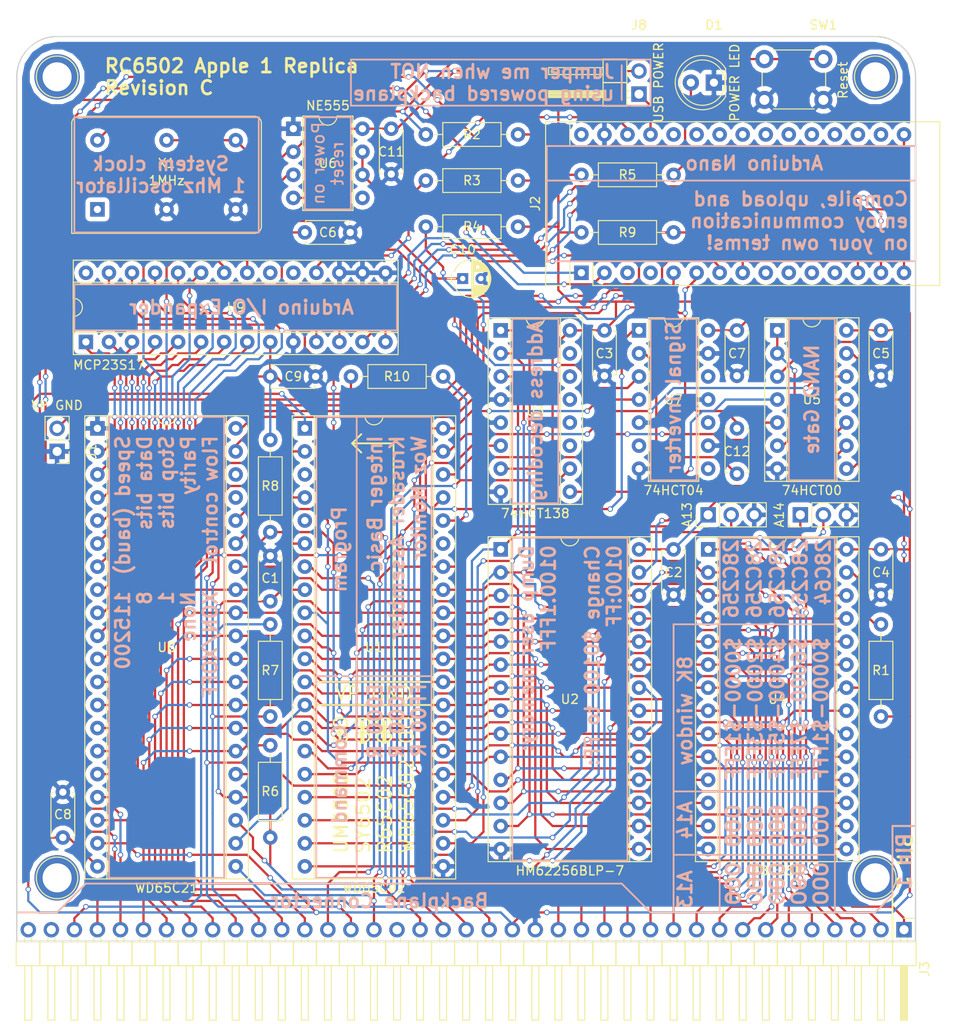
<source format=kicad_pcb>
(kicad_pcb (version 4) (host pcbnew 4.0.7)
  (layers (0 F.Cu signal) (31 B.Cu signal) (34 B.Paste user) (35 F.Paste user) (36 B.SilkS user) (37 F.SilkS user) (38 B.Mask user) (39 F.Mask user) (44 Edge.Cuts user))
  (net 0 "")
  (net 1 GND)
  (net 2 OUT_DA)
  (net 3 VCC)
  (net 4 "Net-(D1-Pad2)")
  (net 5 "Net-(J1-Pad2)")
  (net 6 TX)
  (net 7 RX)
  (net 8 KBD_READY)
  (net 9 KBD_STROBE)
  (net 10 OUT_RDA)
  (net 11 P_RESET)
  (net 12 "Net-(J2-Pad13)")
  (net 13 "Net-(J2-Pad14)")
  (net 14 "Net-(J2-Pad15)")
  (net 15 "Net-(J2-Pad16)")
  (net 16 A15)
  (net 17 A14)
  (net 18 A13)
  (net 19 A12)
  (net 20 A11)
  (net 21 A10)
  (net 22 A9)
  (net 23 A8)
  (net 24 A7)
  (net 25 A6)
  (net 26 A5)
  (net 27 A4)
  (net 28 A3)
  (net 29 A2)
  (net 30 A1)
  (net 31 A0)
  (net 32 PHI2)
  (net 33 RESET)
  (net 34 CLOCK)
  (net 35 IRQ)
  (net 36 RW)
  (net 37 RDY)
  (net 38 SYNC)
  (net 39 D0)
  (net 40 D1)
  (net 41 D2)
  (net 42 D3)
  (net 43 D4)
  (net 44 D5)
  (net 45 D6)
  (net 46 D7)
  (net 47 NMI)
  (net 48 A13_W)
  (net 49 A14_W)
  (net 50 "Net-(R1-Pad1)")
  (net 51 CS_PIA)
  (net 52 CS_ROM)
  (net 53 "Net-(U5-Pad1)")
  (net 54 KBD_D0)
  (net 55 KBD_D1)
  (net 56 KBD_D2)
  (net 57 KBD_D3)
  (net 58 KBD_D4)
  (net 59 KBD_D5)
  (net 60 KBD_D6)
  (net 61 KBD_D7)
  (net 62 OUT_D0)
  (net 63 OUT_D1)
  (net 64 OUT_D2)
  (net 65 OUT_D3)
  (net 66 OUT_D4)
  (net 67 OUT_D5)
  (net 68 OUT_D6)
  (net 69 "Net-(U2-Pad27)")
  (net 70 "Net-(U3-Pad9)")
  (net 71 "Net-(U3-Pad7)")
  (net 72 "Net-(U5-Pad13)")
  (net 73 "Net-(U6-Pad3)")
  (net 74 "Net-(U7-Pad1)")
  (net 75 "Net-(C6-Pad1)")
  (net 76 "Net-(C10-Pad1)")
  (net 77 "Net-(C12-Pad2)")
  (net 78 "Net-(J2-Pad27)")
  (net 79 "Net-(R10-Pad1)")
  (module Housings_DIP:DIP-40_W15.24mm_Socket (layer F.Cu) (at 147.955 82.55)
    (fp_text reference U1 (at 7.62 24.13) (layer F.SilkS))
    (fp_text value WD65C02 (at 7.62 50.65) (layer F.SilkS))
    (pad 1 thru_hole rect (at 0 0) (size 1.6 1.6) (drill 0.8) (layers *.Cu *.Mask) (net 5 "Net-(J1-Pad2)"))
    (pad 21 thru_hole oval (at 15.24 48.26) (size 1.6 1.6) (drill 0.8) (layers *.Cu *.Mask) (net 1 GND))
    (pad 2 thru_hole oval (at 0 2.54) (size 1.6 1.6) (drill 0.8) (layers *.Cu *.Mask) (net 37 RDY))
    (pad 22 thru_hole oval (at 15.24 45.72) (size 1.6 1.6) (drill 0.8) (layers *.Cu *.Mask) (net 19 A12))
    (pad 3 thru_hole oval (at 0 5.08) (size 1.6 1.6) (drill 0.8) (layers *.Cu *.Mask))
    (pad 23 thru_hole oval (at 15.24 43.18) (size 1.6 1.6) (drill 0.8) (layers *.Cu *.Mask) (net 18 A13))
    (pad 4 thru_hole oval (at 0 7.62) (size 1.6 1.6) (drill 0.8) (layers *.Cu *.Mask) (net 35 IRQ))
    (pad 24 thru_hole oval (at 15.24 40.64) (size 1.6 1.6) (drill 0.8) (layers *.Cu *.Mask) (net 17 A14))
    (pad 5 thru_hole oval (at 0 10.16) (size 1.6 1.6) (drill 0.8) (layers *.Cu *.Mask))
    (pad 25 thru_hole oval (at 15.24 38.1) (size 1.6 1.6) (drill 0.8) (layers *.Cu *.Mask) (net 16 A15))
    (pad 6 thru_hole oval (at 0 12.7) (size 1.6 1.6) (drill 0.8) (layers *.Cu *.Mask) (net 47 NMI))
    (pad 26 thru_hole oval (at 15.24 35.56) (size 1.6 1.6) (drill 0.8) (layers *.Cu *.Mask) (net 46 D7))
    (pad 7 thru_hole oval (at 0 15.24) (size 1.6 1.6) (drill 0.8) (layers *.Cu *.Mask) (net 38 SYNC))
    (pad 27 thru_hole oval (at 15.24 33.02) (size 1.6 1.6) (drill 0.8) (layers *.Cu *.Mask) (net 45 D6))
    (pad 8 thru_hole oval (at 0 17.78) (size 1.6 1.6) (drill 0.8) (layers *.Cu *.Mask) (net 3 VCC))
    (pad 28 thru_hole oval (at 15.24 30.48) (size 1.6 1.6) (drill 0.8) (layers *.Cu *.Mask) (net 44 D5))
    (pad 9 thru_hole oval (at 0 20.32) (size 1.6 1.6) (drill 0.8) (layers *.Cu *.Mask) (net 31 A0))
    (pad 29 thru_hole oval (at 15.24 27.94) (size 1.6 1.6) (drill 0.8) (layers *.Cu *.Mask) (net 43 D4))
    (pad 10 thru_hole oval (at 0 22.86) (size 1.6 1.6) (drill 0.8) (layers *.Cu *.Mask) (net 30 A1))
    (pad 30 thru_hole oval (at 15.24 25.4) (size 1.6 1.6) (drill 0.8) (layers *.Cu *.Mask) (net 42 D3))
    (pad 11 thru_hole oval (at 0 25.4) (size 1.6 1.6) (drill 0.8) (layers *.Cu *.Mask) (net 29 A2))
    (pad 31 thru_hole oval (at 15.24 22.86) (size 1.6 1.6) (drill 0.8) (layers *.Cu *.Mask) (net 41 D2))
    (pad 12 thru_hole oval (at 0 27.94) (size 1.6 1.6) (drill 0.8) (layers *.Cu *.Mask) (net 28 A3))
    (pad 32 thru_hole oval (at 15.24 20.32) (size 1.6 1.6) (drill 0.8) (layers *.Cu *.Mask) (net 40 D1))
    (pad 13 thru_hole oval (at 0 30.48) (size 1.6 1.6) (drill 0.8) (layers *.Cu *.Mask) (net 27 A4))
    (pad 33 thru_hole oval (at 15.24 17.78) (size 1.6 1.6) (drill 0.8) (layers *.Cu *.Mask) (net 39 D0))
    (pad 14 thru_hole oval (at 0 33.02) (size 1.6 1.6) (drill 0.8) (layers *.Cu *.Mask) (net 26 A5))
    (pad 34 thru_hole oval (at 15.24 15.24) (size 1.6 1.6) (drill 0.8) (layers *.Cu *.Mask) (net 36 RW))
    (pad 15 thru_hole oval (at 0 35.56) (size 1.6 1.6) (drill 0.8) (layers *.Cu *.Mask) (net 25 A6))
    (pad 35 thru_hole oval (at 15.24 12.7) (size 1.6 1.6) (drill 0.8) (layers *.Cu *.Mask))
    (pad 16 thru_hole oval (at 0 38.1) (size 1.6 1.6) (drill 0.8) (layers *.Cu *.Mask) (net 24 A7))
    (pad 36 thru_hole oval (at 15.24 10.16) (size 1.6 1.6) (drill 0.8) (layers *.Cu *.Mask) (net 79 "Net-(R10-Pad1)"))
    (pad 17 thru_hole oval (at 0 40.64) (size 1.6 1.6) (drill 0.8) (layers *.Cu *.Mask) (net 23 A8))
    (pad 37 thru_hole oval (at 15.24 7.62) (size 1.6 1.6) (drill 0.8) (layers *.Cu *.Mask) (net 34 CLOCK))
    (pad 18 thru_hole oval (at 0 43.18) (size 1.6 1.6) (drill 0.8) (layers *.Cu *.Mask) (net 22 A9))
    (pad 38 thru_hole oval (at 15.24 5.08) (size 1.6 1.6) (drill 0.8) (layers *.Cu *.Mask) (net 3 VCC))
    (pad 19 thru_hole oval (at 0 45.72) (size 1.6 1.6) (drill 0.8) (layers *.Cu *.Mask) (net 21 A10))
    (pad 39 thru_hole oval (at 15.24 2.54) (size 1.6 1.6) (drill 0.8) (layers *.Cu *.Mask) (net 32 PHI2))
    (pad 20 thru_hole oval (at 0 48.26) (size 1.6 1.6) (drill 0.8) (layers *.Cu *.Mask) (net 20 A11))
    (pad 40 thru_hole oval (at 15.24 0) (size 1.6 1.6) (drill 0.8) (layers *.Cu *.Mask) (net 33 RESET))
  )
  (module Capacitors_THT:C_Disc_D4.7mm_W2.5mm_P5.00mm (layer F.Cu) (at 144.145 101.6 90)
    (fp_text reference C1 (at 2.54 0 180) (layer F.SilkS))
    (fp_text value 100nF)
    (pad 1 thru_hole circle (at 0 0 90) (size 1.6 1.6) (drill 0.8) (layers *.Cu *.Mask) (net 3 VCC))
    (pad 2 thru_hole circle (at 5 0 90) (size 1.6 1.6) (drill 0.8) (layers *.Cu *.Mask) (net 1 GND))
  )
  (module Capacitors_THT:C_Disc_D4.7mm_W2.5mm_P5.00mm (layer F.Cu) (at 188.595 95.885 270)
    (fp_text reference C2 (at 2.54 0 360) (layer F.SilkS))
    (fp_text value 100nF)
    (pad 1 thru_hole circle (at 0 0 270) (size 1.6 1.6) (drill 0.8) (layers *.Cu *.Mask) (net 3 VCC))
    (pad 2 thru_hole circle (at 5 0 270) (size 1.6 1.6) (drill 0.8) (layers *.Cu *.Mask) (net 1 GND))
  )
  (module Capacitors_THT:C_Disc_D4.7mm_W2.5mm_P5.00mm (layer F.Cu) (at 211.455 95.885 270)
    (fp_text reference C4 (at 2.54 0 360) (layer F.SilkS))
    (fp_text value 100nF)
    (pad 1 thru_hole circle (at 0 0 270) (size 1.6 1.6) (drill 0.8) (layers *.Cu *.Mask) (net 3 VCC))
    (pad 2 thru_hole circle (at 5 0 270) (size 1.6 1.6) (drill 0.8) (layers *.Cu *.Mask) (net 1 GND))
  )
  (module Capacitors_THT:C_Disc_D4.7mm_W2.5mm_P5.00mm (layer F.Cu) (at 211.455 71.755 270)
    (fp_text reference C5 (at 2.54 0 360) (layer F.SilkS))
    (fp_text value 100nF)
    (pad 1 thru_hole circle (at 0 0 270) (size 1.6 1.6) (drill 0.8) (layers *.Cu *.Mask) (net 3 VCC))
    (pad 2 thru_hole circle (at 5 0 270) (size 1.6 1.6) (drill 0.8) (layers *.Cu *.Mask) (net 1 GND))
  )
  (module Capacitors_THT:C_Disc_D4.7mm_W2.5mm_P5.00mm (layer F.Cu) (at 147.955 60.96)
    (fp_text reference C6 (at 2.54 0) (layer F.SilkS))
    (fp_text value 100nF)
    (pad 1 thru_hole circle (at 0 0) (size 1.6 1.6) (drill 0.8) (layers *.Cu *.Mask) (net 75 "Net-(C6-Pad1)"))
    (pad 2 thru_hole circle (at 5 0) (size 1.6 1.6) (drill 0.8) (layers *.Cu *.Mask) (net 1 GND))
  )
  (module Capacitors_THT:C_Disc_D4.7mm_W2.5mm_P5.00mm (layer F.Cu) (at 195.58 71.755 270)
    (fp_text reference C7 (at 2.54 0 360) (layer F.SilkS))
    (fp_text value 100nF)
    (pad 1 thru_hole circle (at 0 0 270) (size 1.6 1.6) (drill 0.8) (layers *.Cu *.Mask) (net 3 VCC))
    (pad 2 thru_hole circle (at 5 0 270) (size 1.6 1.6) (drill 0.8) (layers *.Cu *.Mask) (net 1 GND))
  )
  (module Capacitors_THT:C_Disc_D4.7mm_W2.5mm_P5.00mm (layer F.Cu) (at 121.285 127.635 90)
    (fp_text reference C8 (at 2.54 0 180) (layer F.SilkS))
    (fp_text value 100nF)
    (pad 1 thru_hole circle (at 0 0 90) (size 1.6 1.6) (drill 0.8) (layers *.Cu *.Mask) (net 3 VCC))
    (pad 2 thru_hole circle (at 5 0 90) (size 1.6 1.6) (drill 0.8) (layers *.Cu *.Mask) (net 1 GND))
  )
  (module Capacitors_THT:C_Disc_D4.7mm_W2.5mm_P5.00mm (layer F.Cu) (at 144.145 76.835)
    (fp_text reference C9 (at 2.54 0) (layer F.SilkS))
    (fp_text value 100nF)
    (pad 1 thru_hole circle (at 0 0) (size 1.6 1.6) (drill 0.8) (layers *.Cu *.Mask) (net 3 VCC))
    (pad 2 thru_hole circle (at 5 0) (size 1.6 1.6) (drill 0.8) (layers *.Cu *.Mask) (net 1 GND))
  )
  (module Capacitors_THT:C_Disc_D4.7mm_W2.5mm_P5.00mm (layer F.Cu) (at 157.48 49.53 270)
    (fp_text reference C11 (at 2.54 0 360) (layer F.SilkS))
    (fp_text value 100nF)
    (pad 1 thru_hole circle (at 0 0 270) (size 1.6 1.6) (drill 0.8) (layers *.Cu *.Mask) (net 3 VCC))
    (pad 2 thru_hole circle (at 5 0 270) (size 1.6 1.6) (drill 0.8) (layers *.Cu *.Mask) (net 1 GND))
  )
  (module Modules:Arduino_Nano (layer F.Cu) (at 178.435 65.405 90)
    (fp_text reference J2 (at 7.62 -5.08 90) (layer F.SilkS))
    (fp_text value "Arduino Nano")
    (pad 1 thru_hole rect (at 0 0 90) (size 1.6 1.6) (drill 0.8) (layers *.Cu *.Mask) (net 6 TX))
    (pad 17 thru_hole oval (at 15.24 33.02 90) (size 1.6 1.6) (drill 0.8) (layers *.Cu *.Mask))
    (pad 2 thru_hole oval (at 0 2.54 90) (size 1.6 1.6) (drill 0.8) (layers *.Cu *.Mask) (net 7 RX))
    (pad 18 thru_hole oval (at 15.24 30.48 90) (size 1.6 1.6) (drill 0.8) (layers *.Cu *.Mask))
    (pad 3 thru_hole oval (at 0 5.08 90) (size 1.6 1.6) (drill 0.8) (layers *.Cu *.Mask))
    (pad 19 thru_hole oval (at 15.24 27.94 90) (size 1.6 1.6) (drill 0.8) (layers *.Cu *.Mask))
    (pad 4 thru_hole oval (at 0 7.62 90) (size 1.6 1.6) (drill 0.8) (layers *.Cu *.Mask))
    (pad 20 thru_hole oval (at 15.24 25.4 90) (size 1.6 1.6) (drill 0.8) (layers *.Cu *.Mask))
    (pad 5 thru_hole oval (at 0 10.16 90) (size 1.6 1.6) (drill 0.8) (layers *.Cu *.Mask) (net 8 KBD_READY))
    (pad 21 thru_hole oval (at 15.24 22.86 90) (size 1.6 1.6) (drill 0.8) (layers *.Cu *.Mask))
    (pad 6 thru_hole oval (at 0 12.7 90) (size 1.6 1.6) (drill 0.8) (layers *.Cu *.Mask) (net 2 OUT_DA))
    (pad 22 thru_hole oval (at 15.24 20.32 90) (size 1.6 1.6) (drill 0.8) (layers *.Cu *.Mask))
    (pad 7 thru_hole oval (at 0 15.24 90) (size 1.6 1.6) (drill 0.8) (layers *.Cu *.Mask) (net 9 KBD_STROBE))
    (pad 23 thru_hole oval (at 15.24 17.78 90) (size 1.6 1.6) (drill 0.8) (layers *.Cu *.Mask))
    (pad 8 thru_hole oval (at 0 17.78 90) (size 1.6 1.6) (drill 0.8) (layers *.Cu *.Mask) (net 10 OUT_RDA))
    (pad 24 thru_hole oval (at 15.24 15.24 90) (size 1.6 1.6) (drill 0.8) (layers *.Cu *.Mask))
    (pad 9 thru_hole oval (at 0 20.32 90) (size 1.6 1.6) (drill 0.8) (layers *.Cu *.Mask))
    (pad 25 thru_hole oval (at 15.24 12.7 90) (size 1.6 1.6) (drill 0.8) (layers *.Cu *.Mask))
    (pad 10 thru_hole oval (at 0 22.86 90) (size 1.6 1.6) (drill 0.8) (layers *.Cu *.Mask))
    (pad 26 thru_hole oval (at 15.24 10.16 90) (size 1.6 1.6) (drill 0.8) (layers *.Cu *.Mask))
    (pad 11 thru_hole oval (at 0 25.4 90) (size 1.6 1.6) (drill 0.8) (layers *.Cu *.Mask))
    (pad 27 thru_hole oval (at 15.24 7.62 90) (size 1.6 1.6) (drill 0.8) (layers *.Cu *.Mask) (net 78 "Net-(J2-Pad27)"))
    (pad 12 thru_hole oval (at 0 27.94 90) (size 1.6 1.6) (drill 0.8) (layers *.Cu *.Mask))
    (pad 28 thru_hole oval (at 15.24 5.08 90) (size 1.6 1.6) (drill 0.8) (layers *.Cu *.Mask) (net 11 P_RESET))
    (pad 13 thru_hole oval (at 0 30.48 90) (size 1.6 1.6) (drill 0.8) (layers *.Cu *.Mask) (net 12 "Net-(J2-Pad13)"))
    (pad 29 thru_hole oval (at 15.24 2.54 90) (size 1.6 1.6) (drill 0.8) (layers *.Cu *.Mask) (net 1 GND))
    (pad 14 thru_hole oval (at 0 33.02 90) (size 1.6 1.6) (drill 0.8) (layers *.Cu *.Mask) (net 13 "Net-(J2-Pad14)"))
    (pad 30 thru_hole oval (at 15.24 0 90) (size 1.6 1.6) (drill 0.8) (layers *.Cu *.Mask))
    (pad 15 thru_hole oval (at 0 35.56 90) (size 1.6 1.6) (drill 0.8) (layers *.Cu *.Mask) (net 14 "Net-(J2-Pad15)"))
    (pad 16 thru_hole oval (at 15.24 35.56 90) (size 1.6 1.6) (drill 0.8) (layers *.Cu *.Mask) (net 15 "Net-(J2-Pad16)"))
  )
  (module Pin_Headers:Pin_Header_Angled_1x39_Pitch2.54mm (layer F.Cu) (at 213.995 137.795 270)
    (fp_text reference J3 (at 4.315 -2.27 270) (layer F.SilkS))
    (fp_text value Backplane)
    (pad 1 thru_hole rect (at 0 0 270) (size 1.7 1.7) (drill 1) (layers *.Cu *.Mask) (net 16 A15))
    (pad 2 thru_hole oval (at 0 2.54 270) (size 1.7 1.7) (drill 1) (layers *.Cu *.Mask) (net 17 A14))
    (pad 3 thru_hole oval (at 0 5.08 270) (size 1.7 1.7) (drill 1) (layers *.Cu *.Mask) (net 18 A13))
    (pad 4 thru_hole oval (at 0 7.62 270) (size 1.7 1.7) (drill 1) (layers *.Cu *.Mask) (net 19 A12))
    (pad 5 thru_hole oval (at 0 10.16 270) (size 1.7 1.7) (drill 1) (layers *.Cu *.Mask) (net 20 A11))
    (pad 6 thru_hole oval (at 0 12.7 270) (size 1.7 1.7) (drill 1) (layers *.Cu *.Mask) (net 21 A10))
    (pad 7 thru_hole oval (at 0 15.24 270) (size 1.7 1.7) (drill 1) (layers *.Cu *.Mask) (net 22 A9))
    (pad 8 thru_hole oval (at 0 17.78 270) (size 1.7 1.7) (drill 1) (layers *.Cu *.Mask) (net 23 A8))
    (pad 9 thru_hole oval (at 0 20.32 270) (size 1.7 1.7) (drill 1) (layers *.Cu *.Mask) (net 24 A7))
    (pad 10 thru_hole oval (at 0 22.86 270) (size 1.7 1.7) (drill 1) (layers *.Cu *.Mask) (net 25 A6))
    (pad 11 thru_hole oval (at 0 25.4 270) (size 1.7 1.7) (drill 1) (layers *.Cu *.Mask) (net 26 A5))
    (pad 12 thru_hole oval (at 0 27.94 270) (size 1.7 1.7) (drill 1) (layers *.Cu *.Mask) (net 27 A4))
    (pad 13 thru_hole oval (at 0 30.48 270) (size 1.7 1.7) (drill 1) (layers *.Cu *.Mask) (net 28 A3))
    (pad 14 thru_hole oval (at 0 33.02 270) (size 1.7 1.7) (drill 1) (layers *.Cu *.Mask) (net 29 A2))
    (pad 15 thru_hole oval (at 0 35.56 270) (size 1.7 1.7) (drill 1) (layers *.Cu *.Mask) (net 30 A1))
    (pad 16 thru_hole oval (at 0 38.1 270) (size 1.7 1.7) (drill 1) (layers *.Cu *.Mask) (net 31 A0))
    (pad 17 thru_hole oval (at 0 40.64 270) (size 1.7 1.7) (drill 1) (layers *.Cu *.Mask) (net 1 GND))
    (pad 18 thru_hole oval (at 0 43.18 270) (size 1.7 1.7) (drill 1) (layers *.Cu *.Mask) (net 3 VCC))
    (pad 19 thru_hole oval (at 0 45.72 270) (size 1.7 1.7) (drill 1) (layers *.Cu *.Mask) (net 32 PHI2))
    (pad 20 thru_hole oval (at 0 48.26 270) (size 1.7 1.7) (drill 1) (layers *.Cu *.Mask) (net 33 RESET))
    (pad 21 thru_hole oval (at 0 50.8 270) (size 1.7 1.7) (drill 1) (layers *.Cu *.Mask) (net 34 CLOCK))
    (pad 22 thru_hole oval (at 0 53.34 270) (size 1.7 1.7) (drill 1) (layers *.Cu *.Mask) (net 35 IRQ))
    (pad 23 thru_hole oval (at 0 55.88 270) (size 1.7 1.7) (drill 1) (layers *.Cu *.Mask))
    (pad 24 thru_hole oval (at 0 58.42 270) (size 1.7 1.7) (drill 1) (layers *.Cu *.Mask) (net 36 RW))
    (pad 25 thru_hole oval (at 0 60.96 270) (size 1.7 1.7) (drill 1) (layers *.Cu *.Mask) (net 37 RDY))
    (pad 26 thru_hole oval (at 0 63.5 270) (size 1.7 1.7) (drill 1) (layers *.Cu *.Mask) (net 38 SYNC))
    (pad 27 thru_hole oval (at 0 66.04 270) (size 1.7 1.7) (drill 1) (layers *.Cu *.Mask) (net 39 D0))
    (pad 28 thru_hole oval (at 0 68.58 270) (size 1.7 1.7) (drill 1) (layers *.Cu *.Mask) (net 40 D1))
    (pad 29 thru_hole oval (at 0 71.12 270) (size 1.7 1.7) (drill 1) (layers *.Cu *.Mask) (net 41 D2))
    (pad 30 thru_hole oval (at 0 73.66 270) (size 1.7 1.7) (drill 1) (layers *.Cu *.Mask) (net 42 D3))
    (pad 31 thru_hole oval (at 0 76.2 270) (size 1.7 1.7) (drill 1) (layers *.Cu *.Mask) (net 43 D4))
    (pad 32 thru_hole oval (at 0 78.74 270) (size 1.7 1.7) (drill 1) (layers *.Cu *.Mask) (net 44 D5))
    (pad 33 thru_hole oval (at 0 81.28 270) (size 1.7 1.7) (drill 1) (layers *.Cu *.Mask) (net 45 D6))
    (pad 34 thru_hole oval (at 0 83.82 270) (size 1.7 1.7) (drill 1) (layers *.Cu *.Mask) (net 46 D7))
    (pad 35 thru_hole oval (at 0 86.36 270) (size 1.7 1.7) (drill 1) (layers *.Cu *.Mask) (net 6 TX))
    (pad 36 thru_hole oval (at 0 88.9 270) (size 1.7 1.7) (drill 1) (layers *.Cu *.Mask) (net 7 RX))
    (pad 37 thru_hole oval (at 0 91.44 270) (size 1.7 1.7) (drill 1) (layers *.Cu *.Mask) (net 47 NMI))
    (pad 38 thru_hole oval (at 0 93.98 270) (size 1.7 1.7) (drill 1) (layers *.Cu *.Mask))
    (pad 39 thru_hole oval (at 0 96.52 270) (size 1.7 1.7) (drill 1) (layers *.Cu *.Mask))
  )
  (module Resistors_THT:R_Axial_DIN0207_L6.3mm_D2.5mm_P10.16mm_Horizontal (layer F.Cu) (at 211.455 104.14 270)
    (fp_text reference R1 (at 5.08 0 360) (layer F.SilkS))
    (fp_text value 3.3k)
    (pad 1 thru_hole circle (at 0 0 270) (size 1.6 1.6) (drill 0.8) (layers *.Cu *.Mask) (net 50 "Net-(R1-Pad1)"))
    (pad 2 thru_hole oval (at 10.16 0 270) (size 1.6 1.6) (drill 0.8) (layers *.Cu *.Mask) (net 3 VCC))
  )
  (module Resistors_THT:R_Axial_DIN0207_L6.3mm_D2.5mm_P10.16mm_Horizontal (layer F.Cu) (at 171.45 50.165 180)
    (fp_text reference R2 (at 5.08 0 180) (layer F.SilkS))
    (fp_text value 1M)
    (pad 1 thru_hole circle (at 0 0 180) (size 1.6 1.6) (drill 0.8) (layers *.Cu *.Mask) (net 3 VCC))
    (pad 2 thru_hole oval (at 10.16 0 180) (size 1.6 1.6) (drill 0.8) (layers *.Cu *.Mask) (net 75 "Net-(C6-Pad1)"))
  )
  (module Resistors_THT:R_Axial_DIN0207_L6.3mm_D2.5mm_P10.16mm_Horizontal (layer F.Cu) (at 171.45 55.245 180)
    (fp_text reference R3 (at 5.08 0 180) (layer F.SilkS))
    (fp_text value 47k)
    (pad 1 thru_hole circle (at 0 0 180) (size 1.6 1.6) (drill 0.8) (layers *.Cu *.Mask) (net 3 VCC))
    (pad 2 thru_hole oval (at 10.16 0 180) (size 1.6 1.6) (drill 0.8) (layers *.Cu *.Mask) (net 76 "Net-(C10-Pad1)"))
  )
  (module Resistors_THT:R_Axial_DIN0207_L6.3mm_D2.5mm_P10.16mm_Horizontal (layer F.Cu) (at 161.29 60.325)
    (fp_text reference R4 (at 5.08 0) (layer F.SilkS))
    (fp_text value 1k)
    (pad 1 thru_hole circle (at 0 0) (size 1.6 1.6) (drill 0.8) (layers *.Cu *.Mask) (net 33 RESET))
    (pad 2 thru_hole oval (at 10.16 0) (size 1.6 1.6) (drill 0.8) (layers *.Cu *.Mask) (net 3 VCC))
  )
  (module Resistors_THT:R_Axial_DIN0207_L6.3mm_D2.5mm_P10.16mm_Horizontal (layer F.Cu) (at 178.435 54.61)
    (fp_text reference R5 (at 5.08 0) (layer F.SilkS))
    (fp_text value 330)
    (pad 1 thru_hole circle (at 0 0) (size 1.6 1.6) (drill 0.8) (layers *.Cu *.Mask) (net 3 VCC))
    (pad 2 thru_hole oval (at 10.16 0) (size 1.6 1.6) (drill 0.8) (layers *.Cu *.Mask) (net 4 "Net-(D1-Pad2)"))
  )
  (module Resistors_THT:R_Axial_DIN0207_L6.3mm_D2.5mm_P10.16mm_Horizontal (layer F.Cu) (at 144.145 117.475 270)
    (fp_text reference R6 (at 5.08 0 360) (layer F.SilkS))
    (fp_text value 3.3k)
    (pad 1 thru_hole circle (at 0 0 270) (size 1.6 1.6) (drill 0.8) (layers *.Cu *.Mask) (net 37 RDY))
    (pad 2 thru_hole oval (at 10.16 0 270) (size 1.6 1.6) (drill 0.8) (layers *.Cu *.Mask) (net 3 VCC))
  )
  (module Resistors_THT:R_Axial_DIN0207_L6.3mm_D2.5mm_P10.16mm_Horizontal (layer F.Cu) (at 144.145 114.3 90)
    (fp_text reference R7 (at 5.08 0 180) (layer F.SilkS))
    (fp_text value 3.3k)
    (pad 1 thru_hole circle (at 0 0 90) (size 1.6 1.6) (drill 0.8) (layers *.Cu *.Mask) (net 35 IRQ))
    (pad 2 thru_hole oval (at 10.16 0 90) (size 1.6 1.6) (drill 0.8) (layers *.Cu *.Mask) (net 3 VCC))
  )
  (module Resistors_THT:R_Axial_DIN0207_L6.3mm_D2.5mm_P10.16mm_Horizontal (layer F.Cu) (at 144.145 93.98 90)
    (fp_text reference R8 (at 5.08 0 180) (layer F.SilkS))
    (fp_text value 3.3k)
    (pad 1 thru_hole circle (at 0 0 90) (size 1.6 1.6) (drill 0.8) (layers *.Cu *.Mask) (net 47 NMI))
    (pad 2 thru_hole oval (at 10.16 0 90) (size 1.6 1.6) (drill 0.8) (layers *.Cu *.Mask) (net 3 VCC))
  )
  (module Resistors_THT:R_Axial_DIN0207_L6.3mm_D2.5mm_P10.16mm_Horizontal (layer F.Cu) (at 178.435 60.96)
    (fp_text reference R9 (at 5.08 0) (layer F.SilkS))
    (fp_text value 10k)
    (pad 1 thru_hole circle (at 0 0) (size 1.6 1.6) (drill 0.8) (layers *.Cu *.Mask) (net 3 VCC))
    (pad 2 thru_hole oval (at 10.16 0) (size 1.6 1.6) (drill 0.8) (layers *.Cu *.Mask) (net 12 "Net-(J2-Pad13)"))
  )
  (module Buttons_Switches_THT:SW_PUSH_6mm (layer F.Cu) (at 205.105 46.355 180)
    (fp_text reference SW1 (at 0 8.255 180) (layer F.SilkS))
    (fp_text value RESET)
    (pad 2 thru_hole circle (at 0 4.5 270) (size 2 2) (drill 1.1) (layers *.Cu *.Mask) (net 75 "Net-(C6-Pad1)"))
    (pad 1 thru_hole circle (at 0 0 270) (size 2 2) (drill 1.1) (layers *.Cu *.Mask) (net 1 GND))
    (pad 2 thru_hole circle (at 6.5 4.5 270) (size 2 2) (drill 1.1) (layers *.Cu *.Mask) (net 75 "Net-(C6-Pad1)"))
    (pad 1 thru_hole circle (at 6.5 0 270) (size 2 2) (drill 1.1) (layers *.Cu *.Mask) (net 1 GND))
  )
  (module Housings_DIP:DIP-28_W15.24mm_Socket (layer F.Cu) (at 169.545 95.885)
    (fp_text reference U2 (at 7.62 16.51) (layer F.SilkS))
    (fp_text value HM62256BLP-7 (at 7.62 35.41) (layer F.SilkS))
    (pad 1 thru_hole rect (at 0 0) (size 1.6 1.6) (drill 0.8) (layers *.Cu *.Mask) (net 17 A14))
    (pad 15 thru_hole oval (at 15.24 33.02) (size 1.6 1.6) (drill 0.8) (layers *.Cu *.Mask) (net 42 D3))
    (pad 2 thru_hole oval (at 0 2.54) (size 1.6 1.6) (drill 0.8) (layers *.Cu *.Mask) (net 19 A12))
    (pad 16 thru_hole oval (at 15.24 30.48) (size 1.6 1.6) (drill 0.8) (layers *.Cu *.Mask) (net 43 D4))
    (pad 3 thru_hole oval (at 0 5.08) (size 1.6 1.6) (drill 0.8) (layers *.Cu *.Mask) (net 24 A7))
    (pad 17 thru_hole oval (at 15.24 27.94) (size 1.6 1.6) (drill 0.8) (layers *.Cu *.Mask) (net 44 D5))
    (pad 4 thru_hole oval (at 0 7.62) (size 1.6 1.6) (drill 0.8) (layers *.Cu *.Mask) (net 25 A6))
    (pad 18 thru_hole oval (at 15.24 25.4) (size 1.6 1.6) (drill 0.8) (layers *.Cu *.Mask) (net 45 D6))
    (pad 5 thru_hole oval (at 0 10.16) (size 1.6 1.6) (drill 0.8) (layers *.Cu *.Mask) (net 26 A5))
    (pad 19 thru_hole oval (at 15.24 22.86) (size 1.6 1.6) (drill 0.8) (layers *.Cu *.Mask) (net 46 D7))
    (pad 6 thru_hole oval (at 0 12.7) (size 1.6 1.6) (drill 0.8) (layers *.Cu *.Mask) (net 27 A4))
    (pad 20 thru_hole oval (at 15.24 20.32) (size 1.6 1.6) (drill 0.8) (layers *.Cu *.Mask) (net 16 A15))
    (pad 7 thru_hole oval (at 0 15.24) (size 1.6 1.6) (drill 0.8) (layers *.Cu *.Mask) (net 28 A3))
    (pad 21 thru_hole oval (at 15.24 17.78) (size 1.6 1.6) (drill 0.8) (layers *.Cu *.Mask) (net 21 A10))
    (pad 8 thru_hole oval (at 0 17.78) (size 1.6 1.6) (drill 0.8) (layers *.Cu *.Mask) (net 29 A2))
    (pad 22 thru_hole oval (at 15.24 15.24) (size 1.6 1.6) (drill 0.8) (layers *.Cu *.Mask) (net 16 A15))
    (pad 9 thru_hole oval (at 0 20.32) (size 1.6 1.6) (drill 0.8) (layers *.Cu *.Mask) (net 30 A1))
    (pad 23 thru_hole oval (at 15.24 12.7) (size 1.6 1.6) (drill 0.8) (layers *.Cu *.Mask) (net 20 A11))
    (pad 10 thru_hole oval (at 0 22.86) (size 1.6 1.6) (drill 0.8) (layers *.Cu *.Mask) (net 31 A0))
    (pad 24 thru_hole oval (at 15.24 10.16) (size 1.6 1.6) (drill 0.8) (layers *.Cu *.Mask) (net 22 A9))
    (pad 11 thru_hole oval (at 0 25.4) (size 1.6 1.6) (drill 0.8) (layers *.Cu *.Mask) (net 39 D0))
    (pad 25 thru_hole oval (at 15.24 7.62) (size 1.6 1.6) (drill 0.8) (layers *.Cu *.Mask) (net 23 A8))
    (pad 12 thru_hole oval (at 0 27.94) (size 1.6 1.6) (drill 0.8) (layers *.Cu *.Mask) (net 40 D1))
    (pad 26 thru_hole oval (at 15.24 5.08) (size 1.6 1.6) (drill 0.8) (layers *.Cu *.Mask) (net 18 A13))
    (pad 13 thru_hole oval (at 0 30.48) (size 1.6 1.6) (drill 0.8) (layers *.Cu *.Mask) (net 41 D2))
    (pad 27 thru_hole oval (at 15.24 2.54) (size 1.6 1.6) (drill 0.8) (layers *.Cu *.Mask) (net 69 "Net-(U2-Pad27)"))
    (pad 14 thru_hole oval (at 0 33.02) (size 1.6 1.6) (drill 0.8) (layers *.Cu *.Mask) (net 1 GND))
    (pad 28 thru_hole oval (at 15.24 0) (size 1.6 1.6) (drill 0.8) (layers *.Cu *.Mask) (net 3 VCC))
  )
  (module Housings_DIP:DIP-14_W7.62mm_Socket (layer F.Cu) (at 200.025 71.755)
    (fp_text reference U5 (at 3.81 7.62) (layer F.SilkS))
    (fp_text value 74HCT00 (at 3.81 17.63) (layer F.SilkS))
    (pad 1 thru_hole rect (at 0 0) (size 1.6 1.6) (drill 0.8) (layers *.Cu *.Mask) (net 53 "Net-(U5-Pad1)"))
    (pad 8 thru_hole oval (at 7.62 15.24) (size 1.6 1.6) (drill 0.8) (layers *.Cu *.Mask) (net 72 "Net-(U5-Pad13)"))
    (pad 2 thru_hole oval (at 0 2.54) (size 1.6 1.6) (drill 0.8) (layers *.Cu *.Mask) (net 53 "Net-(U5-Pad1)"))
    (pad 9 thru_hole oval (at 7.62 12.7) (size 1.6 1.6) (drill 0.8) (layers *.Cu *.Mask) (net 36 RW))
    (pad 3 thru_hole oval (at 0 5.08) (size 1.6 1.6) (drill 0.8) (layers *.Cu *.Mask) (net 52 CS_ROM))
    (pad 10 thru_hole oval (at 7.62 10.16) (size 1.6 1.6) (drill 0.8) (layers *.Cu *.Mask) (net 36 RW))
    (pad 4 thru_hole oval (at 0 7.62) (size 1.6 1.6) (drill 0.8) (layers *.Cu *.Mask) (net 70 "Net-(U3-Pad9)"))
    (pad 11 thru_hole oval (at 7.62 7.62) (size 1.6 1.6) (drill 0.8) (layers *.Cu *.Mask) (net 69 "Net-(U2-Pad27)"))
    (pad 5 thru_hole oval (at 0 10.16) (size 1.6 1.6) (drill 0.8) (layers *.Cu *.Mask) (net 71 "Net-(U3-Pad7)"))
    (pad 12 thru_hole oval (at 7.62 5.08) (size 1.6 1.6) (drill 0.8) (layers *.Cu *.Mask) (net 32 PHI2))
    (pad 6 thru_hole oval (at 0 12.7) (size 1.6 1.6) (drill 0.8) (layers *.Cu *.Mask) (net 53 "Net-(U5-Pad1)"))
    (pad 13 thru_hole oval (at 7.62 2.54) (size 1.6 1.6) (drill 0.8) (layers *.Cu *.Mask) (net 72 "Net-(U5-Pad13)"))
    (pad 7 thru_hole oval (at 0 15.24) (size 1.6 1.6) (drill 0.8) (layers *.Cu *.Mask) (net 1 GND))
    (pad 14 thru_hole oval (at 7.62 0) (size 1.6 1.6) (drill 0.8) (layers *.Cu *.Mask) (net 3 VCC))
  )
  (module Housings_DIP:DIP-14_W7.62mm (layer F.Cu) (at 184.785 71.755)
    (fp_text reference U7 (at 3.81 7.62) (layer F.SilkS))
    (fp_text value 74HCT04 (at 3.81 17.63) (layer F.SilkS))
    (pad 1 thru_hole rect (at 0 0) (size 1.6 1.6) (drill 0.8) (layers *.Cu *.Mask) (net 74 "Net-(U7-Pad1)"))
    (pad 8 thru_hole oval (at 7.62 15.24) (size 1.6 1.6) (drill 0.8) (layers *.Cu *.Mask))
    (pad 2 thru_hole oval (at 0 2.54) (size 1.6 1.6) (drill 0.8) (layers *.Cu *.Mask) (net 77 "Net-(C12-Pad2)"))
    (pad 9 thru_hole oval (at 7.62 12.7) (size 1.6 1.6) (drill 0.8) (layers *.Cu *.Mask) (net 1 GND))
    (pad 3 thru_hole oval (at 0 5.08) (size 1.6 1.6) (drill 0.8) (layers *.Cu *.Mask) (net 73 "Net-(U6-Pad3)"))
    (pad 10 thru_hole oval (at 7.62 10.16) (size 1.6 1.6) (drill 0.8) (layers *.Cu *.Mask))
    (pad 4 thru_hole oval (at 0 7.62) (size 1.6 1.6) (drill 0.8) (layers *.Cu *.Mask) (net 33 RESET))
    (pad 11 thru_hole oval (at 7.62 7.62) (size 1.6 1.6) (drill 0.8) (layers *.Cu *.Mask) (net 1 GND))
    (pad 5 thru_hole oval (at 0 10.16) (size 1.6 1.6) (drill 0.8) (layers *.Cu *.Mask) (net 1 GND))
    (pad 12 thru_hole oval (at 7.62 5.08) (size 1.6 1.6) (drill 0.8) (layers *.Cu *.Mask))
    (pad 6 thru_hole oval (at 0 12.7) (size 1.6 1.6) (drill 0.8) (layers *.Cu *.Mask))
    (pad 13 thru_hole oval (at 7.62 2.54) (size 1.6 1.6) (drill 0.8) (layers *.Cu *.Mask) (net 1 GND))
    (pad 7 thru_hole oval (at 0 15.24) (size 1.6 1.6) (drill 0.8) (layers *.Cu *.Mask) (net 1 GND))
    (pad 14 thru_hole oval (at 7.62 0) (size 1.6 1.6) (drill 0.8) (layers *.Cu *.Mask) (net 3 VCC))
  )
  (module Housings_DIP:DIP-40_W15.24mm_Socket (layer F.Cu) (at 125.095 82.55)
    (fp_text reference U8 (at 7.62 24.13) (layer F.SilkS))
    (fp_text value WD65C21 (at 7.62 50.65) (layer F.SilkS))
    (pad 1 thru_hole rect (at 0 0) (size 1.6 1.6) (drill 0.8) (layers *.Cu *.Mask) (net 1 GND))
    (pad 21 thru_hole oval (at 15.24 48.26) (size 1.6 1.6) (drill 0.8) (layers *.Cu *.Mask) (net 36 RW))
    (pad 2 thru_hole oval (at 0 2.54) (size 1.6 1.6) (drill 0.8) (layers *.Cu *.Mask) (net 54 KBD_D0))
    (pad 22 thru_hole oval (at 15.24 45.72) (size 1.6 1.6) (drill 0.8) (layers *.Cu *.Mask) (net 27 A4))
    (pad 3 thru_hole oval (at 0 5.08) (size 1.6 1.6) (drill 0.8) (layers *.Cu *.Mask) (net 55 KBD_D1))
    (pad 23 thru_hole oval (at 15.24 43.18) (size 1.6 1.6) (drill 0.8) (layers *.Cu *.Mask) (net 51 CS_PIA))
    (pad 4 thru_hole oval (at 0 7.62) (size 1.6 1.6) (drill 0.8) (layers *.Cu *.Mask) (net 56 KBD_D2))
    (pad 24 thru_hole oval (at 15.24 40.64) (size 1.6 1.6) (drill 0.8) (layers *.Cu *.Mask) (net 3 VCC))
    (pad 5 thru_hole oval (at 0 10.16) (size 1.6 1.6) (drill 0.8) (layers *.Cu *.Mask) (net 57 KBD_D3))
    (pad 25 thru_hole oval (at 15.24 38.1) (size 1.6 1.6) (drill 0.8) (layers *.Cu *.Mask) (net 32 PHI2))
    (pad 6 thru_hole oval (at 0 12.7) (size 1.6 1.6) (drill 0.8) (layers *.Cu *.Mask) (net 58 KBD_D4))
    (pad 26 thru_hole oval (at 15.24 35.56) (size 1.6 1.6) (drill 0.8) (layers *.Cu *.Mask) (net 46 D7))
    (pad 7 thru_hole oval (at 0 15.24) (size 1.6 1.6) (drill 0.8) (layers *.Cu *.Mask) (net 59 KBD_D5))
    (pad 27 thru_hole oval (at 15.24 33.02) (size 1.6 1.6) (drill 0.8) (layers *.Cu *.Mask) (net 45 D6))
    (pad 8 thru_hole oval (at 0 17.78) (size 1.6 1.6) (drill 0.8) (layers *.Cu *.Mask) (net 60 KBD_D6))
    (pad 28 thru_hole oval (at 15.24 30.48) (size 1.6 1.6) (drill 0.8) (layers *.Cu *.Mask) (net 44 D5))
    (pad 9 thru_hole oval (at 0 20.32) (size 1.6 1.6) (drill 0.8) (layers *.Cu *.Mask) (net 61 KBD_D7))
    (pad 29 thru_hole oval (at 15.24 27.94) (size 1.6 1.6) (drill 0.8) (layers *.Cu *.Mask) (net 43 D4))
    (pad 10 thru_hole oval (at 0 22.86) (size 1.6 1.6) (drill 0.8) (layers *.Cu *.Mask) (net 62 OUT_D0))
    (pad 30 thru_hole oval (at 15.24 25.4) (size 1.6 1.6) (drill 0.8) (layers *.Cu *.Mask) (net 42 D3))
    (pad 11 thru_hole oval (at 0 25.4) (size 1.6 1.6) (drill 0.8) (layers *.Cu *.Mask) (net 63 OUT_D1))
    (pad 31 thru_hole oval (at 15.24 22.86) (size 1.6 1.6) (drill 0.8) (layers *.Cu *.Mask) (net 41 D2))
    (pad 12 thru_hole oval (at 0 27.94) (size 1.6 1.6) (drill 0.8) (layers *.Cu *.Mask) (net 64 OUT_D2))
    (pad 32 thru_hole oval (at 15.24 20.32) (size 1.6 1.6) (drill 0.8) (layers *.Cu *.Mask) (net 40 D1))
    (pad 13 thru_hole oval (at 0 30.48) (size 1.6 1.6) (drill 0.8) (layers *.Cu *.Mask) (net 65 OUT_D3))
    (pad 33 thru_hole oval (at 15.24 17.78) (size 1.6 1.6) (drill 0.8) (layers *.Cu *.Mask) (net 39 D0))
    (pad 14 thru_hole oval (at 0 33.02) (size 1.6 1.6) (drill 0.8) (layers *.Cu *.Mask) (net 66 OUT_D4))
    (pad 34 thru_hole oval (at 15.24 15.24) (size 1.6 1.6) (drill 0.8) (layers *.Cu *.Mask) (net 33 RESET))
    (pad 15 thru_hole oval (at 0 35.56) (size 1.6 1.6) (drill 0.8) (layers *.Cu *.Mask) (net 67 OUT_D5))
    (pad 35 thru_hole oval (at 15.24 12.7) (size 1.6 1.6) (drill 0.8) (layers *.Cu *.Mask) (net 30 A1))
    (pad 16 thru_hole oval (at 0 38.1) (size 1.6 1.6) (drill 0.8) (layers *.Cu *.Mask) (net 68 OUT_D6))
    (pad 36 thru_hole oval (at 15.24 10.16) (size 1.6 1.6) (drill 0.8) (layers *.Cu *.Mask) (net 31 A0))
    (pad 17 thru_hole oval (at 0 40.64) (size 1.6 1.6) (drill 0.8) (layers *.Cu *.Mask) (net 2 OUT_DA))
    (pad 37 thru_hole oval (at 15.24 7.62) (size 1.6 1.6) (drill 0.8) (layers *.Cu *.Mask))
    (pad 18 thru_hole oval (at 0 43.18) (size 1.6 1.6) (drill 0.8) (layers *.Cu *.Mask) (net 10 OUT_RDA))
    (pad 38 thru_hole oval (at 15.24 5.08) (size 1.6 1.6) (drill 0.8) (layers *.Cu *.Mask))
    (pad 19 thru_hole oval (at 0 45.72) (size 1.6 1.6) (drill 0.8) (layers *.Cu *.Mask) (net 74 "Net-(U7-Pad1)"))
    (pad 39 thru_hole oval (at 15.24 2.54) (size 1.6 1.6) (drill 0.8) (layers *.Cu *.Mask) (net 8 KBD_READY))
    (pad 20 thru_hole oval (at 0 48.26) (size 1.6 1.6) (drill 0.8) (layers *.Cu *.Mask) (net 3 VCC))
    (pad 40 thru_hole oval (at 15.24 0) (size 1.6 1.6) (drill 0.8) (layers *.Cu *.Mask) (net 9 KBD_STROBE))
  )
  (module Housings_DIP:DIP-28_W7.62mm_Socket (layer F.Cu) (at 123.825 73.025 90)
    (fp_text reference U9 (at 3.81 16.51 180) (layer F.SilkS))
    (fp_text value MCP23S17 (at -2.54 2.54 180) (layer F.SilkS))
    (pad 1 thru_hole rect (at 0 0 90) (size 1.6 1.6) (drill 0.8) (layers *.Cu *.Mask) (net 54 KBD_D0))
    (pad 15 thru_hole oval (at 7.62 33.02 90) (size 1.6 1.6) (drill 0.8) (layers *.Cu *.Mask) (net 1 GND))
    (pad 2 thru_hole oval (at 0 2.54 90) (size 1.6 1.6) (drill 0.8) (layers *.Cu *.Mask) (net 55 KBD_D1))
    (pad 16 thru_hole oval (at 7.62 30.48 90) (size 1.6 1.6) (drill 0.8) (layers *.Cu *.Mask) (net 1 GND))
    (pad 3 thru_hole oval (at 0 5.08 90) (size 1.6 1.6) (drill 0.8) (layers *.Cu *.Mask) (net 56 KBD_D2))
    (pad 17 thru_hole oval (at 7.62 27.94 90) (size 1.6 1.6) (drill 0.8) (layers *.Cu *.Mask) (net 1 GND))
    (pad 4 thru_hole oval (at 0 7.62 90) (size 1.6 1.6) (drill 0.8) (layers *.Cu *.Mask) (net 57 KBD_D3))
    (pad 18 thru_hole oval (at 7.62 25.4 90) (size 1.6 1.6) (drill 0.8) (layers *.Cu *.Mask) (net 11 P_RESET))
    (pad 5 thru_hole oval (at 0 10.16 90) (size 1.6 1.6) (drill 0.8) (layers *.Cu *.Mask) (net 58 KBD_D4))
    (pad 19 thru_hole oval (at 7.62 22.86 90) (size 1.6 1.6) (drill 0.8) (layers *.Cu *.Mask))
    (pad 6 thru_hole oval (at 0 12.7 90) (size 1.6 1.6) (drill 0.8) (layers *.Cu *.Mask) (net 59 KBD_D5))
    (pad 20 thru_hole oval (at 7.62 20.32 90) (size 1.6 1.6) (drill 0.8) (layers *.Cu *.Mask))
    (pad 7 thru_hole oval (at 0 15.24 90) (size 1.6 1.6) (drill 0.8) (layers *.Cu *.Mask) (net 60 KBD_D6))
    (pad 21 thru_hole oval (at 7.62 17.78 90) (size 1.6 1.6) (drill 0.8) (layers *.Cu *.Mask) (net 62 OUT_D0))
    (pad 8 thru_hole oval (at 0 17.78 90) (size 1.6 1.6) (drill 0.8) (layers *.Cu *.Mask) (net 61 KBD_D7))
    (pad 22 thru_hole oval (at 7.62 15.24 90) (size 1.6 1.6) (drill 0.8) (layers *.Cu *.Mask) (net 63 OUT_D1))
    (pad 9 thru_hole oval (at 0 20.32 90) (size 1.6 1.6) (drill 0.8) (layers *.Cu *.Mask) (net 3 VCC))
    (pad 23 thru_hole oval (at 7.62 12.7 90) (size 1.6 1.6) (drill 0.8) (layers *.Cu *.Mask) (net 64 OUT_D2))
    (pad 10 thru_hole oval (at 0 22.86 90) (size 1.6 1.6) (drill 0.8) (layers *.Cu *.Mask) (net 1 GND))
    (pad 24 thru_hole oval (at 7.62 10.16 90) (size 1.6 1.6) (drill 0.8) (layers *.Cu *.Mask) (net 65 OUT_D3))
    (pad 11 thru_hole oval (at 0 25.4 90) (size 1.6 1.6) (drill 0.8) (layers *.Cu *.Mask) (net 12 "Net-(J2-Pad13)"))
    (pad 25 thru_hole oval (at 7.62 7.62 90) (size 1.6 1.6) (drill 0.8) (layers *.Cu *.Mask) (net 66 OUT_D4))
    (pad 12 thru_hole oval (at 0 27.94 90) (size 1.6 1.6) (drill 0.8) (layers *.Cu *.Mask) (net 15 "Net-(J2-Pad16)"))
    (pad 26 thru_hole oval (at 7.62 5.08 90) (size 1.6 1.6) (drill 0.8) (layers *.Cu *.Mask) (net 67 OUT_D5))
    (pad 13 thru_hole oval (at 0 30.48 90) (size 1.6 1.6) (drill 0.8) (layers *.Cu *.Mask) (net 13 "Net-(J2-Pad14)"))
    (pad 27 thru_hole oval (at 7.62 2.54 90) (size 1.6 1.6) (drill 0.8) (layers *.Cu *.Mask) (net 68 OUT_D6))
    (pad 14 thru_hole oval (at 0 33.02 90) (size 1.6 1.6) (drill 0.8) (layers *.Cu *.Mask) (net 14 "Net-(J2-Pad15)"))
    (pad 28 thru_hole oval (at 7.62 0 90) (size 1.6 1.6) (drill 0.8) (layers *.Cu *.Mask))
  )
  (module Housings_DIP:DIP-16_W7.62mm_Socket (layer F.Cu) (at 169.545 71.755)
    (fp_text reference U3 (at 3.81 8.89) (layer F.SilkS))
    (fp_text value 74HCT138 (at 3.81 20.17) (layer F.SilkS))
    (pad 1 thru_hole rect (at 0 0) (size 1.6 1.6) (drill 0.8) (layers *.Cu *.Mask) (net 19 A12))
    (pad 9 thru_hole oval (at 7.62 17.78) (size 1.6 1.6) (drill 0.8) (layers *.Cu *.Mask) (net 70 "Net-(U3-Pad9)"))
    (pad 2 thru_hole oval (at 0 2.54) (size 1.6 1.6) (drill 0.8) (layers *.Cu *.Mask) (net 18 A13))
    (pad 10 thru_hole oval (at 7.62 15.24) (size 1.6 1.6) (drill 0.8) (layers *.Cu *.Mask) (net 51 CS_PIA))
    (pad 3 thru_hole oval (at 0 5.08) (size 1.6 1.6) (drill 0.8) (layers *.Cu *.Mask) (net 17 A14))
    (pad 11 thru_hole oval (at 7.62 12.7) (size 1.6 1.6) (drill 0.8) (layers *.Cu *.Mask))
    (pad 4 thru_hole oval (at 0 7.62) (size 1.6 1.6) (drill 0.8) (layers *.Cu *.Mask) (net 1 GND))
    (pad 12 thru_hole oval (at 7.62 10.16) (size 1.6 1.6) (drill 0.8) (layers *.Cu *.Mask))
    (pad 5 thru_hole oval (at 0 10.16) (size 1.6 1.6) (drill 0.8) (layers *.Cu *.Mask) (net 1 GND))
    (pad 13 thru_hole oval (at 7.62 7.62) (size 1.6 1.6) (drill 0.8) (layers *.Cu *.Mask))
    (pad 6 thru_hole oval (at 0 12.7) (size 1.6 1.6) (drill 0.8) (layers *.Cu *.Mask) (net 16 A15))
    (pad 14 thru_hole oval (at 7.62 5.08) (size 1.6 1.6) (drill 0.8) (layers *.Cu *.Mask))
    (pad 7 thru_hole oval (at 0 15.24) (size 1.6 1.6) (drill 0.8) (layers *.Cu *.Mask) (net 71 "Net-(U3-Pad7)"))
    (pad 15 thru_hole oval (at 7.62 2.54) (size 1.6 1.6) (drill 0.8) (layers *.Cu *.Mask))
    (pad 8 thru_hole oval (at 0 17.78) (size 1.6 1.6) (drill 0.8) (layers *.Cu *.Mask) (net 1 GND))
    (pad 16 thru_hole oval (at 7.62 0) (size 1.6 1.6) (drill 0.8) (layers *.Cu *.Mask) (net 3 VCC))
  )
  (module Housings_DIP:DIP-28_W15.24mm_Socket (layer F.Cu) (at 192.405 95.885)
    (fp_text reference U4 (at 7.62 16.51) (layer F.SilkS))
    (fp_text value 28C256 (at 7.62 35.41) (layer F.SilkS))
    (pad 1 thru_hole rect (at 0 0) (size 1.6 1.6) (drill 0.8) (layers *.Cu *.Mask) (net 49 A14_W))
    (pad 15 thru_hole oval (at 15.24 33.02) (size 1.6 1.6) (drill 0.8) (layers *.Cu *.Mask) (net 42 D3))
    (pad 2 thru_hole oval (at 0 2.54) (size 1.6 1.6) (drill 0.8) (layers *.Cu *.Mask) (net 19 A12))
    (pad 16 thru_hole oval (at 15.24 30.48) (size 1.6 1.6) (drill 0.8) (layers *.Cu *.Mask) (net 43 D4))
    (pad 3 thru_hole oval (at 0 5.08) (size 1.6 1.6) (drill 0.8) (layers *.Cu *.Mask) (net 24 A7))
    (pad 17 thru_hole oval (at 15.24 27.94) (size 1.6 1.6) (drill 0.8) (layers *.Cu *.Mask) (net 44 D5))
    (pad 4 thru_hole oval (at 0 7.62) (size 1.6 1.6) (drill 0.8) (layers *.Cu *.Mask) (net 25 A6))
    (pad 18 thru_hole oval (at 15.24 25.4) (size 1.6 1.6) (drill 0.8) (layers *.Cu *.Mask) (net 45 D6))
    (pad 5 thru_hole oval (at 0 10.16) (size 1.6 1.6) (drill 0.8) (layers *.Cu *.Mask) (net 26 A5))
    (pad 19 thru_hole oval (at 15.24 22.86) (size 1.6 1.6) (drill 0.8) (layers *.Cu *.Mask) (net 46 D7))
    (pad 6 thru_hole oval (at 0 12.7) (size 1.6 1.6) (drill 0.8) (layers *.Cu *.Mask) (net 27 A4))
    (pad 20 thru_hole oval (at 15.24 20.32) (size 1.6 1.6) (drill 0.8) (layers *.Cu *.Mask) (net 52 CS_ROM))
    (pad 7 thru_hole oval (at 0 15.24) (size 1.6 1.6) (drill 0.8) (layers *.Cu *.Mask) (net 28 A3))
    (pad 21 thru_hole oval (at 15.24 17.78) (size 1.6 1.6) (drill 0.8) (layers *.Cu *.Mask) (net 21 A10))
    (pad 8 thru_hole oval (at 0 17.78) (size 1.6 1.6) (drill 0.8) (layers *.Cu *.Mask) (net 29 A2))
    (pad 22 thru_hole oval (at 15.24 15.24) (size 1.6 1.6) (drill 0.8) (layers *.Cu *.Mask) (net 52 CS_ROM))
    (pad 9 thru_hole oval (at 0 20.32) (size 1.6 1.6) (drill 0.8) (layers *.Cu *.Mask) (net 30 A1))
    (pad 23 thru_hole oval (at 15.24 12.7) (size 1.6 1.6) (drill 0.8) (layers *.Cu *.Mask) (net 20 A11))
    (pad 10 thru_hole oval (at 0 22.86) (size 1.6 1.6) (drill 0.8) (layers *.Cu *.Mask) (net 31 A0))
    (pad 24 thru_hole oval (at 15.24 10.16) (size 1.6 1.6) (drill 0.8) (layers *.Cu *.Mask) (net 22 A9))
    (pad 11 thru_hole oval (at 0 25.4) (size 1.6 1.6) (drill 0.8) (layers *.Cu *.Mask) (net 39 D0))
    (pad 25 thru_hole oval (at 15.24 7.62) (size 1.6 1.6) (drill 0.8) (layers *.Cu *.Mask) (net 23 A8))
    (pad 12 thru_hole oval (at 0 27.94) (size 1.6 1.6) (drill 0.8) (layers *.Cu *.Mask) (net 40 D1))
    (pad 26 thru_hole oval (at 15.24 5.08) (size 1.6 1.6) (drill 0.8) (layers *.Cu *.Mask) (net 48 A13_W))
    (pad 13 thru_hole oval (at 0 30.48) (size 1.6 1.6) (drill 0.8) (layers *.Cu *.Mask) (net 41 D2))
    (pad 27 thru_hole oval (at 15.24 2.54) (size 1.6 1.6) (drill 0.8) (layers *.Cu *.Mask) (net 50 "Net-(R1-Pad1)"))
    (pad 14 thru_hole oval (at 0 33.02) (size 1.6 1.6) (drill 0.8) (layers *.Cu *.Mask) (net 1 GND))
    (pad 28 thru_hole oval (at 15.24 0) (size 1.6 1.6) (drill 0.8) (layers *.Cu *.Mask) (net 3 VCC))
  )
  (module Housings_DIP:DIP-8_W7.62mm (layer F.Cu) (at 146.685 49.53)
    (fp_text reference U6 (at 3.81 3.81) (layer F.SilkS))
    (fp_text value NE555 (at 3.81 -2.54) (layer F.SilkS))
    (pad 1 thru_hole rect (at 0 0) (size 1.6 1.6) (drill 0.8) (layers *.Cu *.Mask) (net 1 GND))
    (pad 5 thru_hole oval (at 7.62 7.62) (size 1.6 1.6) (drill 0.8) (layers *.Cu *.Mask))
    (pad 2 thru_hole oval (at 0 2.54) (size 1.6 1.6) (drill 0.8) (layers *.Cu *.Mask) (net 75 "Net-(C6-Pad1)"))
    (pad 6 thru_hole oval (at 7.62 5.08) (size 1.6 1.6) (drill 0.8) (layers *.Cu *.Mask) (net 76 "Net-(C10-Pad1)"))
    (pad 3 thru_hole oval (at 0 5.08) (size 1.6 1.6) (drill 0.8) (layers *.Cu *.Mask) (net 73 "Net-(U6-Pad3)"))
    (pad 7 thru_hole oval (at 7.62 2.54) (size 1.6 1.6) (drill 0.8) (layers *.Cu *.Mask) (net 76 "Net-(C10-Pad1)"))
    (pad 4 thru_hole oval (at 0 7.62) (size 1.6 1.6) (drill 0.8) (layers *.Cu *.Mask) (net 3 VCC))
    (pad 8 thru_hole oval (at 7.62 0) (size 1.6 1.6) (drill 0.8) (layers *.Cu *.Mask) (net 3 VCC))
  )
  (module Capacitors_THT:C_Disc_D4.7mm_W2.5mm_P5.00mm (layer F.Cu) (at 180.975 71.755 270)
    (fp_text reference C3 (at 2.54 0 360) (layer F.SilkS))
    (fp_text value 100nF)
    (pad 1 thru_hole circle (at 0 0 270) (size 1.6 1.6) (drill 0.8) (layers *.Cu *.Mask) (net 3 VCC))
    (pad 2 thru_hole circle (at 5 0 270) (size 1.6 1.6) (drill 0.8) (layers *.Cu *.Mask) (net 1 GND))
  )
  (module Capacitors_THT:CP_Radial_D4.0mm_P2.00mm (layer F.Cu) (at 165.354 66.04)
    (fp_text reference C10 (at 0 -3.175) (layer F.SilkS))
    (fp_text value 10uF)
    (pad 1 thru_hole rect (at 0 0) (size 1.2 1.2) (drill 0.6) (layers *.Cu *.Mask) (net 76 "Net-(C10-Pad1)"))
    (pad 2 thru_hole circle (at 2 0) (size 1.2 1.2) (drill 0.6) (layers *.Cu *.Mask) (net 1 GND))
  )
  (module Capacitors_THT:C_Disc_D4.7mm_W2.5mm_P5.00mm (layer F.Cu) (at 195.58 82.55 270)
    (fp_text reference C12 (at 2.54 0 360) (layer F.SilkS))
    (fp_text value 10nF)
    (pad 1 thru_hole circle (at 0 0 270) (size 1.6 1.6) (drill 0.8) (layers *.Cu *.Mask) (net 2 OUT_DA))
    (pad 2 thru_hole circle (at 5 0 270) (size 1.6 1.6) (drill 0.8) (layers *.Cu *.Mask) (net 77 "Net-(C12-Pad2)"))
  )
  (module rc6502:Mounting (layer F.Cu) (at 210.82 132.08)
    (fp_text reference J4 hide)
    (fp_text value Hole hide)
    (pad 1 thru_hole circle (at 0 0) (size 5 5) (drill 3.2) (layers *.Cu *.Mask))
  )
  (module rc6502:Mounting (layer F.Cu) (at 120.65 132.08)
    (fp_text reference J5 hide)
    (fp_text value Hole hide)
    (pad 1 thru_hole circle (at 0 0) (size 5 5) (drill 3.2) (layers *.Cu *.Mask))
  )
  (module rc6502:Mounting (layer F.Cu) (at 210.82 43.815)
    (fp_text reference J6 hide)
    (fp_text value Hole hide)
    (pad 1 thru_hole circle (at 0 0) (size 5 5) (drill 3.2) (layers *.Cu *.Mask))
  )
  (module rc6502:Mounting (layer F.Cu) (at 120.65 43.815)
    (fp_text reference J7 hide)
    (fp_text value Hole hide)
    (pad 1 thru_hole circle (at 0 0) (size 5 5) (drill 3.2) (layers *.Cu *.Mask))
  )
  (module Pin_Headers:Pin_Header_Straight_1x02_Pitch2.54mm (layer F.Cu) (at 120.65 85.09 180)
    (fp_text reference J1 (at -3.81 0 270) (layer F.SilkS))
    (fp_text value "VP GND" (at 0 5.08 180) (layer F.SilkS))
    (pad 1 thru_hole rect (at 0 0 180) (size 1.7 1.7) (drill 1) (layers *.Cu *.Mask) (net 1 GND))
    (pad 2 thru_hole oval (at 0 2.54 180) (size 1.7 1.7) (drill 1) (layers *.Cu *.Mask) (net 5 "Net-(J1-Pad2)"))
  )
  (module LEDs:LED_D5.0mm (layer F.Cu) (at 193.04 44.45 180)
    (fp_text reference D1 (at 0 6.35 180) (layer F.SilkS))
    (fp_text value Power)
    (pad 1 thru_hole rect (at 0 0 180) (size 1.8 1.8) (drill 0.9) (layers *.Cu *.Mask) (net 1 GND))
    (pad 2 thru_hole circle (at 2.54 0 180) (size 1.8 1.8) (drill 0.9) (layers *.Cu *.Mask) (net 4 "Net-(D1-Pad2)"))
  )
  (module Pin_Headers:Pin_Header_Angled_1x02_Pitch2.54mm (layer F.Cu) (at 184.785 45.72 180)
    (fp_text reference J8 (at 0 7.62 180) (layer F.SilkS))
    (fp_text value Power)
    (pad 1 thru_hole rect (at 0 0 180) (size 1.7 1.7) (drill 1) (layers *.Cu *.Mask) (net 78 "Net-(J2-Pad27)"))
    (pad 2 thru_hole oval (at 0 2.54 180) (size 1.7 1.7) (drill 1) (layers *.Cu *.Mask) (net 3 VCC))
  )
  (module Pin_Headers:Pin_Header_Straight_1x03_Pitch2.54mm (layer F.Cu) (at 192.405 92.075 90)
    (fp_text reference A13 (at 0 -2.33 90) (layer F.SilkS))
    (fp_text value "A13 Select")
    (pad 1 thru_hole rect (at 0 0 90) (size 1.7 1.7) (drill 1) (layers *.Cu *.Mask) (net 3 VCC))
    (pad 2 thru_hole oval (at 0 2.54 90) (size 1.7 1.7) (drill 1) (layers *.Cu *.Mask) (net 48 A13_W))
    (pad 3 thru_hole oval (at 0 5.08 90) (size 1.7 1.7) (drill 1) (layers *.Cu *.Mask) (net 1 GND))
  )
  (module Pin_Headers:Pin_Header_Straight_1x03_Pitch2.54mm (layer F.Cu) (at 202.565 92.075 90)
    (fp_text reference A14 (at 0 -2.33 90) (layer F.SilkS))
    (fp_text value "A14 Select")
    (pad 1 thru_hole rect (at 0 0 90) (size 1.7 1.7) (drill 1) (layers *.Cu *.Mask) (net 3 VCC))
    (pad 2 thru_hole oval (at 0 2.54 90) (size 1.7 1.7) (drill 1) (layers *.Cu *.Mask) (net 49 A14_W))
    (pad 3 thru_hole oval (at 0 5.08 90) (size 1.7 1.7) (drill 1) (layers *.Cu *.Mask) (net 1 GND))
  )
  (module Resistors_THT:R_Axial_DIN0207_L6.3mm_D2.5mm_P10.16mm_Horizontal (layer F.Cu) (at 163.195 76.835 180)
    (fp_text reference R10 (at 5.08 0 180) (layer F.SilkS))
    (fp_text value 3.3k)
    (pad 1 thru_hole circle (at 0 0 180) (size 1.6 1.6) (drill 0.8) (layers *.Cu *.Mask) (net 79 "Net-(R10-Pad1)"))
    (pad 2 thru_hole oval (at 10.16 0 180) (size 1.6 1.6) (drill 0.8) (layers *.Cu *.Mask) (net 3 VCC))
  )
  (module Oscillator:Oscillator_DIP-14 (layer F.Cu) (at 125.095 58.42)
    (fp_text reference X1 (at 7.62 -5.08) (layer F.SilkS))
    (fp_text value 1MHz (at 7.62 -3.175) (layer F.SilkS))
    (pad 7 thru_hole circle (at 7.62 0) (size 1.6 1.6) (drill 0.8) (layers *.Cu *.Mask) (net 1 GND))
    (pad 8 thru_hole circle (at 7.62 -7.62) (size 1.6 1.6) (drill 0.8) (layers *.Cu *.Mask) (net 34 CLOCK))
    (pad 1 thru_hole rect (at 0 0) (size 1.6 1.6) (drill 0.8) (layers *.Cu *.Mask))
    (pad 14 thru_hole circle (at 0 -7.62) (size 1.6 1.6) (drill 0.8) (layers *.Cu *.Mask) (net 3 VCC))
    (pad 8 thru_hole circle (at 15.24 -7.62) (size 1.6 1.6) (drill 0.8) (layers *.Cu *.Mask) (net 34 CLOCK))
    (pad 7 thru_hole circle (at 15.24 0) (size 1.6 1.6) (drill 0.8) (layers *.Cu *.Mask) (net 1 GND))
  )
  (gr_line (start 153.035 46.99) (end 157.48 46.99) (angle 90) (layer B.SilkS) (width 0.2))
  (gr_line (start 153.035 41.91) (end 153.035 46.99) (angle 90) (layer B.SilkS) (width 0.2))
  (gr_line (start 157.48 41.91) (end 153.035 41.91) (angle 90) (layer B.SilkS) (width 0.2))
  (gr_line (start 157.734 84.201) (end 157.734 110.49) (angle 90) (layer F.SilkS) (width 0.2))
  (gr_line (start 149.225 110.49) (end 161.925 110.49) (angle 90) (layer F.SilkS) (width 0.2))
  (gr_line (start 149.225 113.03) (end 161.925 113.03) (angle 90) (layer F.SilkS) (width 0.2))
  (gr_line (start 157.48 41.91) (end 158.75 41.91) (angle 90) (layer B.SilkS) (width 0.2))
  (gr_line (start 158.75 46.99) (end 157.48 46.99) (angle 90) (layer B.SilkS) (width 0.2))
  (gr_text "Jumper me when NOT\nusing powered backplane" (at 182.245 44.45) (layer B.SilkS) (effects (font (size 1.5 1.5) (thickness 0.3)) (justify left mirror)))
  (gr_line (start 153.162 84.201) (end 154.178 85.217) (angle 90) (layer F.SilkS) (width 0.2))
  (gr_line (start 153.162 84.201) (end 154.178 83.185) (angle 90) (layer F.SilkS) (width 0.2))
  (gr_line (start 157.734 84.201) (end 153.162 84.201) (angle 90) (layer F.SilkS) (width 0.2))
  (gr_line (start 154.432 117.221) (end 154.432 114.808) (angle 90) (layer F.SilkS) (width 0.2))
  (gr_line (start 156.845 117.221) (end 156.845 114.808) (angle 90) (layer F.SilkS) (width 0.2))
  (gr_line (start 156.591 115.316) (end 156.718 115.316) (angle 90) (layer F.SilkS) (width 0.2))
  (gr_line (start 156.591 117.221) (end 156.591 114.808) (angle 90) (layer F.SilkS) (width 0.2))
  (gr_line (start 156.718 117.221) (end 156.718 114.808) (angle 90) (layer F.SilkS) (width 0.2))
  (gr_line (start 154.178 114.808) (end 154.178 117.221) (angle 90) (layer F.SilkS) (width 0.2))
  (gr_line (start 154.305 117.221) (end 154.305 114.808) (angle 90) (layer F.SilkS) (width 0.2))
  (gr_line (start 151.765 114.808) (end 151.765 117.221) (angle 90) (layer F.SilkS) (width 0.2))
  (gr_line (start 151.892 114.808) (end 151.892 117.221) (angle 90) (layer F.SilkS) (width 0.2))
  (gr_text "VP GND" (at 155.575 111.76) (layer F.SilkS) (effects (font (size 1.5 1.5) (thickness 0.2))))
  (gr_text "OO\nOO\nOO\nOO" (at 155.575 117.475 90) (layer F.SilkS) (effects (font (size 1.5 1.5) (thickness 0.2)) (justify left)))
  (gr_text "UM6502\nSY6502\nR65C02\nWD65C02" (at 155.575 129.54 90) (layer F.SilkS) (effects (font (size 1.5 1.5) (thickness 0.2)) (justify left)))
  (gr_text "Backplane Connector" (at 156.21 134.62) (layer B.SilkS) (effects (font (size 1.5 1.5) (thickness 0.3)) (justify mirror)))
  (gr_text "Pin 1" (at 213.995 127 90) (layer B.SilkS) (effects (font (size 1.5 1.5) (thickness 0.3)) (justify left mirror)))
  (gr_line (start 120.65 135.89) (end 116.205 135.89) (angle 90) (layer B.SilkS) (width 0.2))
  (gr_line (start 123.825 132.715) (end 120.65 135.89) (angle 90) (layer B.SilkS) (width 0.2))
  (gr_line (start 182.88 132.715) (end 123.825 132.715) (angle 90) (layer B.SilkS) (width 0.2))
  (gr_line (start 186.055 135.89) (end 182.88 132.715) (angle 90) (layer B.SilkS) (width 0.2))
  (gr_line (start 210.82 135.89) (end 186.055 135.89) (angle 90) (layer B.SilkS) (width 0.2))
  (gr_line (start 212.725 133.985) (end 210.82 135.89) (angle 90) (layer B.SilkS) (width 0.2))
  (gr_line (start 212.725 126.365) (end 212.725 133.985) (angle 90) (layer B.SilkS) (width 0.2))
  (gr_line (start 215.265 126.365) (end 212.725 126.365) (angle 90) (layer B.SilkS) (width 0.2))
  (gr_line (start 182.88 42.545) (end 182.88 46.355) (angle 90) (layer B.SilkS) (width 0.2))
  (gr_line (start 158.75 46.99) (end 186.055 46.99) (angle 90) (layer B.SilkS) (width 0.2))
  (gr_line (start 186.055 41.91) (end 158.75 41.91) (angle 90) (layer B.SilkS) (width 0.2))
  (gr_line (start 186.055 46.99) (end 186.055 41.91) (angle 90) (layer B.SilkS) (width 0.2))
  (gr_line (start 215.265 55.245) (end 174.625 55.245) (angle 90) (layer B.SilkS) (width 0.2))
  (gr_text "Arduino Nano" (at 197.485 53.34) (layer B.SilkS) (effects (font (size 1.5 1.5) (thickness 0.3)) (justify mirror)))
  (gr_text "Compile, upload and\nenjoy communication\non your own terms!" (at 214.63 59.69) (layer B.SilkS) (effects (font (size 1.5 1.5) (thickness 0.3)) (justify left mirror)))
  (gr_line (start 174.625 64.135) (end 174.625 51.435) (angle 90) (layer B.SilkS) (width 0.2))
  (gr_line (start 215.265 64.135) (end 174.625 64.135) (angle 90) (layer B.SilkS) (width 0.2))
  (gr_line (start 215.265 51.435) (end 215.265 64.135) (angle 90) (layer B.SilkS) (width 0.2))
  (gr_line (start 174.625 51.435) (end 215.265 51.435) (angle 90) (layer B.SilkS) (width 0.2))
  (gr_text "Power on\nreset" (at 150.495 53.34 90) (layer B.SilkS) (effects (font (size 1.3 1.3) (thickness 0.2)) (justify mirror)))
  (gr_line (start 153.035 48.26) (end 147.955 48.26) (angle 90) (layer B.SilkS) (width 0.2))
  (gr_line (start 153.035 58.42) (end 153.035 48.26) (angle 90) (layer B.SilkS) (width 0.2))
  (gr_line (start 147.955 58.42) (end 153.035 58.42) (angle 90) (layer B.SilkS) (width 0.2))
  (gr_line (start 147.955 48.26) (end 147.955 58.42) (angle 90) (layer B.SilkS) (width 0.2))
  (gr_text "System clock\n1 Mhz oscillator" (at 132.08 54.61) (layer B.SilkS) (effects (font (size 1.5 1.5) (thickness 0.3)) (justify mirror)))
  (gr_line (start 142.875 60.96) (end 122.555 60.96) (angle 90) (layer B.SilkS) (width 0.2))
  (gr_line (start 142.875 48.26) (end 142.875 60.96) (angle 90) (layer B.SilkS) (width 0.2))
  (gr_line (start 122.555 48.26) (end 142.875 48.26) (angle 90) (layer B.SilkS) (width 0.2))
  (gr_line (start 122.555 60.96) (end 122.555 48.26) (angle 90) (layer B.SilkS) (width 0.2))
  (gr_text "Arduino I/O Expander" (at 140.97 69.215) (layer B.SilkS) (effects (font (size 1.5 1.5) (thickness 0.3)) (justify mirror)))
  (gr_line (start 122.555 71.755) (end 122.555 66.675) (angle 90) (layer B.SilkS) (width 0.2))
  (gr_line (start 158.115 71.755) (end 122.555 71.755) (angle 90) (layer B.SilkS) (width 0.2))
  (gr_line (start 158.115 66.675) (end 158.115 71.755) (angle 90) (layer B.SilkS) (width 0.2))
  (gr_line (start 122.555 66.675) (end 158.115 66.675) (angle 90) (layer B.SilkS) (width 0.2))
  (gr_text "NAND Gate" (at 203.835 79.375 90) (layer B.SilkS) (effects (font (size 1.5 1.5) (thickness 0.3)) (justify mirror)))
  (gr_line (start 201.295 88.265) (end 206.375 88.265) (angle 90) (layer B.SilkS) (width 0.2))
  (gr_line (start 201.295 70.485) (end 201.295 88.265) (angle 90) (layer B.SilkS) (width 0.2))
  (gr_line (start 206.375 70.485) (end 201.295 70.485) (angle 90) (layer B.SilkS) (width 0.2))
  (gr_line (start 206.375 88.265) (end 206.375 70.485) (angle 90) (layer B.SilkS) (width 0.2))
  (gr_text "Signal inverter" (at 188.595 79.121 90) (layer B.SilkS) (effects (font (size 1.5 1.5) (thickness 0.3)) (justify mirror)))
  (gr_line (start 186.055 88.265) (end 186.055 70.485) (angle 90) (layer B.SilkS) (width 0.2))
  (gr_line (start 191.135 88.265) (end 186.055 88.265) (angle 90) (layer B.SilkS) (width 0.2))
  (gr_line (start 191.135 70.485) (end 191.135 88.265) (angle 90) (layer B.SilkS) (width 0.2))
  (gr_line (start 186.055 70.485) (end 191.135 70.485) (angle 90) (layer B.SilkS) (width 0.2))
  (gr_text "Address decoding" (at 173.355 80.645 90) (layer B.SilkS) (effects (font (size 1.5 1.5) (thickness 0.3)) (justify mirror)))
  (gr_line (start 175.895 70.485) (end 170.815 70.485) (angle 90) (layer B.SilkS) (width 0.2))
  (gr_line (start 175.895 90.805) (end 175.895 70.485) (angle 90) (layer B.SilkS) (width 0.2))
  (gr_line (start 170.815 90.805) (end 175.895 90.805) (angle 90) (layer B.SilkS) (width 0.2))
  (gr_line (start 170.815 70.485) (end 170.815 90.805) (angle 90) (layer B.SilkS) (width 0.2))
  (gr_text "Pin 1" (at 213.995 127 270) (layer F.SilkS) (effects (font (size 1.5 1.5) (thickness 0.3)) (justify left)))
  (gr_line (start 212.725 126.365) (end 215.265 126.365) (angle 90) (layer F.SilkS) (width 0.2))
  (gr_line (start 212.725 139.065) (end 212.725 126.365) (angle 90) (layer F.SilkS) (width 0.2))
  (gr_line (start 126.365 132.08) (end 126.365 81.28) (angle 90) (layer B.SilkS) (width 0.2))
  (gr_line (start 139.065 132.08) (end 126.365 132.08) (angle 90) (layer B.SilkS) (width 0.2))
  (gr_line (start 139.065 81.28) (end 139.065 132.08) (angle 90) (layer B.SilkS) (width 0.2))
  (gr_line (start 126.365 81.28) (end 139.065 81.28) (angle 90) (layer B.SilkS) (width 0.2))
  (gr_text "115200\n8\n1\nNone\nXON/XOFF" (at 132.715 100.33 90) (layer B.SilkS) (effects (font (size 1.5 1.5) (thickness 0.3)) (justify left mirror)))
  (gr_text "Speed (baud)\nData bits\nStop bits\nParity\nFlow control" (at 132.715 83.185 90) (layer B.SilkS) (effects (font (size 1.5 1.5) (thickness 0.3)) (justify left mirror)))
  (gr_line (start 149.225 109.855) (end 161.925 109.855) (angle 90) (layer B.SilkS) (width 0.2))
  (gr_line (start 153.67 132.08) (end 153.67 81.28) (angle 90) (layer B.SilkS) (width 0.2))
  (gr_text Command (at 151.765 120.65 90) (layer B.SilkS) (effects (font (size 1.5 1.5) (thickness 0.3)) (justify mirror)))
  (gr_text Program (at 151.765 95.885 90) (layer B.SilkS) (effects (font (size 1.5 1.5) (thickness 0.3)) (justify mirror)))
  (gr_text "E000 R\nF000 R\nFF00 R" (at 158.115 110.49 90) (layer B.SilkS) (effects (font (size 1.5 1.5) (thickness 0.3)) (justify left mirror)))
  (gr_text "Integer Basic\nKrusader Assembler\nWoz Monitor" (at 158.115 83.185 90) (layer B.SilkS) (effects (font (size 1.5 1.5) (thickness 0.3)) (justify left mirror)))
  (gr_line (start 161.925 132.08) (end 149.225 132.08) (angle 90) (layer B.SilkS) (width 0.2))
  (gr_line (start 161.925 81.28) (end 161.925 132.08) (angle 90) (layer B.SilkS) (width 0.2))
  (gr_line (start 149.225 81.28) (end 161.925 81.28) (angle 90) (layer B.SilkS) (width 0.2))
  (gr_line (start 149.225 132.08) (end 149.225 81.28) (angle 90) (layer B.SilkS) (width 0.2))
  (gr_line (start 193.675 94.615) (end 193.675 135.89) (angle 90) (layer B.SilkS) (width 0.2))
  (gr_line (start 206.375 94.615) (end 193.675 94.615) (angle 90) (layer B.SilkS) (width 0.2))
  (gr_line (start 170.815 130.175) (end 170.815 94.615) (angle 90) (layer B.SilkS) (width 0.2))
  (gr_line (start 183.515 130.175) (end 170.815 130.175) (angle 90) (layer B.SilkS) (width 0.2))
  (gr_line (start 183.515 94.615) (end 183.515 130.175) (angle 90) (layer B.SilkS) (width 0.2))
  (gr_line (start 170.815 94.615) (end 183.515 94.615) (angle 90) (layer B.SilkS) (width 0.2))
  (gr_text "Dump user memory:\n0100.1FFF\n\nChange $0100 to FF:\n0100:FF\n\n" (at 178.435 95.25 90) (layer B.SilkS) (effects (font (size 1.5 1.5) (thickness 0.3)) (justify left mirror)))
  (gr_line (start 202.438 130.81) (end 202.438 133.096) (angle 90) (layer B.SilkS) (width 0.2))
  (gr_line (start 202.565 133.096) (end 202.565 130.81) (angle 90) (layer B.SilkS) (width 0.2))
  (gr_line (start 200.025 134.747) (end 200.025 132.207) (angle 90) (layer B.SilkS) (width 0.2))
  (gr_line (start 199.898 132.334) (end 199.898 134.747) (angle 90) (layer B.SilkS) (width 0.2))
  (gr_line (start 202.565 124.333) (end 202.565 126.746) (angle 90) (layer B.SilkS) (width 0.2))
  (gr_line (start 202.438 126.746) (end 202.438 124.333) (angle 90) (layer B.SilkS) (width 0.2))
  (gr_line (start 200.025 124.333) (end 200.025 126.746) (angle 90) (layer B.SilkS) (width 0.2))
  (gr_line (start 199.898 126.873) (end 199.898 124.333) (angle 90) (layer B.SilkS) (width 0.2))
  (gr_line (start 197.358 125.857) (end 197.358 128.397) (angle 90) (layer B.SilkS) (width 0.2))
  (gr_line (start 197.485 128.397) (end 197.485 125.857) (angle 90) (layer B.SilkS) (width 0.2))
  (gr_line (start 197.485 130.81) (end 197.485 133.096) (angle 90) (layer B.SilkS) (width 0.2))
  (gr_line (start 197.358 133.223) (end 197.358 130.81) (angle 90) (layer B.SilkS) (width 0.2))
  (gr_line (start 194.945 134.747) (end 194.945 132.334) (angle 90) (layer B.SilkS) (width 0.2))
  (gr_line (start 194.818 128.397) (end 194.818 125.984) (angle 90) (layer B.SilkS) (width 0.2))
  (gr_line (start 194.945 125.984) (end 194.945 128.27) (angle 90) (layer B.SilkS) (width 0.2))
  (gr_line (start 194.818 134.747) (end 194.818 132.207) (angle 90) (layer B.SilkS) (width 0.2))
  (gr_line (start 199.9996 131.191) (end 199.9742 131.191) (angle 90) (layer B.SilkS) (width 0.2))
  (gr_line (start 202.5142 124.714) (end 202.5396 124.714) (angle 90) (layer B.SilkS) (width 0.2))
  (gr_text "8K window" (at 189.865 113.665 90) (layer B.SilkS) (effects (font (size 1.5 1.5) (thickness 0.3)) (justify mirror)))
  (gr_line (start 188.595 104.14) (end 206.375 104.14) (angle 90) (layer B.SilkS) (width 0.2))
  (gr_line (start 188.595 122.555) (end 188.595 104.14) (angle 90) (layer B.SilkS) (width 0.2))
  (gr_text "OOO\nOOO\nOOO\nOOO\nOOO" (at 200.025 132.715 90) (layer B.SilkS) (effects (font (size 1.5 1.5) (thickness 0.3)) (justify mirror)))
  (gr_text "OOO\nOOO\nOOO\nOOO\nOOO" (at 200.025 126.365 90) (layer B.SilkS) (effects (font (size 1.5 1.5) (thickness 0.3)) (justify mirror)))
  (gr_line (start 206.375 122.555) (end 206.375 94.615) (angle 90) (layer B.SilkS) (width 0.2))
  (gr_line (start 206.375 129.54) (end 188.595 129.54) (angle 90) (layer B.SilkS) (width 0.2))
  (gr_line (start 188.595 135.89) (end 188.595 122.555) (angle 90) (layer B.SilkS) (width 0.2))
  (gr_line (start 206.375 135.89) (end 188.595 135.89) (angle 90) (layer B.SilkS) (width 0.2))
  (gr_line (start 206.375 122.555) (end 206.375 135.89) (angle 90) (layer B.SilkS) (width 0.2))
  (gr_line (start 188.595 122.555) (end 206.375 122.555) (angle 90) (layer B.SilkS) (width 0.2))
  (gr_text 28C256 (at 194.945 94.615 90) (layer B.SilkS) (effects (font (size 1.5 1.5) (thickness 0.3)) (justify left mirror)))
  (gr_text 28C256 (at 202.565 94.615 90) (layer B.SilkS) (effects (font (size 1.5 1.5) (thickness 0.3)) (justify left mirror)))
  (gr_text 28C256 (at 200.025 94.615 90) (layer B.SilkS) (effects (font (size 1.5 1.5) (thickness 0.3)) (justify left mirror)))
  (gr_text 28C256 (at 197.485 94.615 90) (layer B.SilkS) (effects (font (size 1.5 1.5) (thickness 0.3)) (justify left mirror)))
  (gr_text 28C64 (at 205.105 94.615 90) (layer B.SilkS) (effects (font (size 1.5 1.5) (thickness 0.3)) (justify left mirror)))
  (gr_text A14 (at 189.865 125.73 90) (layer B.SilkS) (effects (font (size 1.5 1.5) (thickness 0.3)) (justify mirror)))
  (gr_text A13 (at 189.865 133.35 90) (layer B.SilkS) (effects (font (size 1.5 1.5) (thickness 0.3)) (justify mirror)))
  (gr_text "$0000-$1FFF\n$2000-$3FFF\n$4000-$5FFF\n$6000-$7FFF\n$0000-$1FFF" (at 200.025 105.41 90) (layer B.SilkS) (effects (font (size 1.5 1.5) (thickness 0.3)) (justify left mirror)))
  (gr_line (start 116.205 43.815) (end 116.205 139.065) (angle 90) (layer Edge.Cuts) (width 0.15))
  (gr_line (start 210.82 39.37) (end 120.65 39.37) (angle 90) (layer Edge.Cuts) (width 0.15))
  (gr_line (start 215.265 139.065) (end 215.265 43.815) (angle 90) (layer Edge.Cuts) (width 0.15))
  (gr_arc (start 210.82 43.815) (end 210.82 39.37) (angle 90) (layer Edge.Cuts) (width 0.15))
  (gr_arc (start 120.65 43.815) (end 116.205 43.815) (angle 90) (layer Edge.Cuts) (width 0.15))
  (gr_text "USB POWER" (at 186.944 44.45 90) (layer F.SilkS) (effects (font (size 1 1))))
  (gr_text "POWER LED" (at 195.326 44.45 90) (layer F.SilkS) (effects (font (size 1 1))))
  (gr_text Reset (at 207.264 44.196 90) (layer F.SilkS) (effects (font (size 1 1))))
  (gr_text "RC6502 Apple 1 Replica\nRevision C" (at 125.73 43.815) (layer F.SilkS) (effects (font (size 1.5 1.5) (thickness 0.3)) (justify left)))
  (gr_line (start 116.205 139.065) (end 215.265 139.065) (angle 90) (layer Edge.Cuts) (width 0.15))
  (segment (start 189.865 69.85) (end 189.23 69.85) (width 0.25) (layer F.Cu) (net 2))
  (segment (start 165.1 76.835) (end 165.1 68.58) (width 0.25) (layer F.Cu) (net 2))
  (segment (start 165.1 68.58) (end 165.735 67.945) (width 0.25) (layer F.Cu) (net 2))
  (segment (start 165.735 67.945) (end 173.99 67.945) (width 0.25) (layer F.Cu) (net 2))
  (segment (start 149.86 79.375) (end 162.56 79.375) (width 0.25) (layer F.Cu) (net 2))
  (segment (start 140.335 79.375) (end 149.86 79.375) (width 0.25) (layer F.Cu) (net 2))
  (segment (start 136.525 83.185) (end 139.065 80.645) (width 0.25) (layer F.Cu) (net 2))
  (segment (start 136.525 97.155) (end 136.525 83.185) (width 0.25) (layer F.Cu) (net 2))
  (segment (start 133.35 102.235) (end 133.35 100.33) (width 0.25) (layer F.Cu) (net 2))
  (segment (start 127.635 123.19) (end 128.905 121.92) (width 0.25) (layer F.Cu) (net 2))
  (segment (start 128.905 121.92) (end 128.905 117.475) (width 0.25) (layer F.Cu) (net 2))
  (segment (start 127.635 123.19) (end 125.095 123.19) (width 0.25) (layer F.Cu) (net 2))
  (segment (start 132.08 107.315) (end 132.08 105.41) (width 0.25) (layer F.Cu) (net 2))
  (segment (start 131.445 107.95) (end 132.08 107.315) (width 0.25) (layer F.Cu) (net 2))
  (segment (start 129.54 116.84) (end 129.54 115.57) (width 0.25) (layer F.Cu) (net 2))
  (segment (start 129.54 115.57) (end 130.175 114.935) (width 0.25) (layer F.Cu) (net 2))
  (segment (start 130.175 114.935) (end 130.175 113.03) (width 0.25) (layer F.Cu) (net 2))
  (segment (start 130.175 113.03) (end 130.81 112.395) (width 0.25) (layer F.Cu) (net 2))
  (segment (start 130.81 112.395) (end 130.81 111.125) (width 0.25) (layer F.Cu) (net 2))
  (segment (start 130.81 111.125) (end 130.81 110.49) (width 0.25) (layer F.Cu) (net 2))
  (segment (start 130.81 110.49) (end 131.445 109.855) (width 0.25) (layer F.Cu) (net 2))
  (segment (start 131.445 109.855) (end 131.445 107.95) (width 0.25) (layer F.Cu) (net 2))
  (segment (start 128.905 117.475) (end 129.54 116.84) (width 0.25) (layer F.Cu) (net 2))
  (segment (start 132.715 104.775) (end 132.715 102.87) (width 0.25) (layer F.Cu) (net 2))
  (segment (start 132.715 102.87) (end 133.35 102.235) (width 0.25) (layer F.Cu) (net 2))
  (segment (start 132.08 105.41) (end 132.715 104.775) (width 0.25) (layer F.Cu) (net 2))
  (segment (start 133.35 100.33) (end 135.255 98.425) (width 0.25) (layer F.Cu) (net 2))
  (segment (start 135.255 98.425) (end 136.525 97.155) (width 0.25) (layer F.Cu) (net 2))
  (segment (start 139.065 80.645) (end 139.7 80.01) (width 0.25) (layer F.Cu) (net 2))
  (segment (start 139.7 80.01) (end 140.335 79.375) (width 0.25) (layer F.Cu) (net 2))
  (segment (start 162.56 79.375) (end 165.1 76.835) (width 0.25) (layer F.Cu) (net 2))
  (via (at 173.99 67.945) (size 0.6) (drill 0.4) (layers F.Cu B.Cu) (net 2))
  (segment (start 175.26 69.215) (end 173.99 67.945) (width 0.25) (layer B.Cu) (net 2))
  (segment (start 177.8 69.215) (end 175.26 69.215) (width 0.25) (layer B.Cu) (net 2))
  (segment (start 179.07 70.485) (end 177.8 69.215) (width 0.25) (layer B.Cu) (net 2))
  (segment (start 182.245 70.485) (end 179.07 70.485) (width 0.25) (layer B.Cu) (net 2))
  (segment (start 183.515 69.215) (end 182.245 70.485) (width 0.25) (layer B.Cu) (net 2))
  (via (at 183.515 69.215) (size 0.6) (drill 0.4) (layers F.Cu B.Cu) (net 2))
  (segment (start 188.595 69.215) (end 183.515 69.215) (width 0.25) (layer F.Cu) (net 2))
  (segment (start 189.23 69.85) (end 188.595 69.215) (width 0.25) (layer F.Cu) (net 2))
  (segment (start 195.58 82.55) (end 195.58 81.915) (width 0.25) (layer F.Cu) (net 2))
  (segment (start 195.58 81.915) (end 194.31 80.645) (width 0.25) (layer F.Cu) (net 2))
  (segment (start 194.31 80.645) (end 191.135 80.645) (width 0.25) (layer F.Cu) (net 2))
  (segment (start 191.135 80.645) (end 189.865 79.375) (width 0.25) (layer F.Cu) (net 2))
  (segment (start 189.865 79.375) (end 189.865 69.85) (width 0.25) (layer F.Cu) (net 2))
  (via (at 189.865 69.85) (size 0.6) (drill 0.4) (layers F.Cu B.Cu) (net 2))
  (segment (start 189.865 69.85) (end 189.865 67.31) (width 0.25) (layer B.Cu) (net 2))
  (via (at 189.865 67.31) (size 0.6) (drill 0.4) (layers F.Cu B.Cu) (net 2))
  (segment (start 189.865 67.31) (end 191.135 66.04) (width 0.25) (layer F.Cu) (net 2))
  (segment (start 191.135 66.04) (end 191.135 65.405) (width 0.25) (layer F.Cu) (net 2))
  (segment (start 127 46.355) (end 127 48.895) (width 0.25) (layer F.Cu) (net 3))
  (segment (start 127 48.895) (end 125.095 50.8) (width 0.25) (layer F.Cu) (net 3))
  (segment (start 117.475 80.01) (end 118.745 78.74) (width 0.25) (layer F.Cu) (net 3))
  (segment (start 137.795 78.74) (end 118.745 78.74) (width 0.25) (layer F.Cu) (net 3))
  (segment (start 117.475 82.55) (end 117.475 80.01) (width 0.25) (layer F.Cu) (net 3))
  (segment (start 117.475 80.01) (end 117.475 52.07) (width 0.25) (layer F.Cu) (net 3))
  (segment (start 125.095 46.355) (end 127 46.355) (width 0.25) (layer F.Cu) (net 3))
  (segment (start 127 46.355) (end 144.145 46.355) (width 0.25) (layer F.Cu) (net 3))
  (segment (start 123.19 46.355) (end 125.095 46.355) (width 0.25) (layer F.Cu) (net 3))
  (segment (start 117.475 52.07) (end 123.19 46.355) (width 0.25) (layer F.Cu) (net 3))
  (segment (start 161.29 43.18) (end 158.115 46.355) (width 0.25) (layer F.Cu) (net 3))
  (segment (start 144.145 46.355) (end 145.415 46.355) (width 0.25) (layer F.Cu) (net 3))
  (segment (start 145.415 46.355) (end 158.115 46.355) (width 0.25) (layer F.Cu) (net 3))
  (segment (start 137.795 78.74) (end 138.43 78.74) (width 0.25) (layer F.Cu) (net 3))
  (segment (start 117.475 83.82) (end 117.475 82.55) (width 0.25) (layer F.Cu) (net 3))
  (segment (start 161.29 43.18) (end 164.465 43.18) (width 0.25) (layer B.Cu) (net 3))
  (via (at 161.29 43.18) (size 0.6) (drill 0.4) (layers F.Cu B.Cu) (net 3))
  (via (at 164.465 43.18) (size 0.6) (drill 0.4) (layers F.Cu B.Cu) (net 3))
  (segment (start 164.465 43.18) (end 173.99 43.18) (width 0.25) (layer F.Cu) (net 3))
  (segment (start 144.145 76.835) (end 144.78 76.835) (width 0.25) (layer F.Cu) (net 3))
  (segment (start 144.78 76.835) (end 146.685 78.74) (width 0.25) (layer F.Cu) (net 3))
  (segment (start 153.035 78.105) (end 153.035 76.835) (width 0.25) (layer F.Cu) (net 3))
  (segment (start 152.4 78.74) (end 153.035 78.105) (width 0.25) (layer F.Cu) (net 3))
  (segment (start 146.685 78.74) (end 152.4 78.74) (width 0.25) (layer F.Cu) (net 3))
  (segment (start 202.565 92.075) (end 202.565 94.615) (width 0.25) (layer F.Cu) (net 3))
  (segment (start 202.565 94.615) (end 203.835 95.885) (width 0.25) (layer F.Cu) (net 3))
  (segment (start 203.835 95.885) (end 207.645 95.885) (width 0.25) (layer F.Cu) (net 3))
  (segment (start 139.7 77.47) (end 140.335 77.47) (width 0.25) (layer F.Cu) (net 3))
  (segment (start 138.43 78.74) (end 139.7 77.47) (width 0.25) (layer F.Cu) (net 3))
  (segment (start 140.97 76.835) (end 144.145 76.835) (width 0.25) (layer F.Cu) (net 3))
  (segment (start 140.335 77.47) (end 140.97 76.835) (width 0.25) (layer F.Cu) (net 3))
  (segment (start 144.145 76.835) (end 144.145 80.645) (width 0.25) (layer B.Cu) (net 3))
  (segment (start 144.145 81.28) (end 144.145 80.645) (width 0.25) (layer B.Cu) (net 3))
  (segment (start 144.145 81.28) (end 144.145 83.82) (width 0.25) (layer B.Cu) (net 3))
  (segment (start 192.405 92.075) (end 188.595 95.885) (width 0.25) (layer B.Cu) (net 3))
  (segment (start 201.295 90.17) (end 213.36 90.17) (width 0.25) (layer F.Cu) (net 3))
  (via (at 214.63 91.44) (size 0.6) (drill 0.4) (layers F.Cu B.Cu) (net 3))
  (segment (start 213.36 90.17) (end 214.63 91.44) (width 0.25) (layer B.Cu) (net 3))
  (via (at 213.36 90.17) (size 0.6) (drill 0.4) (layers F.Cu B.Cu) (net 3))
  (segment (start 163.195 87.63) (end 164.465 87.63) (width 0.25) (layer F.Cu) (net 3))
  (segment (start 175.26 73.66) (end 177.165 71.755) (width 0.25) (layer F.Cu) (net 3))
  (segment (start 175.26 85.09) (end 175.26 73.66) (width 0.25) (layer F.Cu) (net 3))
  (segment (start 174.625 85.725) (end 175.26 85.09) (width 0.25) (layer F.Cu) (net 3))
  (segment (start 166.37 85.725) (end 174.625 85.725) (width 0.25) (layer F.Cu) (net 3))
  (segment (start 164.465 87.63) (end 166.37 85.725) (width 0.25) (layer F.Cu) (net 3))
  (segment (start 138.43 118.745) (end 138.43 122.555) (width 0.25) (layer B.Cu) (net 3))
  (segment (start 138.43 104.775) (end 138.43 118.745) (width 0.25) (layer B.Cu) (net 3))
  (segment (start 139.065 123.19) (end 140.335 123.19) (width 0.25) (layer F.Cu) (net 3))
  (segment (start 139.065 123.19) (end 138.43 122.555) (width 0.25) (layer F.Cu) (net 3))
  (via (at 138.43 122.555) (size 0.6) (drill 0.4) (layers F.Cu B.Cu) (net 3))
  (segment (start 192.405 92.075) (end 192.405 91.44) (width 0.25) (layer F.Cu) (net 3))
  (segment (start 192.405 91.44) (end 193.675 90.17) (width 0.25) (layer F.Cu) (net 3))
  (segment (start 193.675 90.17) (end 201.295 90.17) (width 0.25) (layer F.Cu) (net 3))
  (segment (start 144.145 104.14) (end 139.065 104.14) (width 0.25) (layer B.Cu) (net 3))
  (segment (start 139.065 104.14) (end 138.43 104.775) (width 0.25) (layer B.Cu) (net 3))
  (segment (start 139.065 101.6) (end 144.145 101.6) (width 0.25) (layer F.Cu) (net 3))
  (segment (start 138.43 104.775) (end 138.43 102.235) (width 0.25) (layer B.Cu) (net 3))
  (via (at 138.43 102.235) (size 0.6) (drill 0.4) (layers F.Cu B.Cu) (net 3))
  (segment (start 138.43 102.235) (end 139.065 101.6) (width 0.25) (layer F.Cu) (net 3))
  (segment (start 144.145 127.635) (end 144.145 124.46) (width 0.25) (layer F.Cu) (net 3))
  (segment (start 144.145 124.46) (end 142.875 123.19) (width 0.25) (layer F.Cu) (net 3))
  (segment (start 142.875 123.19) (end 140.335 123.19) (width 0.25) (layer F.Cu) (net 3))
  (segment (start 144.145 127.635) (end 144.145 130.81) (width 0.25) (layer F.Cu) (net 3))
  (via (at 149.225 135.89) (size 0.6) (drill 0.4) (layers F.Cu B.Cu) (net 3))
  (segment (start 144.145 130.81) (end 149.225 135.89) (width 0.25) (layer F.Cu) (net 3))
  (segment (start 144.145 101.6) (end 145.415 100.33) (width 0.25) (layer F.Cu) (net 3))
  (segment (start 145.415 100.33) (end 147.955 100.33) (width 0.25) (layer F.Cu) (net 3))
  (segment (start 121.285 127.635) (end 121.92 127.635) (width 0.25) (layer F.Cu) (net 3))
  (segment (start 121.92 127.635) (end 125.095 130.81) (width 0.25) (layer F.Cu) (net 3))
  (segment (start 121.285 127.635) (end 118.745 127.635) (width 0.25) (layer F.Cu) (net 3))
  (segment (start 118.745 127.635) (end 117.475 128.905) (width 0.25) (layer F.Cu) (net 3))
  (segment (start 170.815 137.795) (end 170.815 137.16) (width 0.25) (layer F.Cu) (net 3))
  (segment (start 170.815 137.16) (end 172.085 135.89) (width 0.25) (layer F.Cu) (net 3))
  (segment (start 214.63 118.745) (end 214.63 114.3) (width 0.25) (layer F.Cu) (net 3))
  (segment (start 214.63 133.985) (end 214.63 118.745) (width 0.25) (layer F.Cu) (net 3))
  (via (at 214.63 133.985) (size 0.6) (drill 0.4) (layers F.Cu B.Cu) (net 3))
  (segment (start 212.725 135.89) (end 214.63 133.985) (width 0.25) (layer B.Cu) (net 3))
  (segment (start 189.23 135.89) (end 212.725 135.89) (width 0.25) (layer B.Cu) (net 3))
  (segment (start 174.625 135.89) (end 189.23 135.89) (width 0.25) (layer B.Cu) (net 3))
  (via (at 174.625 135.89) (size 0.6) (drill 0.4) (layers F.Cu B.Cu) (net 3))
  (segment (start 172.085 135.89) (end 174.625 135.89) (width 0.25) (layer F.Cu) (net 3))
  (segment (start 117.475 106.045) (end 117.475 105.41) (width 0.25) (layer F.Cu) (net 3))
  (segment (start 117.475 127.635) (end 117.475 106.045) (width 0.25) (layer F.Cu) (net 3))
  (segment (start 117.475 128.905) (end 117.475 127.635) (width 0.25) (layer F.Cu) (net 3))
  (segment (start 117.475 105.41) (end 117.475 104.14) (width 0.25) (layer F.Cu) (net 3))
  (segment (start 117.475 95.885) (end 117.475 83.82) (width 0.25) (layer F.Cu) (net 3))
  (segment (start 117.475 104.14) (end 117.475 97.155) (width 0.25) (layer F.Cu) (net 3))
  (segment (start 117.475 97.155) (end 117.475 95.885) (width 0.25) (layer F.Cu) (net 3))
  (segment (start 171.45 60.325) (end 175.895 60.325) (width 0.25) (layer F.Cu) (net 3))
  (segment (start 175.895 60.325) (end 175.895 59.69) (width 0.25) (layer F.Cu) (net 3))
  (segment (start 171.45 55.245) (end 175.895 55.245) (width 0.25) (layer F.Cu) (net 3))
  (segment (start 157.48 49.53) (end 158.115 49.53) (width 0.25) (layer F.Cu) (net 3))
  (segment (start 158.115 49.53) (end 164.465 43.18) (width 0.25) (layer F.Cu) (net 3))
  (segment (start 171.45 50.165) (end 175.895 50.165) (width 0.25) (layer F.Cu) (net 3))
  (segment (start 146.685 57.15) (end 148.59 57.15) (width 0.25) (layer F.Cu) (net 3))
  (segment (start 151.13 49.53) (end 154.305 49.53) (width 0.25) (layer F.Cu) (net 3))
  (segment (start 149.86 50.8) (end 151.13 49.53) (width 0.25) (layer F.Cu) (net 3))
  (segment (start 149.86 55.88) (end 149.86 50.8) (width 0.25) (layer F.Cu) (net 3))
  (segment (start 148.59 57.15) (end 149.86 55.88) (width 0.25) (layer F.Cu) (net 3))
  (segment (start 175.895 44.45) (end 176.53 44.45) (width 0.25) (layer F.Cu) (net 3))
  (segment (start 176.53 44.45) (end 177.8 43.18) (width 0.25) (layer F.Cu) (net 3))
  (segment (start 175.895 44.45) (end 175.26 44.45) (width 0.25) (layer F.Cu) (net 3))
  (segment (start 175.26 44.45) (end 173.99 43.18) (width 0.25) (layer F.Cu) (net 3))
  (segment (start 170.815 137.16) (end 169.545 135.89) (width 0.25) (layer B.Cu) (net 3))
  (segment (start 169.545 135.89) (end 149.225 135.89) (width 0.25) (layer B.Cu) (net 3))
  (segment (start 149.225 135.89) (end 118.745 135.89) (width 0.25) (layer B.Cu) (net 3))
  (segment (start 118.745 135.89) (end 117.475 134.62) (width 0.25) (layer B.Cu) (net 3))
  (segment (start 117.475 134.62) (end 117.475 133.35) (width 0.25) (layer B.Cu) (net 3))
  (via (at 117.475 133.35) (size 0.6) (drill 0.4) (layers F.Cu B.Cu) (net 3))
  (segment (start 117.475 133.35) (end 117.475 128.905) (width 0.25) (layer F.Cu) (net 3))
  (segment (start 211.455 114.3) (end 214.63 114.3) (width 0.25) (layer F.Cu) (net 3))
  (segment (start 154.305 49.53) (end 157.48 49.53) (width 0.25) (layer F.Cu) (net 3))
  (segment (start 144.145 76.835) (end 144.145 73.025) (width 0.25) (layer F.Cu) (net 3))
  (segment (start 178.435 60.96) (end 175.895 60.96) (width 0.25) (layer F.Cu) (net 3))
  (segment (start 178.435 54.61) (end 175.895 54.61) (width 0.25) (layer F.Cu) (net 3))
  (segment (start 211.455 95.885) (end 214.63 95.885) (width 0.25) (layer F.Cu) (net 3))
  (segment (start 214.63 114.3) (end 214.63 95.885) (width 0.25) (layer F.Cu) (net 3))
  (segment (start 214.63 95.885) (end 214.63 91.44) (width 0.25) (layer F.Cu) (net 3))
  (segment (start 214.63 91.44) (end 214.63 82.55) (width 0.25) (layer F.Cu) (net 3))
  (segment (start 214.63 82.55) (end 214.63 71.755) (width 0.25) (layer F.Cu) (net 3))
  (segment (start 211.455 71.755) (end 214.63 71.755) (width 0.25) (layer F.Cu) (net 3))
  (segment (start 196.85 68.58) (end 196.85 69.215) (width 0.25) (layer F.Cu) (net 3))
  (segment (start 196.85 69.215) (end 196.85 70.485) (width 0.25) (layer F.Cu) (net 3))
  (segment (start 196.85 70.485) (end 195.58 71.755) (width 0.25) (layer F.Cu) (net 3))
  (segment (start 207.645 71.755) (end 211.455 71.755) (width 0.25) (layer F.Cu) (net 3))
  (segment (start 197.485 68.58) (end 213.36 68.58) (width 0.25) (layer F.Cu) (net 3))
  (segment (start 196.85 68.58) (end 197.485 68.58) (width 0.25) (layer F.Cu) (net 3))
  (segment (start 213.36 68.58) (end 214.63 69.85) (width 0.25) (layer F.Cu) (net 3))
  (segment (start 214.63 69.85) (end 214.63 71.755) (width 0.25) (layer F.Cu) (net 3))
  (segment (start 195.58 71.755) (end 192.405 71.755) (width 0.25) (layer F.Cu) (net 3))
  (segment (start 182.245 68.58) (end 195.58 68.58) (width 0.25) (layer F.Cu) (net 3))
  (segment (start 195.58 68.58) (end 196.85 68.58) (width 0.25) (layer F.Cu) (net 3))
  (segment (start 180.975 71.755) (end 182.245 70.485) (width 0.25) (layer F.Cu) (net 3))
  (segment (start 175.895 44.45) (end 175.895 50.165) (width 0.25) (layer F.Cu) (net 3))
  (segment (start 175.895 50.165) (end 175.895 54.61) (width 0.25) (layer F.Cu) (net 3))
  (segment (start 175.895 54.61) (end 175.895 55.245) (width 0.25) (layer F.Cu) (net 3))
  (segment (start 175.895 55.245) (end 175.895 59.69) (width 0.25) (layer F.Cu) (net 3))
  (segment (start 175.895 59.69) (end 175.895 60.96) (width 0.25) (layer F.Cu) (net 3))
  (segment (start 175.895 60.96) (end 175.895 67.31) (width 0.25) (layer F.Cu) (net 3))
  (segment (start 175.895 67.31) (end 177.165 68.58) (width 0.25) (layer F.Cu) (net 3))
  (segment (start 177.165 68.58) (end 179.705 68.58) (width 0.25) (layer F.Cu) (net 3))
  (segment (start 177.8 43.18) (end 184.785 43.18) (width 0.25) (layer F.Cu) (net 3))
  (segment (start 182.245 68.58) (end 179.705 68.58) (width 0.25) (layer F.Cu) (net 3))
  (segment (start 182.245 70.485) (end 182.245 68.58) (width 0.25) (layer F.Cu) (net 3))
  (segment (start 177.165 71.755) (end 180.975 71.755) (width 0.25) (layer F.Cu) (net 3))
  (segment (start 207.645 95.885) (end 211.455 95.885) (width 0.25) (layer F.Cu) (net 3))
  (segment (start 184.785 95.885) (end 188.595 95.885) (width 0.25) (layer F.Cu) (net 3))
  (segment (start 190.5 44.45) (end 190.5 48.26) (width 0.25) (layer F.Cu) (net 4))
  (segment (start 189.865 53.34) (end 188.595 54.61) (width 0.25) (layer F.Cu) (net 4))
  (segment (start 189.865 48.895) (end 189.865 53.34) (width 0.25) (layer F.Cu) (net 4))
  (segment (start 190.5 48.26) (end 189.865 48.895) (width 0.25) (layer F.Cu) (net 4))
  (segment (start 147.955 82.55) (end 147.955 81.28) (width 0.25) (layer B.Cu) (net 5))
  (via (at 145.415 78.74) (size 0.6) (drill 0.4) (layers F.Cu B.Cu) (net 5))
  (segment (start 147.955 81.28) (end 145.415 78.74) (width 0.25) (layer B.Cu) (net 5))
  (segment (start 145.415 78.74) (end 144.145 78.74) (width 0.25) (layer F.Cu) (net 5))
  (segment (start 139.065 79.375) (end 139.7 78.74) (width 0.25) (layer F.Cu) (net 5))
  (segment (start 139.7 78.74) (end 144.145 78.74) (width 0.25) (layer F.Cu) (net 5))
  (segment (start 123.19 80.01) (end 120.65 82.55) (width 0.25) (layer F.Cu) (net 5))
  (segment (start 123.825 79.375) (end 123.19 80.01) (width 0.25) (layer F.Cu) (net 5))
  (segment (start 138.43 79.375) (end 123.825 79.375) (width 0.25) (layer F.Cu) (net 5))
  (segment (start 138.43 79.375) (end 139.065 79.375) (width 0.25) (layer F.Cu) (net 5))
  (segment (start 119.38 63.5) (end 119.38 52.705) (width 0.25) (layer F.Cu) (net 6))
  (via (at 119.38 79.375) (size 0.6) (drill 0.4) (layers F.Cu B.Cu) (net 6))
  (segment (start 119.38 79.375) (end 119.38 76.835) (width 0.25) (layer B.Cu) (net 6))
  (via (at 119.38 76.835) (size 0.6) (drill 0.4) (layers F.Cu B.Cu) (net 6))
  (segment (start 119.38 76.835) (end 119.38 63.5) (width 0.25) (layer F.Cu) (net 6))
  (segment (start 119.38 88.265) (end 119.38 123.19) (width 0.25) (layer F.Cu) (net 6))
  (via (at 127.635 129.54) (size 0.6) (drill 0.4) (layers F.Cu B.Cu) (net 6))
  (segment (start 127.635 129.54) (end 127.635 125.095) (width 0.25) (layer B.Cu) (net 6))
  (via (at 127.635 125.095) (size 0.6) (drill 0.4) (layers F.Cu B.Cu) (net 6))
  (segment (start 127.635 125.095) (end 127 124.46) (width 0.25) (layer F.Cu) (net 6))
  (segment (start 127 124.46) (end 120.65 124.46) (width 0.25) (layer F.Cu) (net 6))
  (segment (start 120.65 124.46) (end 119.38 123.19) (width 0.25) (layer F.Cu) (net 6))
  (segment (start 127.635 137.795) (end 127.635 133.985) (width 0.25) (layer F.Cu) (net 6))
  (segment (start 127.635 133.985) (end 127.635 129.54) (width 0.25) (layer F.Cu) (net 6))
  (segment (start 119.38 88.265) (end 119.38 79.375) (width 0.25) (layer F.Cu) (net 6))
  (segment (start 167.64 51.435) (end 162.56 46.355) (width 0.25) (layer F.Cu) (net 6))
  (via (at 162.56 46.355) (size 0.6) (drill 0.4) (layers F.Cu B.Cu) (net 6))
  (segment (start 162.56 46.355) (end 160.02 43.815) (width 0.25) (layer B.Cu) (net 6))
  (segment (start 160.02 43.815) (end 159.385 43.815) (width 0.25) (layer B.Cu) (net 6))
  (via (at 159.385 43.815) (size 0.6) (drill 0.4) (layers F.Cu B.Cu) (net 6))
  (segment (start 172.085 65.405) (end 178.435 65.405) (width 0.25) (layer B.Cu) (net 6))
  (via (at 167.64 60.96) (size 0.6) (drill 0.4) (layers F.Cu B.Cu) (net 6))
  (segment (start 172.085 65.405) (end 167.64 60.96) (width 0.25) (layer B.Cu) (net 6))
  (segment (start 167.64 60.96) (end 167.64 51.435) (width 0.25) (layer F.Cu) (net 6))
  (segment (start 128.27 43.815) (end 159.385 43.815) (width 0.25) (layer F.Cu) (net 6))
  (via (at 128.27 43.815) (size 0.6) (drill 0.4) (layers F.Cu B.Cu) (net 6))
  (segment (start 125.095 46.99) (end 128.27 43.815) (width 0.25) (layer B.Cu) (net 6))
  (via (at 125.095 46.99) (size 0.6) (drill 0.4) (layers F.Cu B.Cu) (net 6))
  (segment (start 119.38 52.705) (end 125.095 46.99) (width 0.25) (layer F.Cu) (net 6))
  (segment (start 118.745 63.5) (end 118.745 52.07) (width 0.25) (layer F.Cu) (net 7))
  (via (at 118.745 80.01) (size 0.6) (drill 0.4) (layers F.Cu B.Cu) (net 7))
  (segment (start 118.745 80.01) (end 118.745 77.47) (width 0.25) (layer B.Cu) (net 7))
  (via (at 118.745 77.47) (size 0.6) (drill 0.4) (layers F.Cu B.Cu) (net 7))
  (segment (start 118.745 77.47) (end 118.745 63.5) (width 0.25) (layer F.Cu) (net 7))
  (segment (start 118.745 94.615) (end 118.745 123.825) (width 0.25) (layer F.Cu) (net 7))
  (segment (start 127 132.715) (end 127 129.54) (width 0.25) (layer F.Cu) (net 7))
  (segment (start 127 129.54) (end 127 128.905) (width 0.25) (layer F.Cu) (net 7))
  (via (at 127 128.905) (size 0.6) (drill 0.4) (layers F.Cu B.Cu) (net 7))
  (segment (start 127 128.905) (end 127 127.635) (width 0.25) (layer B.Cu) (net 7))
  (via (at 127 127.635) (size 0.6) (drill 0.4) (layers F.Cu B.Cu) (net 7))
  (segment (start 127 127.635) (end 126.365 127) (width 0.25) (layer F.Cu) (net 7))
  (segment (start 126.365 127) (end 123.825 127) (width 0.25) (layer F.Cu) (net 7))
  (segment (start 123.825 127) (end 121.92 125.095) (width 0.25) (layer F.Cu) (net 7))
  (segment (start 121.92 125.095) (end 120.015 125.095) (width 0.25) (layer F.Cu) (net 7))
  (segment (start 120.015 125.095) (end 118.745 123.825) (width 0.25) (layer F.Cu) (net 7))
  (segment (start 125.095 137.795) (end 125.095 134.62) (width 0.25) (layer F.Cu) (net 7))
  (segment (start 125.095 134.62) (end 125.73 133.985) (width 0.25) (layer F.Cu) (net 7))
  (segment (start 125.73 133.985) (end 127 132.715) (width 0.25) (layer F.Cu) (net 7))
  (segment (start 118.745 94.615) (end 118.745 80.01) (width 0.25) (layer F.Cu) (net 7))
  (segment (start 165.735 52.07) (end 161.29 47.625) (width 0.25) (layer F.Cu) (net 7))
  (via (at 161.29 47.625) (size 0.6) (drill 0.4) (layers F.Cu B.Cu) (net 7))
  (segment (start 161.29 47.625) (end 158.75 45.085) (width 0.25) (layer B.Cu) (net 7))
  (segment (start 158.75 45.085) (end 158.115 45.085) (width 0.25) (layer B.Cu) (net 7))
  (via (at 158.115 45.085) (size 0.6) (drill 0.4) (layers F.Cu B.Cu) (net 7))
  (segment (start 179.705 66.675) (end 180.975 65.405) (width 0.25) (layer F.Cu) (net 7))
  (via (at 165.735 60.96) (size 0.6) (drill 0.4) (layers F.Cu B.Cu) (net 7))
  (segment (start 171.45 66.675) (end 165.735 60.96) (width 0.25) (layer B.Cu) (net 7))
  (segment (start 172.72 66.675) (end 171.45 66.675) (width 0.25) (layer B.Cu) (net 7))
  (segment (start 176.53 66.675) (end 172.72 66.675) (width 0.25) (layer B.Cu) (net 7))
  (via (at 176.53 66.675) (size 0.6) (drill 0.4) (layers F.Cu B.Cu) (net 7))
  (segment (start 179.705 66.675) (end 176.53 66.675) (width 0.25) (layer F.Cu) (net 7))
  (segment (start 165.735 60.96) (end 165.735 52.07) (width 0.25) (layer F.Cu) (net 7))
  (segment (start 147.32 45.085) (end 158.115 45.085) (width 0.25) (layer F.Cu) (net 7))
  (segment (start 125.73 45.085) (end 147.32 45.085) (width 0.25) (layer F.Cu) (net 7))
  (via (at 125.73 45.085) (size 0.6) (drill 0.4) (layers F.Cu B.Cu) (net 7))
  (segment (start 123.19 47.625) (end 125.73 45.085) (width 0.25) (layer B.Cu) (net 7))
  (via (at 123.19 47.625) (size 0.6) (drill 0.4) (layers F.Cu B.Cu) (net 7))
  (segment (start 118.745 52.07) (end 123.19 47.625) (width 0.25) (layer F.Cu) (net 7))
  (segment (start 170.815 69.85) (end 180.34 69.85) (width 0.25) (layer F.Cu) (net 8))
  (segment (start 167.64 69.85) (end 167.005 70.485) (width 0.25) (layer F.Cu) (net 8))
  (segment (start 164.465 81.28) (end 167.005 78.74) (width 0.25) (layer F.Cu) (net 8))
  (segment (start 167.005 78.74) (end 167.005 70.485) (width 0.25) (layer F.Cu) (net 8))
  (segment (start 142.875 81.915) (end 143.51 81.28) (width 0.25) (layer F.Cu) (net 8))
  (segment (start 140.335 84.455) (end 141.605 83.185) (width 0.25) (layer F.Cu) (net 8))
  (segment (start 141.605 83.185) (end 142.875 81.915) (width 0.25) (layer F.Cu) (net 8))
  (segment (start 143.51 81.28) (end 149.86 81.28) (width 0.25) (layer F.Cu) (net 8))
  (segment (start 149.86 81.28) (end 164.465 81.28) (width 0.25) (layer F.Cu) (net 8))
  (segment (start 170.815 69.85) (end 167.64 69.85) (width 0.25) (layer F.Cu) (net 8))
  (segment (start 188.595 66.675) (end 188.595 65.405) (width 0.25) (layer F.Cu) (net 8))
  (segment (start 187.325 67.945) (end 188.595 66.675) (width 0.25) (layer F.Cu) (net 8))
  (segment (start 182.245 67.945) (end 187.325 67.945) (width 0.25) (layer F.Cu) (net 8))
  (via (at 182.245 67.945) (size 0.6) (drill 0.4) (layers F.Cu B.Cu) (net 8))
  (segment (start 180.975 69.215) (end 182.245 67.945) (width 0.25) (layer B.Cu) (net 8))
  (via (at 180.975 69.215) (size 0.6) (drill 0.4) (layers F.Cu B.Cu) (net 8))
  (segment (start 180.34 69.85) (end 180.975 69.215) (width 0.25) (layer F.Cu) (net 8))
  (segment (start 140.335 85.09) (end 140.335 84.455) (width 0.25) (layer F.Cu) (net 8))
  (segment (start 170.815 69.215) (end 179.705 69.215) (width 0.25) (layer F.Cu) (net 9))
  (segment (start 166.37 71.755) (end 166.37 69.85) (width 0.25) (layer F.Cu) (net 9))
  (segment (start 166.37 69.85) (end 167.005 69.215) (width 0.25) (layer F.Cu) (net 9))
  (segment (start 167.005 69.215) (end 170.815 69.215) (width 0.25) (layer F.Cu) (net 9))
  (segment (start 163.83 80.645) (end 166.37 78.105) (width 0.25) (layer F.Cu) (net 9))
  (segment (start 140.97 82.55) (end 142.875 80.645) (width 0.25) (layer F.Cu) (net 9))
  (segment (start 142.875 80.645) (end 149.86 80.645) (width 0.25) (layer F.Cu) (net 9))
  (segment (start 149.86 80.645) (end 163.83 80.645) (width 0.25) (layer F.Cu) (net 9))
  (segment (start 166.37 78.105) (end 166.37 71.755) (width 0.25) (layer F.Cu) (net 9))
  (segment (start 192.405 63.5) (end 193.675 64.77) (width 0.25) (layer F.Cu) (net 9))
  (segment (start 188.595 63.5) (end 192.405 63.5) (width 0.25) (layer F.Cu) (net 9))
  (segment (start 187.325 64.77) (end 188.595 63.5) (width 0.25) (layer F.Cu) (net 9))
  (segment (start 187.325 66.675) (end 187.325 64.77) (width 0.25) (layer F.Cu) (net 9))
  (segment (start 186.69 67.31) (end 187.325 66.675) (width 0.25) (layer F.Cu) (net 9))
  (segment (start 181.61 67.31) (end 186.69 67.31) (width 0.25) (layer F.Cu) (net 9))
  (segment (start 180.975 67.945) (end 181.61 67.31) (width 0.25) (layer F.Cu) (net 9))
  (via (at 180.975 67.945) (size 0.6) (drill 0.4) (layers F.Cu B.Cu) (net 9))
  (segment (start 179.705 69.215) (end 180.975 67.945) (width 0.25) (layer B.Cu) (net 9))
  (via (at 179.705 69.215) (size 0.6) (drill 0.4) (layers F.Cu B.Cu) (net 9))
  (segment (start 193.675 64.77) (end 193.675 65.405) (width 0.25) (layer F.Cu) (net 9))
  (segment (start 140.335 82.55) (end 140.97 82.55) (width 0.25) (layer F.Cu) (net 9))
  (segment (start 170.815 68.58) (end 175.895 68.58) (width 0.25) (layer F.Cu) (net 10))
  (segment (start 165.735 69.85) (end 165.735 69.215) (width 0.25) (layer F.Cu) (net 10))
  (segment (start 165.735 69.215) (end 166.37 68.58) (width 0.25) (layer F.Cu) (net 10))
  (segment (start 166.37 68.58) (end 170.815 68.58) (width 0.25) (layer F.Cu) (net 10))
  (segment (start 165.735 71.755) (end 165.735 77.47) (width 0.25) (layer F.Cu) (net 10))
  (segment (start 163.195 80.01) (end 165.735 77.47) (width 0.25) (layer F.Cu) (net 10))
  (segment (start 140.335 80.645) (end 140.97 80.01) (width 0.25) (layer F.Cu) (net 10))
  (segment (start 137.16 97.79) (end 137.16 83.82) (width 0.25) (layer F.Cu) (net 10))
  (segment (start 133.985 102.87) (end 133.985 100.965) (width 0.25) (layer F.Cu) (net 10))
  (segment (start 128.27 125.73) (end 129.54 124.46) (width 0.25) (layer F.Cu) (net 10))
  (segment (start 129.54 124.46) (end 129.54 118.745) (width 0.25) (layer F.Cu) (net 10))
  (segment (start 125.095 125.73) (end 128.27 125.73) (width 0.25) (layer F.Cu) (net 10))
  (segment (start 132.715 107.95) (end 132.715 106.045) (width 0.25) (layer F.Cu) (net 10))
  (segment (start 132.08 108.585) (end 132.715 107.95) (width 0.25) (layer F.Cu) (net 10))
  (segment (start 129.54 118.11) (end 130.175 117.475) (width 0.25) (layer F.Cu) (net 10))
  (segment (start 130.175 117.475) (end 130.175 116.205) (width 0.25) (layer F.Cu) (net 10))
  (segment (start 130.175 116.205) (end 130.81 115.57) (width 0.25) (layer F.Cu) (net 10))
  (segment (start 130.81 115.57) (end 130.81 113.665) (width 0.25) (layer F.Cu) (net 10))
  (segment (start 130.81 113.665) (end 131.445 113.03) (width 0.25) (layer F.Cu) (net 10))
  (segment (start 131.445 113.03) (end 131.445 111.125) (width 0.25) (layer F.Cu) (net 10))
  (segment (start 131.445 111.125) (end 132.08 110.49) (width 0.25) (layer F.Cu) (net 10))
  (segment (start 132.08 110.49) (end 132.08 108.585) (width 0.25) (layer F.Cu) (net 10))
  (segment (start 129.54 118.745) (end 129.54 118.11) (width 0.25) (layer F.Cu) (net 10))
  (segment (start 133.35 105.41) (end 133.35 103.505) (width 0.25) (layer F.Cu) (net 10))
  (segment (start 133.35 103.505) (end 133.985 102.87) (width 0.25) (layer F.Cu) (net 10))
  (segment (start 132.715 106.045) (end 133.35 105.41) (width 0.25) (layer F.Cu) (net 10))
  (segment (start 133.985 100.965) (end 135.89 99.06) (width 0.25) (layer F.Cu) (net 10))
  (segment (start 135.89 99.06) (end 137.16 97.79) (width 0.25) (layer F.Cu) (net 10))
  (segment (start 137.16 83.82) (end 140.335 80.645) (width 0.25) (layer F.Cu) (net 10))
  (segment (start 140.97 80.01) (end 149.86 80.01) (width 0.25) (layer F.Cu) (net 10))
  (segment (start 149.86 80.01) (end 163.195 80.01) (width 0.25) (layer F.Cu) (net 10))
  (segment (start 165.735 71.755) (end 165.735 69.85) (width 0.25) (layer F.Cu) (net 10))
  (segment (start 196.215 64.135) (end 196.215 65.405) (width 0.25) (layer F.Cu) (net 10))
  (segment (start 194.945 62.865) (end 196.215 64.135) (width 0.25) (layer F.Cu) (net 10))
  (segment (start 186.055 62.865) (end 194.945 62.865) (width 0.25) (layer F.Cu) (net 10))
  (segment (start 184.785 64.135) (end 186.055 62.865) (width 0.25) (layer F.Cu) (net 10))
  (segment (start 184.785 66.04) (end 184.785 64.135) (width 0.25) (layer F.Cu) (net 10))
  (segment (start 184.15 66.675) (end 184.785 66.04) (width 0.25) (layer F.Cu) (net 10))
  (segment (start 181.61 66.675) (end 184.15 66.675) (width 0.25) (layer F.Cu) (net 10))
  (segment (start 180.975 66.675) (end 181.61 66.675) (width 0.25) (layer F.Cu) (net 10))
  (segment (start 179.705 67.945) (end 180.975 66.675) (width 0.25) (layer F.Cu) (net 10))
  (segment (start 177.8 67.945) (end 179.705 67.945) (width 0.25) (layer F.Cu) (net 10))
  (via (at 177.8 67.945) (size 0.6) (drill 0.4) (layers F.Cu B.Cu) (net 10))
  (segment (start 176.53 67.945) (end 177.8 67.945) (width 0.25) (layer B.Cu) (net 10))
  (segment (start 175.895 68.58) (end 176.53 67.945) (width 0.25) (layer B.Cu) (net 10))
  (via (at 175.895 68.58) (size 0.6) (drill 0.4) (layers F.Cu B.Cu) (net 10))
  (segment (start 183.515 50.165) (end 183.515 49.53) (width 0.25) (layer F.Cu) (net 11))
  (segment (start 183.515 49.53) (end 182.245 48.26) (width 0.25) (layer F.Cu) (net 11))
  (segment (start 182.245 48.26) (end 177.165 48.26) (width 0.25) (layer F.Cu) (net 11))
  (via (at 177.165 48.26) (size 0.6) (drill 0.4) (layers F.Cu B.Cu) (net 11))
  (segment (start 177.165 48.26) (end 174.625 48.26) (width 0.25) (layer B.Cu) (net 11))
  (via (at 174.625 48.26) (size 0.6) (drill 0.4) (layers F.Cu B.Cu) (net 11))
  (segment (start 174.625 48.26) (end 170.18 48.26) (width 0.25) (layer F.Cu) (net 11))
  (segment (start 170.18 48.26) (end 168.91 48.26) (width 0.25) (layer F.Cu) (net 11))
  (segment (start 168.91 48.26) (end 167.64 48.26) (width 0.25) (layer F.Cu) (net 11))
  (segment (start 167.64 48.26) (end 167.005 48.895) (width 0.25) (layer F.Cu) (net 11))
  (via (at 167.005 48.895) (size 0.6) (drill 0.4) (layers F.Cu B.Cu) (net 11))
  (segment (start 167.005 48.895) (end 163.83 52.07) (width 0.25) (layer B.Cu) (net 11))
  (via (at 163.83 52.07) (size 0.6) (drill 0.4) (layers F.Cu B.Cu) (net 11))
  (segment (start 163.83 52.07) (end 163.195 52.705) (width 0.25) (layer F.Cu) (net 11))
  (segment (start 163.195 52.705) (end 163.195 55.88) (width 0.25) (layer F.Cu) (net 11))
  (segment (start 163.195 55.88) (end 161.29 57.785) (width 0.25) (layer F.Cu) (net 11))
  (segment (start 161.29 57.785) (end 160.655 57.785) (width 0.25) (layer F.Cu) (net 11))
  (segment (start 160.655 57.785) (end 159.385 59.055) (width 0.25) (layer F.Cu) (net 11))
  (segment (start 159.385 59.055) (end 159.385 61.595) (width 0.25) (layer F.Cu) (net 11))
  (via (at 159.385 61.595) (size 0.6) (drill 0.4) (layers F.Cu B.Cu) (net 11))
  (segment (start 159.385 61.595) (end 157.48 63.5) (width 0.25) (layer B.Cu) (net 11))
  (via (at 157.48 63.5) (size 0.6) (drill 0.4) (layers F.Cu B.Cu) (net 11))
  (segment (start 157.48 63.5) (end 150.495 63.5) (width 0.25) (layer F.Cu) (net 11))
  (segment (start 150.495 63.5) (end 149.225 64.77) (width 0.25) (layer F.Cu) (net 11))
  (segment (start 149.225 64.77) (end 149.225 65.405) (width 0.25) (layer F.Cu) (net 11))
  (segment (start 162.56 61.595) (end 163.83 61.595) (width 0.25) (layer B.Cu) (net 12))
  (via (at 159.385 65.405) (size 0.6) (drill 0.4) (layers F.Cu B.Cu) (net 12))
  (segment (start 159.385 65.405) (end 159.385 63.5) (width 0.25) (layer B.Cu) (net 12))
  (segment (start 159.385 63.5) (end 161.29 61.595) (width 0.25) (layer B.Cu) (net 12))
  (segment (start 161.29 61.595) (end 162.56 61.595) (width 0.25) (layer B.Cu) (net 12))
  (segment (start 149.225 73.025) (end 149.225 71.12) (width 0.25) (layer F.Cu) (net 12))
  (segment (start 154.94 69.85) (end 150.495 69.85) (width 0.25) (layer F.Cu) (net 12))
  (segment (start 150.495 69.85) (end 149.225 71.12) (width 0.25) (layer F.Cu) (net 12))
  (segment (start 158.115 66.675) (end 158.75 66.04) (width 0.25) (layer F.Cu) (net 12))
  (segment (start 158.115 66.675) (end 154.94 69.85) (width 0.25) (layer F.Cu) (net 12))
  (segment (start 158.75 66.04) (end 159.385 65.405) (width 0.25) (layer F.Cu) (net 12))
  (segment (start 186.055 60.96) (end 188.595 60.96) (width 0.25) (layer F.Cu) (net 12))
  (segment (start 183.515 63.5) (end 186.055 60.96) (width 0.25) (layer F.Cu) (net 12))
  (segment (start 176.53 63.5) (end 183.515 63.5) (width 0.25) (layer F.Cu) (net 12))
  (via (at 176.53 63.5) (size 0.6) (drill 0.4) (layers F.Cu B.Cu) (net 12))
  (segment (start 175.895 63.5) (end 176.53 63.5) (width 0.25) (layer B.Cu) (net 12))
  (segment (start 175.26 64.135) (end 175.895 63.5) (width 0.25) (layer B.Cu) (net 12))
  (via (at 175.26 64.135) (size 0.6) (drill 0.4) (layers F.Cu B.Cu) (net 12))
  (segment (start 167.64 64.135) (end 175.26 64.135) (width 0.25) (layer F.Cu) (net 12))
  (segment (start 167.005 64.77) (end 167.64 64.135) (width 0.25) (layer F.Cu) (net 12))
  (via (at 167.005 64.77) (size 0.6) (drill 0.4) (layers F.Cu B.Cu) (net 12))
  (segment (start 163.83 61.595) (end 167.005 64.77) (width 0.25) (layer B.Cu) (net 12))
  (segment (start 188.595 60.96) (end 207.01 60.96) (width 0.25) (layer F.Cu) (net 12))
  (segment (start 208.915 62.23) (end 208.915 65.405) (width 0.25) (layer F.Cu) (net 12))
  (segment (start 207.645 60.96) (end 208.915 62.23) (width 0.25) (layer F.Cu) (net 12))
  (segment (start 207.01 60.96) (end 207.645 60.96) (width 0.25) (layer F.Cu) (net 12))
  (segment (start 180.975 57.15) (end 209.55 57.15) (width 0.25) (layer F.Cu) (net 13))
  (segment (start 177.8 57.15) (end 180.975 57.15) (width 0.25) (layer F.Cu) (net 13))
  (segment (start 163.83 62.865) (end 173.99 62.865) (width 0.25) (layer F.Cu) (net 13))
  (via (at 160.655 66.675) (size 0.6) (drill 0.4) (layers F.Cu B.Cu) (net 13))
  (segment (start 160.655 66.675) (end 160.655 64.77) (width 0.25) (layer B.Cu) (net 13))
  (segment (start 160.655 64.77) (end 162.56 62.865) (width 0.25) (layer B.Cu) (net 13))
  (segment (start 162.56 62.865) (end 163.83 62.865) (width 0.25) (layer B.Cu) (net 13))
  (via (at 163.83 62.865) (size 0.6) (drill 0.4) (layers F.Cu B.Cu) (net 13))
  (segment (start 154.305 73.025) (end 160.02 67.31) (width 0.25) (layer F.Cu) (net 13))
  (segment (start 160.02 67.31) (end 160.655 66.675) (width 0.25) (layer F.Cu) (net 13))
  (via (at 177.165 57.785) (size 0.6) (drill 0.4) (layers F.Cu B.Cu) (net 13))
  (segment (start 176.53 58.42) (end 177.165 57.785) (width 0.25) (layer B.Cu) (net 13))
  (segment (start 176.53 60.325) (end 176.53 58.42) (width 0.25) (layer B.Cu) (net 13))
  (segment (start 174.625 62.23) (end 176.53 60.325) (width 0.25) (layer B.Cu) (net 13))
  (via (at 174.625 62.23) (size 0.6) (drill 0.4) (layers F.Cu B.Cu) (net 13))
  (segment (start 173.99 62.865) (end 174.625 62.23) (width 0.25) (layer F.Cu) (net 13))
  (segment (start 177.165 57.785) (end 177.8 57.15) (width 0.25) (layer F.Cu) (net 13))
  (segment (start 211.455 59.69) (end 211.455 65.405) (width 0.25) (layer F.Cu) (net 13))
  (via (at 211.455 59.69) (size 0.6) (drill 0.4) (layers F.Cu B.Cu) (net 13))
  (segment (start 211.455 59.055) (end 211.455 59.69) (width 0.25) (layer B.Cu) (net 13))
  (segment (start 209.55 57.15) (end 211.455 59.055) (width 0.25) (layer B.Cu) (net 13))
  (via (at 209.55 57.15) (size 0.6) (drill 0.4) (layers F.Cu B.Cu) (net 13))
  (segment (start 180.975 58.42) (end 212.725 58.42) (width 0.25) (layer F.Cu) (net 14))
  (segment (start 174.625 63.5) (end 175.26 62.865) (width 0.25) (layer F.Cu) (net 14))
  (via (at 175.26 62.865) (size 0.6) (drill 0.4) (layers F.Cu B.Cu) (net 14))
  (segment (start 175.26 62.865) (end 177.165 60.96) (width 0.25) (layer B.Cu) (net 14))
  (segment (start 177.165 60.96) (end 177.165 59.055) (width 0.25) (layer B.Cu) (net 14))
  (via (at 177.165 59.055) (size 0.6) (drill 0.4) (layers F.Cu B.Cu) (net 14))
  (segment (start 177.165 59.055) (end 177.8 58.42) (width 0.25) (layer F.Cu) (net 14))
  (segment (start 177.8 58.42) (end 180.975 58.42) (width 0.25) (layer F.Cu) (net 14))
  (segment (start 160.655 67.945) (end 161.29 67.31) (width 0.25) (layer F.Cu) (net 14))
  (segment (start 156.845 71.755) (end 160.655 67.945) (width 0.25) (layer F.Cu) (net 14))
  (segment (start 156.845 73.025) (end 156.845 71.755) (width 0.25) (layer F.Cu) (net 14))
  (via (at 164.465 63.5) (size 0.6) (drill 0.4) (layers F.Cu B.Cu) (net 14))
  (segment (start 163.195 63.5) (end 164.465 63.5) (width 0.25) (layer B.Cu) (net 14))
  (segment (start 161.29 65.405) (end 163.195 63.5) (width 0.25) (layer B.Cu) (net 14))
  (segment (start 161.29 67.31) (end 161.29 65.405) (width 0.25) (layer B.Cu) (net 14))
  (via (at 161.29 67.31) (size 0.6) (drill 0.4) (layers F.Cu B.Cu) (net 14))
  (segment (start 164.465 63.5) (end 174.625 63.5) (width 0.25) (layer F.Cu) (net 14))
  (segment (start 213.995 59.69) (end 213.995 65.405) (width 0.25) (layer F.Cu) (net 14))
  (segment (start 212.725 58.42) (end 213.995 59.69) (width 0.25) (layer F.Cu) (net 14))
  (segment (start 180.975 55.88) (end 212.725 55.88) (width 0.25) (layer F.Cu) (net 15))
  (segment (start 177.8 55.88) (end 180.975 55.88) (width 0.25) (layer F.Cu) (net 15))
  (segment (start 163.195 62.23) (end 173.355 62.23) (width 0.25) (layer F.Cu) (net 15))
  (via (at 160.02 66.04) (size 0.6) (drill 0.4) (layers F.Cu B.Cu) (net 15))
  (segment (start 160.02 66.04) (end 160.02 64.135) (width 0.25) (layer B.Cu) (net 15))
  (segment (start 160.02 64.135) (end 161.925 62.23) (width 0.25) (layer B.Cu) (net 15))
  (segment (start 161.925 62.23) (end 163.195 62.23) (width 0.25) (layer B.Cu) (net 15))
  (via (at 163.195 62.23) (size 0.6) (drill 0.4) (layers F.Cu B.Cu) (net 15))
  (segment (start 151.765 73.025) (end 151.765 71.755) (width 0.25) (layer F.Cu) (net 15))
  (segment (start 153.035 70.485) (end 155.575 70.485) (width 0.25) (layer F.Cu) (net 15))
  (segment (start 151.765 71.755) (end 153.035 70.485) (width 0.25) (layer F.Cu) (net 15))
  (segment (start 155.575 70.485) (end 159.385 66.675) (width 0.25) (layer F.Cu) (net 15))
  (segment (start 159.385 66.675) (end 160.02 66.04) (width 0.25) (layer F.Cu) (net 15))
  (via (at 177.165 56.515) (size 0.6) (drill 0.4) (layers F.Cu B.Cu) (net 15))
  (segment (start 175.895 57.785) (end 177.165 56.515) (width 0.25) (layer B.Cu) (net 15))
  (segment (start 175.895 59.69) (end 175.895 57.785) (width 0.25) (layer B.Cu) (net 15))
  (segment (start 173.99 61.595) (end 175.895 59.69) (width 0.25) (layer B.Cu) (net 15))
  (via (at 173.99 61.595) (size 0.6) (drill 0.4) (layers F.Cu B.Cu) (net 15))
  (segment (start 173.355 62.23) (end 173.99 61.595) (width 0.25) (layer F.Cu) (net 15))
  (segment (start 177.165 56.515) (end 177.8 55.88) (width 0.25) (layer F.Cu) (net 15))
  (segment (start 213.995 54.61) (end 213.995 50.165) (width 0.25) (layer F.Cu) (net 15))
  (segment (start 212.725 55.88) (end 213.995 54.61) (width 0.25) (layer F.Cu) (net 15))
  (segment (start 169.545 84.455) (end 166.37 84.455) (width 0.25) (layer F.Cu) (net 16))
  (segment (start 160.655 120.65) (end 160.02 120.015) (width 0.25) (layer F.Cu) (net 16))
  (via (at 160.02 120.015) (size 0.6) (drill 0.4) (layers F.Cu B.Cu) (net 16))
  (segment (start 160.02 120.015) (end 160.02 92.075) (width 0.25) (layer B.Cu) (net 16))
  (segment (start 160.655 120.65) (end 163.195 120.65) (width 0.25) (layer F.Cu) (net 16))
  (segment (start 160.02 91.44) (end 160.02 92.075) (width 0.25) (layer B.Cu) (net 16))
  (via (at 160.02 91.44) (size 0.6) (drill 0.4) (layers F.Cu B.Cu) (net 16))
  (segment (start 160.02 88.265) (end 160.02 91.44) (width 0.25) (layer F.Cu) (net 16))
  (via (at 160.02 88.265) (size 0.6) (drill 0.4) (layers F.Cu B.Cu) (net 16))
  (segment (start 161.925 86.36) (end 160.02 88.265) (width 0.25) (layer B.Cu) (net 16))
  (via (at 161.925 86.36) (size 0.6) (drill 0.4) (layers F.Cu B.Cu) (net 16))
  (segment (start 164.465 86.36) (end 161.925 86.36) (width 0.25) (layer F.Cu) (net 16))
  (segment (start 166.37 84.455) (end 164.465 86.36) (width 0.25) (layer F.Cu) (net 16))
  (segment (start 180.34 116.84) (end 179.07 116.84) (width 0.25) (layer F.Cu) (net 16))
  (segment (start 180.34 116.84) (end 182.88 116.84) (width 0.25) (layer F.Cu) (net 16))
  (segment (start 182.88 116.84) (end 183.515 116.205) (width 0.25) (layer F.Cu) (net 16))
  (segment (start 184.785 116.205) (end 183.515 116.205) (width 0.25) (layer F.Cu) (net 16))
  (segment (start 178.435 117.475) (end 178.435 120.015) (width 0.25) (layer B.Cu) (net 16))
  (segment (start 179.07 116.84) (end 178.435 117.475) (width 0.25) (layer B.Cu) (net 16))
  (via (at 179.07 116.84) (size 0.6) (drill 0.4) (layers F.Cu B.Cu) (net 16))
  (segment (start 163.195 120.65) (end 166.37 120.65) (width 0.25) (layer F.Cu) (net 16))
  (segment (start 166.37 120.65) (end 168.275 122.555) (width 0.25) (layer F.Cu) (net 16))
  (segment (start 168.275 122.555) (end 170.18 122.555) (width 0.25) (layer F.Cu) (net 16))
  (segment (start 170.18 122.555) (end 171.45 121.285) (width 0.25) (layer F.Cu) (net 16))
  (via (at 171.45 121.285) (size 0.6) (drill 0.4) (layers F.Cu B.Cu) (net 16))
  (segment (start 171.45 121.285) (end 177.165 121.285) (width 0.25) (layer B.Cu) (net 16))
  (segment (start 177.165 121.285) (end 178.435 120.015) (width 0.25) (layer B.Cu) (net 16))
  (segment (start 184.785 111.125) (end 185.42 111.125) (width 0.25) (layer B.Cu) (net 16))
  (segment (start 185.42 111.125) (end 186.69 112.395) (width 0.25) (layer B.Cu) (net 16))
  (segment (start 186.69 112.395) (end 186.69 114.935) (width 0.25) (layer B.Cu) (net 16))
  (segment (start 186.69 114.935) (end 185.42 116.205) (width 0.25) (layer B.Cu) (net 16))
  (segment (start 185.42 116.205) (end 184.785 116.205) (width 0.25) (layer B.Cu) (net 16))
  (segment (start 203.835 118.11) (end 203.835 119.38) (width 0.25) (layer B.Cu) (net 16))
  (segment (start 203.835 130.81) (end 207.01 133.985) (width 0.25) (layer F.Cu) (net 16))
  (segment (start 208.28 135.255) (end 207.01 133.985) (width 0.25) (layer F.Cu) (net 16))
  (segment (start 213.995 136.525) (end 213.995 137.795) (width 0.25) (layer F.Cu) (net 16))
  (segment (start 212.725 135.255) (end 210.185 135.255) (width 0.25) (layer F.Cu) (net 16))
  (segment (start 213.995 136.525) (end 212.725 135.255) (width 0.25) (layer F.Cu) (net 16))
  (segment (start 210.185 135.255) (end 208.28 135.255) (width 0.25) (layer F.Cu) (net 16))
  (via (at 203.835 130.81) (size 0.6) (drill 0.4) (layers F.Cu B.Cu) (net 16))
  (segment (start 203.835 119.38) (end 203.835 130.81) (width 0.25) (layer B.Cu) (net 16))
  (segment (start 193.675 117.475) (end 203.2 117.475) (width 0.25) (layer B.Cu) (net 16))
  (segment (start 189.865 116.205) (end 191.135 117.475) (width 0.25) (layer F.Cu) (net 16))
  (segment (start 191.135 117.475) (end 193.675 117.475) (width 0.25) (layer F.Cu) (net 16))
  (via (at 193.675 117.475) (size 0.6) (drill 0.4) (layers F.Cu B.Cu) (net 16))
  (segment (start 184.785 116.205) (end 189.865 116.205) (width 0.25) (layer F.Cu) (net 16))
  (via (at 203.835 118.11) (size 0.6) (drill 0.4) (layers F.Cu B.Cu) (net 16))
  (segment (start 203.2 117.475) (end 203.835 118.11) (width 0.25) (layer B.Cu) (net 16))
  (segment (start 169.545 76.835) (end 170.815 76.835) (width 0.25) (layer F.Cu) (net 17))
  (via (at 171.45 93.98) (size 0.6) (drill 0.4) (layers F.Cu B.Cu) (net 17))
  (segment (start 171.45 82.55) (end 171.45 93.98) (width 0.25) (layer B.Cu) (net 17))
  (via (at 171.45 82.55) (size 0.6) (drill 0.4) (layers F.Cu B.Cu) (net 17))
  (segment (start 171.45 77.47) (end 171.45 82.55) (width 0.25) (layer F.Cu) (net 17))
  (segment (start 170.815 76.835) (end 171.45 77.47) (width 0.25) (layer F.Cu) (net 17))
  (segment (start 182.88 93.98) (end 171.45 93.98) (width 0.25) (layer F.Cu) (net 17))
  (segment (start 194.945 95.25) (end 193.675 93.98) (width 0.25) (layer F.Cu) (net 17))
  (segment (start 193.675 93.98) (end 182.88 93.98) (width 0.25) (layer F.Cu) (net 17))
  (segment (start 203.2 102.87) (end 203.2 101.6) (width 0.25) (layer F.Cu) (net 17))
  (segment (start 203.2 118.745) (end 203.2 114.935) (width 0.25) (layer F.Cu) (net 17))
  (via (at 203.2 102.87) (size 0.6) (drill 0.4) (layers F.Cu B.Cu) (net 17))
  (segment (start 203.2 118.745) (end 203.2 131.445) (width 0.25) (layer B.Cu) (net 17))
  (segment (start 203.2 102.87) (end 203.2 114.935) (width 0.25) (layer B.Cu) (net 17))
  (segment (start 207.645 135.89) (end 210.185 135.89) (width 0.25) (layer F.Cu) (net 17))
  (segment (start 211.455 137.16) (end 210.185 135.89) (width 0.25) (layer F.Cu) (net 17))
  (via (at 203.2 131.445) (size 0.6) (drill 0.4) (layers F.Cu B.Cu) (net 17))
  (segment (start 203.2 131.445) (end 206.375 134.62) (width 0.25) (layer F.Cu) (net 17))
  (segment (start 206.375 134.62) (end 207.645 135.89) (width 0.25) (layer F.Cu) (net 17))
  (via (at 203.2 114.935) (size 0.6) (drill 0.4) (layers F.Cu B.Cu) (net 17))
  (via (at 203.2 118.745) (size 0.6) (drill 0.4) (layers F.Cu B.Cu) (net 17))
  (segment (start 196.85 95.25) (end 195.58 95.25) (width 0.25) (layer F.Cu) (net 17))
  (via (at 196.85 95.25) (size 0.6) (drill 0.4) (layers F.Cu B.Cu) (net 17))
  (segment (start 198.12 96.52) (end 196.85 95.25) (width 0.25) (layer B.Cu) (net 17))
  (via (at 198.12 96.52) (size 0.6) (drill 0.4) (layers F.Cu B.Cu) (net 17))
  (segment (start 203.2 101.6) (end 198.12 96.52) (width 0.25) (layer F.Cu) (net 17))
  (segment (start 195.58 95.25) (end 194.945 95.25) (width 0.25) (layer F.Cu) (net 17))
  (segment (start 171.45 93.98) (end 169.545 95.885) (width 0.25) (layer F.Cu) (net 17))
  (segment (start 163.195 123.19) (end 165.1 123.19) (width 0.25) (layer F.Cu) (net 17))
  (segment (start 165.1 123.19) (end 166.37 121.92) (width 0.25) (layer F.Cu) (net 17))
  (via (at 166.37 121.92) (size 0.6) (drill 0.4) (layers F.Cu B.Cu) (net 17))
  (segment (start 166.37 121.92) (end 166.37 97.155) (width 0.25) (layer B.Cu) (net 17))
  (segment (start 166.37 97.155) (end 167.64 95.885) (width 0.25) (layer B.Cu) (net 17))
  (segment (start 167.64 95.885) (end 169.545 95.885) (width 0.25) (layer B.Cu) (net 17))
  (segment (start 211.455 137.16) (end 211.455 137.795) (width 0.25) (layer F.Cu) (net 17))
  (segment (start 173.355 99.695) (end 172.085 99.695) (width 0.25) (layer B.Cu) (net 18))
  (segment (start 183.515 100.965) (end 182.245 102.235) (width 0.25) (layer F.Cu) (net 18))
  (segment (start 182.245 102.235) (end 173.99 102.235) (width 0.25) (layer F.Cu) (net 18))
  (via (at 173.99 102.235) (size 0.6) (drill 0.4) (layers F.Cu B.Cu) (net 18))
  (segment (start 173.99 102.235) (end 173.355 101.6) (width 0.25) (layer B.Cu) (net 18))
  (segment (start 173.355 101.6) (end 173.355 99.695) (width 0.25) (layer B.Cu) (net 18))
  (segment (start 184.785 100.965) (end 183.515 100.965) (width 0.25) (layer F.Cu) (net 18))
  (segment (start 170.815 98.425) (end 170.815 97.155) (width 0.25) (layer B.Cu) (net 18))
  (segment (start 172.085 99.695) (end 170.815 98.425) (width 0.25) (layer B.Cu) (net 18))
  (segment (start 169.545 74.295) (end 170.815 74.295) (width 0.25) (layer F.Cu) (net 18))
  (segment (start 172.085 95.885) (end 170.815 97.155) (width 0.25) (layer B.Cu) (net 18))
  (segment (start 172.085 81.915) (end 172.085 95.885) (width 0.25) (layer B.Cu) (net 18))
  (via (at 172.085 81.915) (size 0.6) (drill 0.4) (layers F.Cu B.Cu) (net 18))
  (segment (start 172.085 75.565) (end 172.085 81.915) (width 0.25) (layer F.Cu) (net 18))
  (segment (start 170.815 74.295) (end 172.085 75.565) (width 0.25) (layer F.Cu) (net 18))
  (via (at 170.815 97.155) (size 0.6) (drill 0.4) (layers F.Cu B.Cu) (net 18))
  (segment (start 184.785 100.965) (end 187.325 98.425) (width 0.25) (layer B.Cu) (net 18))
  (segment (start 201.295 100.965) (end 202.565 102.235) (width 0.25) (layer B.Cu) (net 18))
  (segment (start 198.755 100.965) (end 201.295 100.965) (width 0.25) (layer B.Cu) (net 18))
  (via (at 198.755 100.965) (size 0.6) (drill 0.4) (layers F.Cu B.Cu) (net 18))
  (segment (start 197.485 99.695) (end 198.755 100.965) (width 0.25) (layer F.Cu) (net 18))
  (segment (start 191.77 99.695) (end 197.485 99.695) (width 0.25) (layer F.Cu) (net 18))
  (segment (start 190.5 98.425) (end 191.77 99.695) (width 0.25) (layer F.Cu) (net 18))
  (segment (start 187.325 98.425) (end 190.5 98.425) (width 0.25) (layer F.Cu) (net 18))
  (via (at 187.325 98.425) (size 0.6) (drill 0.4) (layers F.Cu B.Cu) (net 18))
  (via (at 202.565 102.235) (size 0.6) (drill 0.4) (layers F.Cu B.Cu) (net 18))
  (segment (start 202.565 115.57) (end 202.565 119.38) (width 0.25) (layer F.Cu) (net 18))
  (segment (start 202.565 119.38) (end 202.565 132.08) (width 0.25) (layer B.Cu) (net 18))
  (segment (start 202.565 102.235) (end 202.565 115.57) (width 0.25) (layer B.Cu) (net 18))
  (via (at 202.565 132.08) (size 0.6) (drill 0.4) (layers F.Cu B.Cu) (net 18))
  (segment (start 205.74 135.255) (end 202.565 132.08) (width 0.25) (layer F.Cu) (net 18))
  (segment (start 207.01 136.525) (end 205.74 135.255) (width 0.25) (layer F.Cu) (net 18))
  (segment (start 208.28 136.525) (end 207.01 136.525) (width 0.25) (layer F.Cu) (net 18))
  (segment (start 208.28 136.525) (end 208.915 137.16) (width 0.25) (layer F.Cu) (net 18))
  (via (at 202.565 115.57) (size 0.6) (drill 0.4) (layers F.Cu B.Cu) (net 18))
  (via (at 202.565 119.38) (size 0.6) (drill 0.4) (layers F.Cu B.Cu) (net 18))
  (segment (start 168.275 97.155) (end 167.64 97.155) (width 0.25) (layer F.Cu) (net 18))
  (via (at 167.64 97.155) (size 0.6) (drill 0.4) (layers F.Cu B.Cu) (net 18))
  (segment (start 167.64 97.155) (end 167.005 97.79) (width 0.25) (layer B.Cu) (net 18))
  (segment (start 167.005 97.79) (end 167.005 98.425) (width 0.25) (layer B.Cu) (net 18))
  (segment (start 165.735 125.73) (end 163.195 125.73) (width 0.25) (layer F.Cu) (net 18))
  (segment (start 167.005 122.555) (end 167.005 98.425) (width 0.25) (layer B.Cu) (net 18))
  (via (at 167.005 122.555) (size 0.6) (drill 0.4) (layers F.Cu B.Cu) (net 18))
  (segment (start 167.005 124.46) (end 167.005 122.555) (width 0.25) (layer F.Cu) (net 18))
  (segment (start 165.735 125.73) (end 167.005 124.46) (width 0.25) (layer F.Cu) (net 18))
  (segment (start 170.815 97.155) (end 168.275 97.155) (width 0.25) (layer F.Cu) (net 18))
  (segment (start 208.915 137.795) (end 208.915 137.16) (width 0.25) (layer F.Cu) (net 18))
  (segment (start 172.72 97.155) (end 172.72 97.79) (width 0.25) (layer B.Cu) (net 19))
  (segment (start 171.45 71.755) (end 172.72 73.025) (width 0.25) (layer F.Cu) (net 19))
  (segment (start 172.72 73.025) (end 172.72 82.55) (width 0.25) (layer F.Cu) (net 19))
  (via (at 172.72 82.55) (size 0.6) (drill 0.4) (layers F.Cu B.Cu) (net 19))
  (segment (start 172.72 82.55) (end 172.72 97.155) (width 0.25) (layer B.Cu) (net 19))
  (segment (start 169.545 71.755) (end 171.45 71.755) (width 0.25) (layer F.Cu) (net 19))
  (via (at 172.085 98.425) (size 0.6) (drill 0.4) (layers F.Cu B.Cu) (net 19))
  (segment (start 172.72 97.79) (end 172.085 98.425) (width 0.25) (layer B.Cu) (net 19))
  (segment (start 192.405 98.425) (end 191.77 98.425) (width 0.25) (layer F.Cu) (net 19))
  (segment (start 191.77 98.425) (end 190.5 97.155) (width 0.25) (layer F.Cu) (net 19))
  (segment (start 182.245 98.425) (end 172.085 98.425) (width 0.25) (layer F.Cu) (net 19))
  (segment (start 172.085 98.425) (end 169.545 98.425) (width 0.25) (layer F.Cu) (net 19))
  (segment (start 183.515 97.155) (end 182.245 98.425) (width 0.25) (layer F.Cu) (net 19))
  (segment (start 190.5 97.155) (end 183.515 97.155) (width 0.25) (layer F.Cu) (net 19))
  (segment (start 163.195 128.27) (end 166.37 128.27) (width 0.25) (layer F.Cu) (net 19))
  (segment (start 167.64 99.695) (end 168.91 98.425) (width 0.25) (layer B.Cu) (net 19))
  (segment (start 167.64 123.19) (end 167.64 99.695) (width 0.25) (layer B.Cu) (net 19))
  (via (at 167.64 123.19) (size 0.6) (drill 0.4) (layers F.Cu B.Cu) (net 19))
  (segment (start 167.64 127) (end 167.64 123.19) (width 0.25) (layer F.Cu) (net 19))
  (segment (start 166.37 128.27) (end 167.64 127) (width 0.25) (layer F.Cu) (net 19))
  (segment (start 168.91 98.425) (end 169.545 98.425) (width 0.25) (layer B.Cu) (net 19))
  (segment (start 201.93 114.935) (end 201.93 118.745) (width 0.25) (layer F.Cu) (net 19))
  (segment (start 197.485 98.425) (end 201.93 102.87) (width 0.25) (layer F.Cu) (net 19))
  (via (at 201.93 102.87) (size 0.6) (drill 0.4) (layers F.Cu B.Cu) (net 19))
  (segment (start 201.93 102.87) (end 201.93 110.49) (width 0.25) (layer B.Cu) (net 19))
  (segment (start 201.93 110.49) (end 201.93 114.935) (width 0.25) (layer B.Cu) (net 19))
  (segment (start 201.93 118.745) (end 201.93 132.715) (width 0.25) (layer B.Cu) (net 19))
  (segment (start 192.405 98.425) (end 197.485 98.425) (width 0.25) (layer F.Cu) (net 19))
  (via (at 201.93 132.715) (size 0.6) (drill 0.4) (layers F.Cu B.Cu) (net 19))
  (segment (start 202.565 133.35) (end 201.93 132.715) (width 0.25) (layer F.Cu) (net 19))
  (segment (start 202.565 133.35) (end 206.375 137.16) (width 0.25) (layer F.Cu) (net 19))
  (via (at 201.93 114.935) (size 0.6) (drill 0.4) (layers F.Cu B.Cu) (net 19))
  (via (at 201.93 118.745) (size 0.6) (drill 0.4) (layers F.Cu B.Cu) (net 19))
  (segment (start 206.375 137.795) (end 206.375 137.16) (width 0.25) (layer F.Cu) (net 19))
  (segment (start 149.225 130.81) (end 160.655 130.81) (width 0.25) (layer F.Cu) (net 20))
  (segment (start 160.655 130.81) (end 161.925 132.08) (width 0.25) (layer F.Cu) (net 20))
  (segment (start 174.625 129.54) (end 172.085 132.08) (width 0.25) (layer F.Cu) (net 20))
  (segment (start 172.085 132.08) (end 161.925 132.08) (width 0.25) (layer F.Cu) (net 20))
  (segment (start 174.625 129.54) (end 177.8 126.365) (width 0.25) (layer B.Cu) (net 20))
  (segment (start 183.515 108.585) (end 182.245 109.855) (width 0.25) (layer F.Cu) (net 20))
  (segment (start 182.245 109.855) (end 181.61 109.855) (width 0.25) (layer F.Cu) (net 20))
  (segment (start 181.61 109.855) (end 180.975 110.49) (width 0.25) (layer F.Cu) (net 20))
  (via (at 180.975 110.49) (size 0.6) (drill 0.4) (layers F.Cu B.Cu) (net 20))
  (segment (start 180.975 110.49) (end 180.975 121.285) (width 0.25) (layer B.Cu) (net 20))
  (segment (start 180.975 121.285) (end 177.8 124.46) (width 0.25) (layer B.Cu) (net 20))
  (segment (start 177.8 124.46) (end 177.8 126.365) (width 0.25) (layer B.Cu) (net 20))
  (segment (start 184.785 108.585) (end 183.515 108.585) (width 0.25) (layer F.Cu) (net 20))
  (via (at 174.625 129.54) (size 0.6) (drill 0.4) (layers F.Cu B.Cu) (net 20))
  (segment (start 149.225 130.81) (end 147.955 130.81) (width 0.25) (layer F.Cu) (net 20))
  (segment (start 184.785 108.585) (end 189.865 108.585) (width 0.25) (layer F.Cu) (net 20))
  (via (at 201.295 109.855) (size 0.6) (drill 0.4) (layers F.Cu B.Cu) (net 20))
  (segment (start 195.58 109.855) (end 201.295 109.855) (width 0.25) (layer B.Cu) (net 20))
  (via (at 195.58 109.855) (size 0.6) (drill 0.4) (layers F.Cu B.Cu) (net 20))
  (segment (start 191.135 109.855) (end 195.58 109.855) (width 0.25) (layer F.Cu) (net 20))
  (segment (start 189.865 108.585) (end 191.135 109.855) (width 0.25) (layer F.Cu) (net 20))
  (segment (start 203.835 137.795) (end 203.835 136.525) (width 0.25) (layer F.Cu) (net 20))
  (via (at 201.295 133.35) (size 0.6) (drill 0.4) (layers F.Cu B.Cu) (net 20))
  (segment (start 203.835 135.89) (end 201.295 133.35) (width 0.25) (layer F.Cu) (net 20))
  (segment (start 203.835 136.525) (end 203.835 135.89) (width 0.25) (layer F.Cu) (net 20))
  (segment (start 207.645 108.585) (end 202.565 108.585) (width 0.25) (layer F.Cu) (net 20))
  (segment (start 201.295 119.38) (end 201.295 133.35) (width 0.25) (layer B.Cu) (net 20))
  (via (at 201.295 119.38) (size 0.6) (drill 0.4) (layers F.Cu B.Cu) (net 20))
  (segment (start 201.295 115.57) (end 201.295 119.38) (width 0.25) (layer F.Cu) (net 20))
  (via (at 201.295 115.57) (size 0.6) (drill 0.4) (layers F.Cu B.Cu) (net 20))
  (segment (start 201.295 113.03) (end 201.295 115.57) (width 0.25) (layer B.Cu) (net 20))
  (via (at 201.295 113.03) (size 0.6) (drill 0.4) (layers F.Cu B.Cu) (net 20))
  (segment (start 201.295 109.855) (end 201.295 113.03) (width 0.25) (layer F.Cu) (net 20))
  (segment (start 202.565 108.585) (end 201.295 109.855) (width 0.25) (layer F.Cu) (net 20))
  (segment (start 147.955 128.27) (end 160.655 128.27) (width 0.25) (layer F.Cu) (net 21))
  (segment (start 172.72 130.175) (end 175.26 130.175) (width 0.25) (layer B.Cu) (net 21))
  (via (at 172.72 130.175) (size 0.6) (drill 0.4) (layers F.Cu B.Cu) (net 21))
  (segment (start 168.275 130.175) (end 172.72 130.175) (width 0.25) (layer F.Cu) (net 21))
  (segment (start 167.64 129.54) (end 168.275 130.175) (width 0.25) (layer F.Cu) (net 21))
  (segment (start 161.925 129.54) (end 167.64 129.54) (width 0.25) (layer F.Cu) (net 21))
  (segment (start 160.655 128.27) (end 161.925 129.54) (width 0.25) (layer F.Cu) (net 21))
  (via (at 175.26 130.175) (size 0.6) (drill 0.4) (layers F.Cu B.Cu) (net 21))
  (segment (start 184.785 113.665) (end 183.515 113.665) (width 0.25) (layer F.Cu) (net 21))
  (segment (start 175.26 130.175) (end 178.435 127) (width 0.25) (layer B.Cu) (net 21))
  (segment (start 183.515 113.665) (end 182.245 114.935) (width 0.25) (layer F.Cu) (net 21))
  (segment (start 182.245 114.935) (end 181.61 115.57) (width 0.25) (layer F.Cu) (net 21))
  (via (at 181.61 115.57) (size 0.6) (drill 0.4) (layers F.Cu B.Cu) (net 21))
  (segment (start 181.61 115.57) (end 181.61 121.92) (width 0.25) (layer B.Cu) (net 21))
  (segment (start 181.61 121.92) (end 178.435 125.095) (width 0.25) (layer B.Cu) (net 21))
  (segment (start 178.435 125.095) (end 178.435 127) (width 0.25) (layer B.Cu) (net 21))
  (segment (start 147.955 128.905) (end 147.955 128.27) (width 0.25) (layer B.Cu) (net 21))
  (via (at 200.66 114.935) (size 0.6) (drill 0.4) (layers F.Cu B.Cu) (net 21))
  (segment (start 184.785 113.665) (end 189.865 113.665) (width 0.25) (layer F.Cu) (net 21))
  (segment (start 191.135 114.935) (end 189.865 113.665) (width 0.25) (layer F.Cu) (net 21))
  (segment (start 194.31 114.935) (end 191.135 114.935) (width 0.25) (layer F.Cu) (net 21))
  (via (at 194.31 114.935) (size 0.6) (drill 0.4) (layers F.Cu B.Cu) (net 21))
  (segment (start 194.31 114.935) (end 200.66 114.935) (width 0.25) (layer B.Cu) (net 21))
  (segment (start 201.295 135.89) (end 201.295 134.62) (width 0.25) (layer F.Cu) (net 21))
  (via (at 200.66 133.985) (size 0.6) (drill 0.4) (layers F.Cu B.Cu) (net 21))
  (segment (start 201.295 134.62) (end 200.66 133.985) (width 0.25) (layer F.Cu) (net 21))
  (segment (start 207.645 113.665) (end 201.93 113.665) (width 0.25) (layer F.Cu) (net 21))
  (segment (start 200.66 118.745) (end 200.66 133.985) (width 0.25) (layer B.Cu) (net 21))
  (via (at 200.66 118.745) (size 0.6) (drill 0.4) (layers F.Cu B.Cu) (net 21))
  (segment (start 200.66 114.935) (end 200.66 118.745) (width 0.25) (layer F.Cu) (net 21))
  (segment (start 201.93 113.665) (end 200.66 114.935) (width 0.25) (layer F.Cu) (net 21))
  (segment (start 201.295 135.89) (end 201.295 137.795) (width 0.25) (layer F.Cu) (net 21))
  (segment (start 177.165 125.73) (end 175.26 127.635) (width 0.25) (layer B.Cu) (net 22))
  (segment (start 183.515 106.045) (end 182.245 107.315) (width 0.25) (layer F.Cu) (net 22))
  (segment (start 182.245 107.315) (end 180.975 107.315) (width 0.25) (layer F.Cu) (net 22))
  (segment (start 180.975 107.315) (end 180.34 107.95) (width 0.25) (layer F.Cu) (net 22))
  (via (at 180.34 107.95) (size 0.6) (drill 0.4) (layers F.Cu B.Cu) (net 22))
  (segment (start 180.34 107.95) (end 180.34 120.65) (width 0.25) (layer B.Cu) (net 22))
  (segment (start 180.34 120.65) (end 177.165 123.825) (width 0.25) (layer B.Cu) (net 22))
  (segment (start 177.165 123.825) (end 177.165 125.73) (width 0.25) (layer B.Cu) (net 22))
  (segment (start 184.785 106.045) (end 183.515 106.045) (width 0.25) (layer F.Cu) (net 22))
  (segment (start 160.655 125.73) (end 161.925 127) (width 0.25) (layer F.Cu) (net 22))
  (segment (start 161.925 127) (end 164.465 127) (width 0.25) (layer F.Cu) (net 22))
  (via (at 164.465 127) (size 0.6) (drill 0.4) (layers F.Cu B.Cu) (net 22))
  (segment (start 164.465 127) (end 165.735 127) (width 0.25) (layer B.Cu) (net 22))
  (segment (start 165.735 127) (end 166.37 127.635) (width 0.25) (layer B.Cu) (net 22))
  (segment (start 166.37 127.635) (end 172.72 127.635) (width 0.25) (layer B.Cu) (net 22))
  (segment (start 172.72 127.635) (end 175.26 127.635) (width 0.25) (layer B.Cu) (net 22))
  (via (at 175.26 127.635) (size 0.6) (drill 0.4) (layers F.Cu B.Cu) (net 22))
  (segment (start 160.655 125.73) (end 147.955 125.73) (width 0.25) (layer F.Cu) (net 22))
  (segment (start 184.785 106.045) (end 189.865 106.045) (width 0.25) (layer F.Cu) (net 22))
  (via (at 200.025 107.315) (size 0.6) (drill 0.4) (layers F.Cu B.Cu) (net 22))
  (segment (start 196.215 107.315) (end 200.025 107.315) (width 0.25) (layer B.Cu) (net 22))
  (via (at 196.215 107.315) (size 0.6) (drill 0.4) (layers F.Cu B.Cu) (net 22))
  (segment (start 191.135 107.315) (end 196.215 107.315) (width 0.25) (layer F.Cu) (net 22))
  (segment (start 189.865 106.045) (end 191.135 107.315) (width 0.25) (layer F.Cu) (net 22))
  (segment (start 207.645 106.045) (end 201.93 106.045) (width 0.25) (layer F.Cu) (net 22))
  (segment (start 200.025 136.525) (end 198.755 137.795) (width 0.25) (layer F.Cu) (net 22))
  (segment (start 200.025 134.62) (end 200.025 136.525) (width 0.25) (layer F.Cu) (net 22))
  (via (at 200.025 134.62) (size 0.6) (drill 0.4) (layers F.Cu B.Cu) (net 22))
  (segment (start 200.025 119.38) (end 200.025 134.62) (width 0.25) (layer B.Cu) (net 22))
  (via (at 200.025 119.38) (size 0.6) (drill 0.4) (layers F.Cu B.Cu) (net 22))
  (segment (start 200.025 107.315) (end 200.025 119.38) (width 0.25) (layer F.Cu) (net 22))
  (segment (start 201.295 106.045) (end 200.025 107.315) (width 0.25) (layer F.Cu) (net 22))
  (segment (start 201.93 106.045) (end 201.295 106.045) (width 0.25) (layer F.Cu) (net 22))
  (segment (start 165.735 124.46) (end 164.465 124.46) (width 0.25) (layer B.Cu) (net 23))
  (segment (start 183.515 103.505) (end 182.245 104.775) (width 0.25) (layer F.Cu) (net 23))
  (segment (start 182.245 104.775) (end 180.34 104.775) (width 0.25) (layer F.Cu) (net 23))
  (segment (start 180.34 104.775) (end 179.705 105.41) (width 0.25) (layer F.Cu) (net 23))
  (via (at 179.705 105.41) (size 0.6) (drill 0.4) (layers F.Cu B.Cu) (net 23))
  (segment (start 179.705 105.41) (end 179.705 120.015) (width 0.25) (layer B.Cu) (net 23))
  (segment (start 179.705 120.015) (end 176.53 123.19) (width 0.25) (layer B.Cu) (net 23))
  (segment (start 184.785 103.505) (end 183.515 103.505) (width 0.25) (layer F.Cu) (net 23))
  (segment (start 160.655 123.19) (end 161.925 124.46) (width 0.25) (layer F.Cu) (net 23))
  (segment (start 165.735 124.46) (end 166.37 125.095) (width 0.25) (layer B.Cu) (net 23))
  (segment (start 166.37 125.095) (end 171.45 125.095) (width 0.25) (layer B.Cu) (net 23))
  (segment (start 171.45 125.095) (end 172.72 123.825) (width 0.25) (layer B.Cu) (net 23))
  (segment (start 172.72 123.825) (end 175.895 123.825) (width 0.25) (layer B.Cu) (net 23))
  (segment (start 175.895 123.825) (end 176.53 123.19) (width 0.25) (layer B.Cu) (net 23))
  (via (at 176.53 123.19) (size 0.6) (drill 0.4) (layers F.Cu B.Cu) (net 23))
  (segment (start 160.655 123.19) (end 147.955 123.19) (width 0.25) (layer F.Cu) (net 23))
  (segment (start 164.465 124.46) (end 161.925 124.46) (width 0.25) (layer F.Cu) (net 23))
  (via (at 164.465 124.46) (size 0.6) (drill 0.4) (layers F.Cu B.Cu) (net 23))
  (segment (start 184.785 103.505) (end 189.865 103.505) (width 0.25) (layer F.Cu) (net 23))
  (via (at 199.39 104.775) (size 0.6) (drill 0.4) (layers F.Cu B.Cu) (net 23))
  (segment (start 196.85 104.775) (end 199.39 104.775) (width 0.25) (layer B.Cu) (net 23))
  (via (at 196.85 104.775) (size 0.6) (drill 0.4) (layers F.Cu B.Cu) (net 23))
  (segment (start 191.135 104.775) (end 196.85 104.775) (width 0.25) (layer F.Cu) (net 23))
  (segment (start 189.865 103.505) (end 191.135 104.775) (width 0.25) (layer F.Cu) (net 23))
  (segment (start 199.39 134.62) (end 199.39 135.255) (width 0.25) (layer B.Cu) (net 23))
  (segment (start 200.66 103.505) (end 199.39 104.775) (width 0.25) (layer F.Cu) (net 23))
  (segment (start 199.39 104.775) (end 199.39 118.745) (width 0.25) (layer F.Cu) (net 23))
  (via (at 199.39 118.745) (size 0.6) (drill 0.4) (layers F.Cu B.Cu) (net 23))
  (segment (start 199.39 118.745) (end 199.39 134.62) (width 0.25) (layer B.Cu) (net 23))
  (segment (start 207.645 103.505) (end 200.66 103.505) (width 0.25) (layer F.Cu) (net 23))
  (segment (start 198.12 136.525) (end 197.485 136.525) (width 0.25) (layer F.Cu) (net 23))
  (segment (start 199.39 135.255) (end 198.12 136.525) (width 0.25) (layer F.Cu) (net 23))
  (via (at 199.39 135.255) (size 0.6) (drill 0.4) (layers F.Cu B.Cu) (net 23))
  (segment (start 197.485 136.525) (end 196.215 137.795) (width 0.25) (layer F.Cu) (net 23))
  (segment (start 192.405 100.965) (end 191.77 100.965) (width 0.25) (layer F.Cu) (net 24))
  (segment (start 191.77 100.965) (end 190.5 99.695) (width 0.25) (layer F.Cu) (net 24))
  (via (at 172.085 100.965) (size 0.6) (drill 0.4) (layers F.Cu B.Cu) (net 24))
  (segment (start 172.085 100.965) (end 180.34 100.965) (width 0.25) (layer F.Cu) (net 24))
  (segment (start 169.545 100.965) (end 172.085 100.965) (width 0.25) (layer B.Cu) (net 24))
  (segment (start 182.245 100.965) (end 180.34 100.965) (width 0.25) (layer F.Cu) (net 24))
  (segment (start 183.515 99.695) (end 182.245 100.965) (width 0.25) (layer F.Cu) (net 24))
  (segment (start 190.5 99.695) (end 183.515 99.695) (width 0.25) (layer F.Cu) (net 24))
  (segment (start 161.925 101.6) (end 155.575 101.6) (width 0.25) (layer F.Cu) (net 24))
  (segment (start 168.275 100.965) (end 167.64 101.6) (width 0.25) (layer F.Cu) (net 24))
  (segment (start 167.64 101.6) (end 161.925 101.6) (width 0.25) (layer F.Cu) (net 24))
  (segment (start 169.545 100.965) (end 168.275 100.965) (width 0.25) (layer F.Cu) (net 24))
  (segment (start 153.67 120.65) (end 147.955 120.65) (width 0.25) (layer F.Cu) (net 24))
  (segment (start 154.305 120.015) (end 153.67 120.65) (width 0.25) (layer F.Cu) (net 24))
  (via (at 154.305 120.015) (size 0.6) (drill 0.4) (layers F.Cu B.Cu) (net 24))
  (segment (start 154.94 119.38) (end 154.305 120.015) (width 0.25) (layer B.Cu) (net 24))
  (segment (start 154.94 118.745) (end 154.94 119.38) (width 0.25) (layer B.Cu) (net 24))
  (segment (start 154.94 102.235) (end 154.94 118.745) (width 0.25) (layer B.Cu) (net 24))
  (via (at 154.94 102.235) (size 0.6) (drill 0.4) (layers F.Cu B.Cu) (net 24))
  (segment (start 155.575 101.6) (end 154.94 102.235) (width 0.25) (layer F.Cu) (net 24))
  (segment (start 193.675 137.795) (end 193.675 136.525) (width 0.25) (layer F.Cu) (net 24))
  (segment (start 197.485 100.965) (end 192.405 100.965) (width 0.25) (layer F.Cu) (net 24))
  (segment (start 198.755 102.235) (end 197.485 100.965) (width 0.25) (layer F.Cu) (net 24))
  (segment (start 198.755 119.38) (end 198.755 102.235) (width 0.25) (layer F.Cu) (net 24))
  (via (at 198.755 119.38) (size 0.6) (drill 0.4) (layers F.Cu B.Cu) (net 24))
  (segment (start 198.755 133.985) (end 198.755 119.38) (width 0.25) (layer B.Cu) (net 24))
  (segment (start 197.485 135.255) (end 198.755 133.985) (width 0.25) (layer B.Cu) (net 24))
  (via (at 197.485 135.255) (size 0.6) (drill 0.4) (layers F.Cu B.Cu) (net 24))
  (segment (start 194.945 135.255) (end 197.485 135.255) (width 0.25) (layer F.Cu) (net 24))
  (segment (start 193.675 136.525) (end 194.945 135.255) (width 0.25) (layer F.Cu) (net 24))
  (segment (start 161.925 104.14) (end 154.94 104.14) (width 0.25) (layer F.Cu) (net 25))
  (segment (start 168.275 103.505) (end 167.64 104.14) (width 0.25) (layer F.Cu) (net 25))
  (segment (start 167.64 104.14) (end 161.925 104.14) (width 0.25) (layer F.Cu) (net 25))
  (segment (start 169.545 103.505) (end 168.275 103.505) (width 0.25) (layer F.Cu) (net 25))
  (segment (start 150.495 120.015) (end 148.59 118.11) (width 0.25) (layer F.Cu) (net 25))
  (segment (start 153.035 120.015) (end 150.495 120.015) (width 0.25) (layer F.Cu) (net 25))
  (via (at 153.035 120.015) (size 0.6) (drill 0.4) (layers F.Cu B.Cu) (net 25))
  (segment (start 154.305 118.745) (end 153.035 120.015) (width 0.25) (layer B.Cu) (net 25))
  (segment (start 154.305 104.775) (end 154.305 118.745) (width 0.25) (layer B.Cu) (net 25))
  (via (at 154.305 104.775) (size 0.6) (drill 0.4) (layers F.Cu B.Cu) (net 25))
  (segment (start 154.94 104.14) (end 154.305 104.775) (width 0.25) (layer F.Cu) (net 25))
  (segment (start 148.59 118.11) (end 147.955 118.11) (width 0.25) (layer F.Cu) (net 25))
  (segment (start 169.545 103.505) (end 172.72 103.505) (width 0.25) (layer B.Cu) (net 25))
  (segment (start 191.135 103.505) (end 192.405 103.505) (width 0.25) (layer F.Cu) (net 25))
  (segment (start 189.865 102.235) (end 191.135 103.505) (width 0.25) (layer F.Cu) (net 25))
  (segment (start 183.515 102.235) (end 189.865 102.235) (width 0.25) (layer F.Cu) (net 25))
  (segment (start 182.245 103.505) (end 183.515 102.235) (width 0.25) (layer F.Cu) (net 25))
  (segment (start 172.72 103.505) (end 182.245 103.505) (width 0.25) (layer F.Cu) (net 25))
  (via (at 172.72 103.505) (size 0.6) (drill 0.4) (layers F.Cu B.Cu) (net 25))
  (segment (start 191.135 137.795) (end 191.135 136.525) (width 0.25) (layer F.Cu) (net 25))
  (segment (start 196.85 103.505) (end 192.405 103.505) (width 0.25) (layer F.Cu) (net 25))
  (segment (start 198.12 104.775) (end 196.85 103.505) (width 0.25) (layer F.Cu) (net 25))
  (segment (start 198.12 118.745) (end 198.12 104.775) (width 0.25) (layer F.Cu) (net 25))
  (via (at 198.12 118.745) (size 0.6) (drill 0.4) (layers F.Cu B.Cu) (net 25))
  (segment (start 198.12 133.35) (end 198.12 118.745) (width 0.25) (layer B.Cu) (net 25))
  (segment (start 196.85 134.62) (end 198.12 133.35) (width 0.25) (layer B.Cu) (net 25))
  (via (at 196.85 134.62) (size 0.6) (drill 0.4) (layers F.Cu B.Cu) (net 25))
  (segment (start 192.405 134.62) (end 196.85 134.62) (width 0.25) (layer F.Cu) (net 25))
  (segment (start 191.135 135.89) (end 192.405 134.62) (width 0.25) (layer F.Cu) (net 25))
  (segment (start 191.135 136.525) (end 191.135 135.89) (width 0.25) (layer F.Cu) (net 25))
  (segment (start 147.955 115.57) (end 148.59 115.57) (width 0.25) (layer F.Cu) (net 26))
  (segment (start 148.59 115.57) (end 150.495 117.475) (width 0.25) (layer F.Cu) (net 26))
  (segment (start 150.495 117.475) (end 151.13 117.475) (width 0.25) (layer F.Cu) (net 26))
  (via (at 151.13 117.475) (size 0.6) (drill 0.4) (layers F.Cu B.Cu) (net 26))
  (segment (start 151.13 117.475) (end 153.67 114.935) (width 0.25) (layer B.Cu) (net 26))
  (segment (start 153.67 114.935) (end 153.67 107.315) (width 0.25) (layer B.Cu) (net 26))
  (via (at 153.67 107.315) (size 0.6) (drill 0.4) (layers F.Cu B.Cu) (net 26))
  (segment (start 153.67 107.315) (end 154.305 106.68) (width 0.25) (layer F.Cu) (net 26))
  (segment (start 154.305 106.68) (end 161.925 106.68) (width 0.25) (layer F.Cu) (net 26))
  (segment (start 169.545 106.045) (end 168.275 106.045) (width 0.25) (layer F.Cu) (net 26))
  (segment (start 167.64 106.68) (end 161.925 106.68) (width 0.25) (layer F.Cu) (net 26))
  (segment (start 168.275 106.045) (end 167.64 106.68) (width 0.25) (layer F.Cu) (net 26))
  (segment (start 169.545 106.045) (end 173.355 106.045) (width 0.25) (layer B.Cu) (net 26))
  (segment (start 191.135 106.045) (end 192.405 106.045) (width 0.25) (layer F.Cu) (net 26))
  (segment (start 189.865 104.775) (end 191.135 106.045) (width 0.25) (layer F.Cu) (net 26))
  (segment (start 183.515 104.775) (end 189.865 104.775) (width 0.25) (layer F.Cu) (net 26))
  (segment (start 182.245 106.045) (end 183.515 104.775) (width 0.25) (layer F.Cu) (net 26))
  (segment (start 173.355 106.045) (end 182.245 106.045) (width 0.25) (layer F.Cu) (net 26))
  (via (at 173.355 106.045) (size 0.6) (drill 0.4) (layers F.Cu B.Cu) (net 26))
  (segment (start 192.405 106.045) (end 196.215 106.045) (width 0.25) (layer F.Cu) (net 26))
  (segment (start 188.595 135.255) (end 188.595 137.795) (width 0.25) (layer F.Cu) (net 26))
  (segment (start 189.865 133.985) (end 188.595 135.255) (width 0.25) (layer F.Cu) (net 26))
  (segment (start 196.215 133.985) (end 189.865 133.985) (width 0.25) (layer F.Cu) (net 26))
  (via (at 196.215 133.985) (size 0.6) (drill 0.4) (layers F.Cu B.Cu) (net 26))
  (segment (start 197.485 132.715) (end 196.215 133.985) (width 0.25) (layer B.Cu) (net 26))
  (segment (start 197.485 119.38) (end 197.485 132.715) (width 0.25) (layer B.Cu) (net 26))
  (via (at 197.485 119.38) (size 0.6) (drill 0.4) (layers F.Cu B.Cu) (net 26))
  (segment (start 197.485 107.315) (end 197.485 119.38) (width 0.25) (layer F.Cu) (net 26))
  (segment (start 196.215 106.045) (end 197.485 107.315) (width 0.25) (layer F.Cu) (net 26))
  (segment (start 147.955 113.03) (end 146.05 114.935) (width 0.25) (layer B.Cu) (net 27))
  (segment (start 142.875 125.73) (end 140.335 128.27) (width 0.25) (layer B.Cu) (net 27))
  (segment (start 144.78 125.73) (end 142.875 125.73) (width 0.25) (layer B.Cu) (net 27))
  (segment (start 146.05 124.46) (end 144.78 125.73) (width 0.25) (layer B.Cu) (net 27))
  (segment (start 146.05 114.935) (end 146.05 124.46) (width 0.25) (layer B.Cu) (net 27))
  (segment (start 147.955 113.03) (end 148.59 113.03) (width 0.25) (layer F.Cu) (net 27))
  (segment (start 148.59 113.03) (end 150.495 114.935) (width 0.25) (layer F.Cu) (net 27))
  (segment (start 150.495 114.935) (end 151.765 114.935) (width 0.25) (layer F.Cu) (net 27))
  (via (at 151.765 114.935) (size 0.6) (drill 0.4) (layers F.Cu B.Cu) (net 27))
  (segment (start 151.765 114.935) (end 153.035 113.665) (width 0.25) (layer B.Cu) (net 27))
  (segment (start 153.035 113.665) (end 153.035 109.855) (width 0.25) (layer B.Cu) (net 27))
  (via (at 153.035 109.855) (size 0.6) (drill 0.4) (layers F.Cu B.Cu) (net 27))
  (segment (start 153.035 109.855) (end 153.67 109.22) (width 0.25) (layer F.Cu) (net 27))
  (segment (start 153.67 109.22) (end 161.925 109.22) (width 0.25) (layer F.Cu) (net 27))
  (segment (start 169.545 108.585) (end 168.275 108.585) (width 0.25) (layer F.Cu) (net 27))
  (segment (start 167.64 109.22) (end 161.925 109.22) (width 0.25) (layer F.Cu) (net 27))
  (segment (start 168.275 108.585) (end 167.64 109.22) (width 0.25) (layer F.Cu) (net 27))
  (segment (start 169.545 108.585) (end 173.99 108.585) (width 0.25) (layer B.Cu) (net 27))
  (segment (start 191.135 108.585) (end 192.405 108.585) (width 0.25) (layer F.Cu) (net 27))
  (segment (start 189.865 107.315) (end 191.135 108.585) (width 0.25) (layer F.Cu) (net 27))
  (segment (start 183.515 107.315) (end 189.865 107.315) (width 0.25) (layer F.Cu) (net 27))
  (segment (start 182.245 108.585) (end 183.515 107.315) (width 0.25) (layer F.Cu) (net 27))
  (segment (start 173.99 108.585) (end 182.245 108.585) (width 0.25) (layer F.Cu) (net 27))
  (via (at 173.99 108.585) (size 0.6) (drill 0.4) (layers F.Cu B.Cu) (net 27))
  (segment (start 192.405 108.585) (end 195.58 108.585) (width 0.25) (layer F.Cu) (net 27))
  (segment (start 186.055 134.62) (end 186.055 137.795) (width 0.25) (layer F.Cu) (net 27))
  (segment (start 187.325 133.35) (end 186.055 134.62) (width 0.25) (layer F.Cu) (net 27))
  (segment (start 195.58 133.35) (end 187.325 133.35) (width 0.25) (layer F.Cu) (net 27))
  (via (at 195.58 133.35) (size 0.6) (drill 0.4) (layers F.Cu B.Cu) (net 27))
  (segment (start 196.85 132.08) (end 195.58 133.35) (width 0.25) (layer B.Cu) (net 27))
  (segment (start 196.85 118.745) (end 196.85 132.08) (width 0.25) (layer B.Cu) (net 27))
  (via (at 196.85 118.745) (size 0.6) (drill 0.4) (layers F.Cu B.Cu) (net 27))
  (segment (start 196.85 109.855) (end 196.85 118.745) (width 0.25) (layer F.Cu) (net 27))
  (segment (start 195.58 108.585) (end 196.85 109.855) (width 0.25) (layer F.Cu) (net 27))
  (segment (start 147.955 110.49) (end 148.59 110.49) (width 0.25) (layer F.Cu) (net 28))
  (segment (start 148.59 110.49) (end 149.86 111.76) (width 0.25) (layer F.Cu) (net 28))
  (segment (start 149.86 111.76) (end 161.925 111.76) (width 0.25) (layer F.Cu) (net 28))
  (segment (start 169.545 111.125) (end 168.275 111.125) (width 0.25) (layer F.Cu) (net 28))
  (segment (start 167.64 111.76) (end 161.925 111.76) (width 0.25) (layer F.Cu) (net 28))
  (segment (start 168.275 111.125) (end 167.64 111.76) (width 0.25) (layer F.Cu) (net 28))
  (segment (start 169.545 111.125) (end 174.625 111.125) (width 0.25) (layer B.Cu) (net 28))
  (segment (start 191.135 111.125) (end 192.405 111.125) (width 0.25) (layer F.Cu) (net 28))
  (segment (start 189.865 109.855) (end 191.135 111.125) (width 0.25) (layer F.Cu) (net 28))
  (segment (start 183.515 109.855) (end 189.865 109.855) (width 0.25) (layer F.Cu) (net 28))
  (segment (start 182.245 111.125) (end 183.515 109.855) (width 0.25) (layer F.Cu) (net 28))
  (segment (start 174.625 111.125) (end 182.245 111.125) (width 0.25) (layer F.Cu) (net 28))
  (via (at 174.625 111.125) (size 0.6) (drill 0.4) (layers F.Cu B.Cu) (net 28))
  (segment (start 192.405 111.125) (end 194.945 111.125) (width 0.25) (layer F.Cu) (net 28))
  (segment (start 183.515 133.985) (end 183.515 137.795) (width 0.25) (layer F.Cu) (net 28))
  (segment (start 184.785 132.715) (end 183.515 133.985) (width 0.25) (layer F.Cu) (net 28))
  (segment (start 194.945 132.715) (end 184.785 132.715) (width 0.25) (layer F.Cu) (net 28))
  (via (at 194.945 132.715) (size 0.6) (drill 0.4) (layers F.Cu B.Cu) (net 28))
  (segment (start 196.215 131.445) (end 194.945 132.715) (width 0.25) (layer B.Cu) (net 28))
  (segment (start 196.215 119.38) (end 196.215 131.445) (width 0.25) (layer B.Cu) (net 28))
  (via (at 196.215 119.38) (size 0.6) (drill 0.4) (layers F.Cu B.Cu) (net 28))
  (segment (start 196.215 112.395) (end 196.215 119.38) (width 0.25) (layer F.Cu) (net 28))
  (segment (start 194.945 111.125) (end 196.215 112.395) (width 0.25) (layer F.Cu) (net 28))
  (segment (start 147.955 107.95) (end 148.59 107.95) (width 0.25) (layer F.Cu) (net 29))
  (segment (start 148.59 107.95) (end 149.86 109.22) (width 0.25) (layer F.Cu) (net 29))
  (segment (start 149.86 109.22) (end 151.13 109.22) (width 0.25) (layer F.Cu) (net 29))
  (segment (start 151.13 109.22) (end 151.765 109.855) (width 0.25) (layer F.Cu) (net 29))
  (via (at 151.765 109.855) (size 0.6) (drill 0.4) (layers F.Cu B.Cu) (net 29))
  (segment (start 151.765 109.855) (end 151.765 113.665) (width 0.25) (layer B.Cu) (net 29))
  (via (at 151.765 113.665) (size 0.6) (drill 0.4) (layers F.Cu B.Cu) (net 29))
  (segment (start 151.765 113.665) (end 152.4 114.3) (width 0.25) (layer F.Cu) (net 29))
  (segment (start 152.4 114.3) (end 161.925 114.3) (width 0.25) (layer F.Cu) (net 29))
  (segment (start 169.545 113.665) (end 168.275 113.665) (width 0.25) (layer F.Cu) (net 29))
  (segment (start 167.64 114.3) (end 161.925 114.3) (width 0.25) (layer F.Cu) (net 29))
  (segment (start 168.275 113.665) (end 167.64 114.3) (width 0.25) (layer F.Cu) (net 29))
  (segment (start 169.545 113.665) (end 175.26 113.665) (width 0.25) (layer B.Cu) (net 29))
  (segment (start 191.135 113.665) (end 192.405 113.665) (width 0.25) (layer F.Cu) (net 29))
  (segment (start 189.865 112.395) (end 191.135 113.665) (width 0.25) (layer F.Cu) (net 29))
  (segment (start 183.515 112.395) (end 189.865 112.395) (width 0.25) (layer F.Cu) (net 29))
  (segment (start 182.245 113.665) (end 183.515 112.395) (width 0.25) (layer F.Cu) (net 29))
  (segment (start 175.26 113.665) (end 182.245 113.665) (width 0.25) (layer F.Cu) (net 29))
  (via (at 175.26 113.665) (size 0.6) (drill 0.4) (layers F.Cu B.Cu) (net 29))
  (segment (start 180.975 137.795) (end 180.975 133.35) (width 0.25) (layer F.Cu) (net 29))
  (segment (start 194.31 113.665) (end 192.405 113.665) (width 0.25) (layer F.Cu) (net 29))
  (segment (start 195.58 114.935) (end 194.31 113.665) (width 0.25) (layer F.Cu) (net 29))
  (segment (start 195.58 118.745) (end 195.58 114.935) (width 0.25) (layer F.Cu) (net 29))
  (via (at 195.58 118.745) (size 0.6) (drill 0.4) (layers F.Cu B.Cu) (net 29))
  (segment (start 195.58 130.81) (end 195.58 118.745) (width 0.25) (layer B.Cu) (net 29))
  (segment (start 194.31 132.08) (end 195.58 130.81) (width 0.25) (layer B.Cu) (net 29))
  (via (at 194.31 132.08) (size 0.6) (drill 0.4) (layers F.Cu B.Cu) (net 29))
  (segment (start 182.245 132.08) (end 194.31 132.08) (width 0.25) (layer F.Cu) (net 29))
  (segment (start 180.975 133.35) (end 182.245 132.08) (width 0.25) (layer F.Cu) (net 29))
  (segment (start 149.86 93.98) (end 151.13 95.25) (width 0.25) (layer F.Cu) (net 30))
  (segment (start 140.335 95.25) (end 141.605 93.98) (width 0.25) (layer F.Cu) (net 30))
  (segment (start 149.86 93.98) (end 146.685 93.98) (width 0.25) (layer F.Cu) (net 30))
  (segment (start 144.78 92.075) (end 146.685 93.98) (width 0.25) (layer F.Cu) (net 30))
  (segment (start 143.51 92.075) (end 144.78 92.075) (width 0.25) (layer F.Cu) (net 30))
  (segment (start 143.51 92.075) (end 141.605 93.98) (width 0.25) (layer F.Cu) (net 30))
  (segment (start 151.13 98.425) (end 151.13 107.315) (width 0.25) (layer B.Cu) (net 30))
  (via (at 151.13 98.425) (size 0.6) (drill 0.4) (layers F.Cu B.Cu) (net 30))
  (segment (start 151.13 95.25) (end 151.13 98.425) (width 0.25) (layer F.Cu) (net 30))
  (segment (start 147.955 105.41) (end 148.59 105.41) (width 0.25) (layer F.Cu) (net 30))
  (segment (start 148.59 105.41) (end 149.86 106.68) (width 0.25) (layer F.Cu) (net 30))
  (segment (start 149.86 106.68) (end 150.495 106.68) (width 0.25) (layer F.Cu) (net 30))
  (segment (start 150.495 106.68) (end 151.13 107.315) (width 0.25) (layer F.Cu) (net 30))
  (via (at 151.13 107.315) (size 0.6) (drill 0.4) (layers F.Cu B.Cu) (net 30))
  (segment (start 151.13 107.315) (end 151.13 116.205) (width 0.25) (layer B.Cu) (net 30))
  (via (at 151.13 116.205) (size 0.6) (drill 0.4) (layers F.Cu B.Cu) (net 30))
  (segment (start 151.13 116.205) (end 151.765 116.84) (width 0.25) (layer F.Cu) (net 30))
  (segment (start 151.765 116.84) (end 161.925 116.84) (width 0.25) (layer F.Cu) (net 30))
  (segment (start 169.545 116.205) (end 168.275 116.205) (width 0.25) (layer F.Cu) (net 30))
  (segment (start 167.64 116.84) (end 161.925 116.84) (width 0.25) (layer F.Cu) (net 30))
  (segment (start 168.275 116.205) (end 167.64 116.84) (width 0.25) (layer F.Cu) (net 30))
  (segment (start 169.545 116.205) (end 175.895 116.205) (width 0.25) (layer B.Cu) (net 30))
  (segment (start 191.135 116.205) (end 192.405 116.205) (width 0.25) (layer F.Cu) (net 30))
  (segment (start 189.865 114.935) (end 191.135 116.205) (width 0.25) (layer F.Cu) (net 30))
  (segment (start 183.515 114.935) (end 189.865 114.935) (width 0.25) (layer F.Cu) (net 30))
  (segment (start 182.245 116.205) (end 183.515 114.935) (width 0.25) (layer F.Cu) (net 30))
  (segment (start 175.895 116.205) (end 182.245 116.205) (width 0.25) (layer F.Cu) (net 30))
  (via (at 175.895 116.205) (size 0.6) (drill 0.4) (layers F.Cu B.Cu) (net 30))
  (segment (start 192.405 116.205) (end 193.675 116.205) (width 0.25) (layer F.Cu) (net 30))
  (segment (start 178.435 132.715) (end 178.435 137.795) (width 0.25) (layer F.Cu) (net 30))
  (segment (start 179.705 131.445) (end 178.435 132.715) (width 0.25) (layer F.Cu) (net 30))
  (segment (start 193.675 131.445) (end 179.705 131.445) (width 0.25) (layer F.Cu) (net 30))
  (via (at 193.675 131.445) (size 0.6) (drill 0.4) (layers F.Cu B.Cu) (net 30))
  (segment (start 194.945 130.175) (end 193.675 131.445) (width 0.25) (layer B.Cu) (net 30))
  (segment (start 194.945 129.54) (end 194.945 130.175) (width 0.25) (layer B.Cu) (net 30))
  (segment (start 194.945 119.38) (end 194.945 129.54) (width 0.25) (layer B.Cu) (net 30))
  (via (at 194.945 119.38) (size 0.6) (drill 0.4) (layers F.Cu B.Cu) (net 30))
  (segment (start 194.945 117.475) (end 194.945 119.38) (width 0.25) (layer F.Cu) (net 30))
  (segment (start 193.675 116.205) (end 194.945 117.475) (width 0.25) (layer F.Cu) (net 30))
  (segment (start 150.495 97.79) (end 150.495 95.885) (width 0.25) (layer F.Cu) (net 31))
  (segment (start 150.495 92.71) (end 149.225 91.44) (width 0.25) (layer F.Cu) (net 31))
  (segment (start 149.225 91.44) (end 146.05 91.44) (width 0.25) (layer F.Cu) (net 31))
  (segment (start 141.605 91.44) (end 146.05 91.44) (width 0.25) (layer F.Cu) (net 31))
  (segment (start 140.335 92.71) (end 141.605 91.44) (width 0.25) (layer F.Cu) (net 31))
  (segment (start 150.495 97.79) (end 150.495 104.14) (width 0.25) (layer B.Cu) (net 31))
  (via (at 150.495 97.79) (size 0.6) (drill 0.4) (layers F.Cu B.Cu) (net 31))
  (segment (start 150.495 93.345) (end 150.495 92.71) (width 0.25) (layer F.Cu) (net 31))
  (via (at 150.495 93.345) (size 0.6) (drill 0.4) (layers F.Cu B.Cu) (net 31))
  (segment (start 150.495 95.885) (end 150.495 93.345) (width 0.25) (layer B.Cu) (net 31))
  (via (at 150.495 95.885) (size 0.6) (drill 0.4) (layers F.Cu B.Cu) (net 31))
  (segment (start 151.765 119.38) (end 161.925 119.38) (width 0.25) (layer F.Cu) (net 31))
  (via (at 151.765 119.38) (size 0.6) (drill 0.4) (layers F.Cu B.Cu) (net 31))
  (segment (start 151.765 119.38) (end 150.495 118.11) (width 0.25) (layer B.Cu) (net 31))
  (segment (start 150.495 118.11) (end 150.495 104.14) (width 0.25) (layer B.Cu) (net 31))
  (segment (start 150.495 104.14) (end 149.225 102.87) (width 0.25) (layer B.Cu) (net 31))
  (segment (start 147.955 102.87) (end 149.225 102.87) (width 0.25) (layer B.Cu) (net 31))
  (segment (start 168.275 118.745) (end 169.545 118.745) (width 0.25) (layer F.Cu) (net 31))
  (segment (start 167.64 119.38) (end 161.925 119.38) (width 0.25) (layer F.Cu) (net 31))
  (segment (start 168.275 118.745) (end 167.64 119.38) (width 0.25) (layer F.Cu) (net 31))
  (segment (start 169.545 118.745) (end 177.165 118.745) (width 0.25) (layer B.Cu) (net 31))
  (segment (start 191.135 118.745) (end 192.405 118.745) (width 0.25) (layer F.Cu) (net 31))
  (segment (start 189.865 117.475) (end 191.135 118.745) (width 0.25) (layer F.Cu) (net 31))
  (segment (start 178.435 117.475) (end 189.865 117.475) (width 0.25) (layer F.Cu) (net 31))
  (segment (start 177.8 118.11) (end 178.435 117.475) (width 0.25) (layer F.Cu) (net 31))
  (via (at 177.8 118.11) (size 0.6) (drill 0.4) (layers F.Cu B.Cu) (net 31))
  (segment (start 177.165 118.745) (end 177.8 118.11) (width 0.25) (layer B.Cu) (net 31))
  (segment (start 175.895 137.795) (end 175.895 132.08) (width 0.25) (layer F.Cu) (net 31))
  (segment (start 194.31 120.015) (end 193.04 118.745) (width 0.25) (layer B.Cu) (net 31))
  (segment (start 194.31 129.54) (end 194.31 120.015) (width 0.25) (layer B.Cu) (net 31))
  (segment (start 193.04 130.81) (end 194.31 129.54) (width 0.25) (layer B.Cu) (net 31))
  (via (at 193.04 130.81) (size 0.6) (drill 0.4) (layers F.Cu B.Cu) (net 31))
  (segment (start 177.165 130.81) (end 193.04 130.81) (width 0.25) (layer F.Cu) (net 31))
  (segment (start 175.895 132.08) (end 177.165 130.81) (width 0.25) (layer F.Cu) (net 31))
  (segment (start 193.04 118.745) (end 192.405 118.745) (width 0.25) (layer B.Cu) (net 31))
  (segment (start 163.195 85.09) (end 163.83 85.09) (width 0.25) (layer F.Cu) (net 32))
  (segment (start 163.83 85.09) (end 165.735 83.185) (width 0.25) (layer F.Cu) (net 32))
  (segment (start 204.47 76.835) (end 207.645 76.835) (width 0.25) (layer F.Cu) (net 32))
  (segment (start 203.2 78.105) (end 204.47 76.835) (width 0.25) (layer F.Cu) (net 32))
  (via (at 203.2 78.105) (size 0.6) (drill 0.4) (layers F.Cu B.Cu) (net 32))
  (segment (start 188.595 78.105) (end 203.2 78.105) (width 0.25) (layer B.Cu) (net 32))
  (segment (start 186.055 80.645) (end 188.595 78.105) (width 0.25) (layer B.Cu) (net 32))
  (via (at 186.055 80.645) (size 0.6) (drill 0.4) (layers F.Cu B.Cu) (net 32))
  (segment (start 181.61 80.645) (end 186.055 80.645) (width 0.25) (layer F.Cu) (net 32))
  (segment (start 179.07 83.185) (end 181.61 80.645) (width 0.25) (layer F.Cu) (net 32))
  (via (at 179.07 83.185) (size 0.6) (drill 0.4) (layers F.Cu B.Cu) (net 32))
  (segment (start 174.625 83.185) (end 179.07 83.185) (width 0.25) (layer B.Cu) (net 32))
  (via (at 174.625 83.185) (size 0.6) (drill 0.4) (layers F.Cu B.Cu) (net 32))
  (segment (start 165.735 83.185) (end 174.625 83.185) (width 0.25) (layer F.Cu) (net 32))
  (segment (start 161.29 86.36) (end 161.29 85.725) (width 0.25) (layer F.Cu) (net 32))
  (via (at 159.385 95.25) (size 0.6) (drill 0.4) (layers F.Cu B.Cu) (net 32))
  (segment (start 159.385 95.25) (end 159.385 96.52) (width 0.25) (layer B.Cu) (net 32))
  (segment (start 159.385 121.92) (end 159.385 96.52) (width 0.25) (layer B.Cu) (net 32))
  (segment (start 161.29 93.345) (end 161.29 86.36) (width 0.25) (layer F.Cu) (net 32))
  (segment (start 159.385 95.25) (end 161.29 93.345) (width 0.25) (layer F.Cu) (net 32))
  (segment (start 161.925 85.09) (end 163.195 85.09) (width 0.25) (layer F.Cu) (net 32))
  (segment (start 161.29 85.725) (end 161.925 85.09) (width 0.25) (layer F.Cu) (net 32))
  (segment (start 140.335 120.65) (end 145.415 120.65) (width 0.25) (layer F.Cu) (net 32))
  (via (at 159.385 121.92) (size 0.6) (drill 0.4) (layers F.Cu B.Cu) (net 32))
  (segment (start 146.685 121.92) (end 159.385 121.92) (width 0.25) (layer F.Cu) (net 32))
  (segment (start 145.415 120.65) (end 146.685 121.92) (width 0.25) (layer F.Cu) (net 32))
  (segment (start 168.275 137.795) (end 168.275 136.525) (width 0.25) (layer F.Cu) (net 32))
  (segment (start 159.385 132.08) (end 159.385 121.92) (width 0.25) (layer B.Cu) (net 32))
  (via (at 159.385 132.08) (size 0.6) (drill 0.4) (layers F.Cu B.Cu) (net 32))
  (segment (start 160.655 133.35) (end 159.385 132.08) (width 0.25) (layer F.Cu) (net 32))
  (segment (start 165.1 133.35) (end 160.655 133.35) (width 0.25) (layer F.Cu) (net 32))
  (segment (start 168.275 136.525) (end 165.1 133.35) (width 0.25) (layer F.Cu) (net 32))
  (segment (start 167.64 68.58) (end 166.37 67.31) (width 0.25) (layer B.Cu) (net 33))
  (segment (start 162.56 64.135) (end 161.29 62.865) (width 0.25) (layer F.Cu) (net 33))
  (segment (start 161.29 60.325) (end 161.29 62.865) (width 0.25) (layer F.Cu) (net 33))
  (segment (start 167.64 71.12) (end 167.64 70.485) (width 0.25) (layer B.Cu) (net 33))
  (segment (start 167.64 79.375) (end 166.37 80.645) (width 0.25) (layer F.Cu) (net 33))
  (segment (start 167.64 79.375) (end 167.64 71.12) (width 0.25) (layer F.Cu) (net 33))
  (via (at 167.64 71.12) (size 0.6) (drill 0.4) (layers F.Cu B.Cu) (net 33))
  (segment (start 167.64 70.485) (end 167.64 68.58) (width 0.25) (layer B.Cu) (net 33))
  (segment (start 163.195 64.77) (end 162.56 64.135) (width 0.25) (layer F.Cu) (net 33))
  (segment (start 163.195 65.405) (end 163.195 64.77) (width 0.25) (layer F.Cu) (net 33))
  (via (at 163.195 65.405) (size 0.6) (drill 0.4) (layers F.Cu B.Cu) (net 33))
  (segment (start 163.195 66.04) (end 163.195 65.405) (width 0.25) (layer B.Cu) (net 33))
  (segment (start 164.465 67.31) (end 163.195 66.04) (width 0.25) (layer B.Cu) (net 33))
  (segment (start 166.37 67.31) (end 164.465 67.31) (width 0.25) (layer B.Cu) (net 33))
  (segment (start 163.195 82.55) (end 164.465 82.55) (width 0.25) (layer F.Cu) (net 33))
  (via (at 179.07 80.645) (size 0.6) (drill 0.4) (layers F.Cu B.Cu) (net 33))
  (segment (start 179.07 80.645) (end 180.34 79.375) (width 0.25) (layer F.Cu) (net 33))
  (segment (start 180.34 79.375) (end 184.785 79.375) (width 0.25) (layer F.Cu) (net 33))
  (segment (start 168.275 80.645) (end 179.07 80.645) (width 0.25) (layer B.Cu) (net 33))
  (via (at 168.275 80.645) (size 0.6) (drill 0.4) (layers F.Cu B.Cu) (net 33))
  (segment (start 166.37 80.645) (end 168.275 80.645) (width 0.25) (layer F.Cu) (net 33))
  (segment (start 164.465 82.55) (end 166.37 80.645) (width 0.25) (layer F.Cu) (net 33))
  (segment (start 158.75 93.98) (end 160.655 92.075) (width 0.25) (layer F.Cu) (net 33))
  (segment (start 160.655 83.82) (end 161.925 82.55) (width 0.25) (layer F.Cu) (net 33))
  (segment (start 160.655 92.075) (end 160.655 83.82) (width 0.25) (layer F.Cu) (net 33))
  (segment (start 158.75 93.98) (end 158.115 94.615) (width 0.25) (layer F.Cu) (net 33))
  (segment (start 156.21 96.52) (end 158.115 94.615) (width 0.25) (layer F.Cu) (net 33))
  (segment (start 147.32 96.52) (end 149.225 96.52) (width 0.25) (layer F.Cu) (net 33))
  (segment (start 145.415 97.79) (end 146.05 97.79) (width 0.25) (layer F.Cu) (net 33))
  (segment (start 146.05 97.79) (end 147.32 96.52) (width 0.25) (layer F.Cu) (net 33))
  (segment (start 145.415 97.79) (end 140.335 97.79) (width 0.25) (layer F.Cu) (net 33))
  (via (at 151.765 96.52) (size 0.6) (drill 0.4) (layers F.Cu B.Cu) (net 33))
  (segment (start 149.225 96.52) (end 151.765 96.52) (width 0.25) (layer B.Cu) (net 33))
  (via (at 149.225 96.52) (size 0.6) (drill 0.4) (layers F.Cu B.Cu) (net 33))
  (segment (start 151.765 96.52) (end 156.21 96.52) (width 0.25) (layer F.Cu) (net 33))
  (segment (start 158.75 94.615) (end 158.75 93.98) (width 0.25) (layer B.Cu) (net 33))
  (segment (start 163.195 82.55) (end 161.925 82.55) (width 0.25) (layer F.Cu) (net 33))
  (segment (start 162.56 133.985) (end 165.735 137.16) (width 0.25) (layer F.Cu) (net 33))
  (segment (start 162.56 133.985) (end 160.02 133.985) (width 0.25) (layer F.Cu) (net 33))
  (segment (start 160.02 133.985) (end 158.75 132.715) (width 0.25) (layer F.Cu) (net 33))
  (segment (start 158.75 132.715) (end 158.75 131.445) (width 0.25) (layer F.Cu) (net 33))
  (via (at 158.75 131.445) (size 0.6) (drill 0.4) (layers F.Cu B.Cu) (net 33))
  (segment (start 158.75 131.445) (end 158.75 96.52) (width 0.25) (layer B.Cu) (net 33))
  (segment (start 158.75 96.52) (end 158.75 94.615) (width 0.25) (layer B.Cu) (net 33))
  (via (at 158.75 93.98) (size 0.6) (drill 0.4) (layers F.Cu B.Cu) (net 33))
  (segment (start 165.735 137.795) (end 165.735 137.16) (width 0.25) (layer F.Cu) (net 33))
  (segment (start 132.715 50.8) (end 140.335 50.8) (width 0.25) (layer F.Cu) (net 34))
  (segment (start 143.51 61.595) (end 142.24 60.325) (width 0.25) (layer F.Cu) (net 34))
  (via (at 151.13 78.105) (size 0.6) (drill 0.4) (layers F.Cu B.Cu) (net 34))
  (segment (start 151.13 78.105) (end 151.13 76.835) (width 0.25) (layer F.Cu) (net 34))
  (via (at 151.13 81.915) (size 0.6) (drill 0.4) (layers F.Cu B.Cu) (net 34))
  (segment (start 143.51 61.595) (end 145.415 63.5) (width 0.25) (layer F.Cu) (net 34))
  (segment (start 145.415 63.5) (end 145.415 69.215) (width 0.25) (layer F.Cu) (net 34))
  (segment (start 145.415 69.215) (end 147.955 71.755) (width 0.25) (layer F.Cu) (net 34))
  (segment (start 147.955 71.755) (end 147.955 73.66) (width 0.25) (layer F.Cu) (net 34))
  (segment (start 147.955 73.66) (end 151.13 76.835) (width 0.25) (layer F.Cu) (net 34))
  (segment (start 151.13 78.74) (end 151.13 81.915) (width 0.25) (layer B.Cu) (net 34))
  (via (at 156.845 94.615) (size 0.6) (drill 0.4) (layers F.Cu B.Cu) (net 34))
  (segment (start 156.845 94.615) (end 151.13 88.9) (width 0.25) (layer F.Cu) (net 34))
  (segment (start 151.13 88.9) (end 151.13 81.915) (width 0.25) (layer F.Cu) (net 34))
  (segment (start 156.845 97.155) (end 156.845 94.615) (width 0.25) (layer B.Cu) (net 34))
  (segment (start 151.13 78.74) (end 151.13 78.105) (width 0.25) (layer B.Cu) (net 34))
  (segment (start 142.24 52.705) (end 140.335 50.8) (width 0.25) (layer F.Cu) (net 34))
  (segment (start 142.24 60.325) (end 142.24 52.705) (width 0.25) (layer F.Cu) (net 34))
  (segment (start 161.925 94.615) (end 161.925 91.44) (width 0.25) (layer F.Cu) (net 34))
  (segment (start 158.115 95.885) (end 160.655 95.885) (width 0.25) (layer F.Cu) (net 34))
  (segment (start 160.655 95.885) (end 161.925 94.615) (width 0.25) (layer F.Cu) (net 34))
  (segment (start 163.195 90.17) (end 161.925 91.44) (width 0.25) (layer F.Cu) (net 34))
  (segment (start 160.655 134.62) (end 163.195 137.16) (width 0.25) (layer F.Cu) (net 34))
  (segment (start 160.655 134.62) (end 158.115 134.62) (width 0.25) (layer F.Cu) (net 34))
  (segment (start 158.115 134.62) (end 156.845 133.35) (width 0.25) (layer F.Cu) (net 34))
  (segment (start 156.845 133.35) (end 156.845 132.08) (width 0.25) (layer F.Cu) (net 34))
  (via (at 156.845 132.08) (size 0.6) (drill 0.4) (layers F.Cu B.Cu) (net 34))
  (segment (start 156.845 132.08) (end 156.845 97.155) (width 0.25) (layer B.Cu) (net 34))
  (via (at 156.845 97.155) (size 0.6) (drill 0.4) (layers F.Cu B.Cu) (net 34))
  (segment (start 156.845 97.155) (end 158.115 95.885) (width 0.25) (layer F.Cu) (net 34))
  (segment (start 163.195 137.795) (end 163.195 137.16) (width 0.25) (layer F.Cu) (net 34))
  (segment (start 137.795 114.3) (end 138.43 114.3) (width 0.25) (layer F.Cu) (net 35))
  (segment (start 138.43 114.3) (end 144.145 114.3) (width 0.25) (layer F.Cu) (net 35))
  (via (at 137.795 114.3) (size 0.6) (drill 0.4) (layers F.Cu B.Cu) (net 35))
  (segment (start 137.795 113.665) (end 137.795 114.3) (width 0.25) (layer B.Cu) (net 35))
  (segment (start 137.795 114.3) (end 137.795 124.46) (width 0.25) (layer B.Cu) (net 35))
  (segment (start 160.655 136.525) (end 159.385 135.255) (width 0.25) (layer F.Cu) (net 35))
  (via (at 159.385 135.255) (size 0.6) (drill 0.4) (layers F.Cu B.Cu) (net 35))
  (segment (start 159.385 135.255) (end 153.035 135.255) (width 0.25) (layer B.Cu) (net 35))
  (segment (start 153.035 135.255) (end 152.4 134.62) (width 0.25) (layer B.Cu) (net 35))
  (segment (start 152.4 134.62) (end 139.065 134.62) (width 0.25) (layer B.Cu) (net 35))
  (segment (start 139.065 134.62) (end 137.795 133.35) (width 0.25) (layer B.Cu) (net 35))
  (segment (start 137.795 133.35) (end 137.795 124.46) (width 0.25) (layer B.Cu) (net 35))
  (segment (start 160.655 136.525) (end 160.655 137.795) (width 0.25) (layer F.Cu) (net 35))
  (segment (start 138.43 93.98) (end 138.43 90.17) (width 0.25) (layer F.Cu) (net 35))
  (segment (start 138.43 99.06) (end 138.43 93.98) (width 0.25) (layer F.Cu) (net 35))
  (via (at 137.795 99.695) (size 0.6) (drill 0.4) (layers F.Cu B.Cu) (net 35))
  (segment (start 137.795 113.665) (end 137.795 99.695) (width 0.25) (layer B.Cu) (net 35))
  (segment (start 137.795 99.695) (end 138.43 99.06) (width 0.25) (layer F.Cu) (net 35))
  (segment (start 146.685 90.17) (end 147.955 90.17) (width 0.25) (layer F.Cu) (net 35))
  (segment (start 145.415 88.9) (end 146.685 90.17) (width 0.25) (layer F.Cu) (net 35))
  (segment (start 139.7 88.9) (end 145.415 88.9) (width 0.25) (layer F.Cu) (net 35))
  (segment (start 138.43 90.17) (end 139.7 88.9) (width 0.25) (layer F.Cu) (net 35))
  (segment (start 163.195 97.79) (end 164.465 97.79) (width 0.25) (layer F.Cu) (net 36))
  (segment (start 167.64 94.615) (end 168.91 93.345) (width 0.25) (layer F.Cu) (net 36))
  (segment (start 164.465 97.79) (end 167.64 94.615) (width 0.25) (layer F.Cu) (net 36))
  (segment (start 206.375 85.725) (end 206.375 83.185) (width 0.25) (layer F.Cu) (net 36))
  (segment (start 206.375 83.185) (end 207.645 81.915) (width 0.25) (layer F.Cu) (net 36))
  (segment (start 163.195 97.79) (end 163.83 97.79) (width 0.25) (layer F.Cu) (net 36))
  (segment (start 206.375 85.725) (end 207.645 84.455) (width 0.25) (layer F.Cu) (net 36))
  (segment (start 206.375 88.265) (end 206.375 85.725) (width 0.25) (layer F.Cu) (net 36))
  (segment (start 168.91 93.345) (end 188.595 93.345) (width 0.25) (layer F.Cu) (net 36))
  (segment (start 188.595 93.345) (end 189.865 92.075) (width 0.25) (layer F.Cu) (net 36))
  (segment (start 189.865 92.075) (end 189.865 90.17) (width 0.25) (layer F.Cu) (net 36))
  (segment (start 189.865 90.17) (end 190.5 89.535) (width 0.25) (layer F.Cu) (net 36))
  (segment (start 190.5 89.535) (end 205.105 89.535) (width 0.25) (layer F.Cu) (net 36))
  (segment (start 205.105 89.535) (end 206.375 88.265) (width 0.25) (layer F.Cu) (net 36))
  (segment (start 155.575 134.62) (end 155.575 132.08) (width 0.25) (layer F.Cu) (net 36))
  (segment (start 157.48 97.79) (end 163.195 97.79) (width 0.25) (layer F.Cu) (net 36))
  (segment (start 156.21 99.06) (end 157.48 97.79) (width 0.25) (layer F.Cu) (net 36))
  (segment (start 156.21 99.695) (end 156.21 99.06) (width 0.25) (layer F.Cu) (net 36))
  (via (at 156.21 99.695) (size 0.6) (drill 0.4) (layers F.Cu B.Cu) (net 36))
  (segment (start 156.21 131.445) (end 156.21 99.695) (width 0.25) (layer B.Cu) (net 36))
  (via (at 156.21 131.445) (size 0.6) (drill 0.4) (layers F.Cu B.Cu) (net 36))
  (segment (start 155.575 132.08) (end 156.21 131.445) (width 0.25) (layer F.Cu) (net 36))
  (segment (start 153.035 133.985) (end 154.94 133.985) (width 0.25) (layer B.Cu) (net 36))
  (segment (start 140.335 130.81) (end 143.51 133.985) (width 0.25) (layer B.Cu) (net 36))
  (segment (start 143.51 133.985) (end 153.035 133.985) (width 0.25) (layer B.Cu) (net 36))
  (segment (start 155.575 136.525) (end 155.575 137.795) (width 0.25) (layer F.Cu) (net 36))
  (via (at 155.575 134.62) (size 0.6) (drill 0.4) (layers F.Cu B.Cu) (net 36))
  (segment (start 155.575 136.525) (end 155.575 134.62) (width 0.25) (layer F.Cu) (net 36))
  (segment (start 154.94 133.985) (end 155.575 134.62) (width 0.25) (layer B.Cu) (net 36))
  (segment (start 144.145 117.475) (end 142.875 117.475) (width 0.25) (layer F.Cu) (net 37))
  (via (at 137.16 119.38) (size 0.6) (drill 0.4) (layers F.Cu B.Cu) (net 37))
  (segment (start 139.065 119.38) (end 137.16 119.38) (width 0.25) (layer F.Cu) (net 37))
  (segment (start 140.97 119.38) (end 139.065 119.38) (width 0.25) (layer F.Cu) (net 37))
  (segment (start 142.875 117.475) (end 140.97 119.38) (width 0.25) (layer F.Cu) (net 37))
  (segment (start 153.035 136.525) (end 153.035 137.795) (width 0.25) (layer F.Cu) (net 37))
  (segment (start 137.16 120.015) (end 137.16 119.38) (width 0.25) (layer B.Cu) (net 37))
  (segment (start 153.035 136.525) (end 151.765 135.255) (width 0.25) (layer F.Cu) (net 37))
  (via (at 151.765 135.255) (size 0.6) (drill 0.4) (layers F.Cu B.Cu) (net 37))
  (segment (start 151.765 135.255) (end 138.43 135.255) (width 0.25) (layer B.Cu) (net 37))
  (segment (start 138.43 135.255) (end 137.16 133.985) (width 0.25) (layer B.Cu) (net 37))
  (segment (start 137.16 133.985) (end 137.16 120.015) (width 0.25) (layer B.Cu) (net 37))
  (segment (start 137.795 93.98) (end 137.795 87.63) (width 0.25) (layer F.Cu) (net 37))
  (segment (start 137.16 119.38) (end 137.16 118.745) (width 0.25) (layer B.Cu) (net 37))
  (segment (start 137.795 87.63) (end 139.065 86.36) (width 0.25) (layer F.Cu) (net 37))
  (segment (start 139.065 86.36) (end 145.415 86.36) (width 0.25) (layer F.Cu) (net 37))
  (segment (start 145.415 86.36) (end 146.685 85.09) (width 0.25) (layer F.Cu) (net 37))
  (segment (start 147.955 85.09) (end 146.685 85.09) (width 0.25) (layer F.Cu) (net 37))
  (segment (start 137.16 99.06) (end 137.795 98.425) (width 0.25) (layer F.Cu) (net 37))
  (segment (start 137.16 118.745) (end 137.16 99.06) (width 0.25) (layer B.Cu) (net 37))
  (via (at 137.16 99.06) (size 0.6) (drill 0.4) (layers F.Cu B.Cu) (net 37))
  (segment (start 137.795 98.425) (end 137.795 93.98) (width 0.25) (layer F.Cu) (net 37))
  (segment (start 144.145 117.475) (end 143.51 117.475) (width 0.25) (layer F.Cu) (net 37))
  (segment (start 147.955 97.79) (end 148.59 97.79) (width 0.25) (layer F.Cu) (net 38))
  (segment (start 148.59 97.79) (end 149.86 99.06) (width 0.25) (layer F.Cu) (net 38))
  (segment (start 149.86 99.06) (end 154.94 99.06) (width 0.25) (layer F.Cu) (net 38))
  (via (at 154.94 99.06) (size 0.6) (drill 0.4) (layers F.Cu B.Cu) (net 38))
  (segment (start 154.94 99.06) (end 155.575 99.695) (width 0.25) (layer B.Cu) (net 38))
  (segment (start 155.575 99.695) (end 155.575 130.81) (width 0.25) (layer B.Cu) (net 38))
  (segment (start 155.575 130.81) (end 154.94 131.445) (width 0.25) (layer B.Cu) (net 38))
  (via (at 154.94 131.445) (size 0.6) (drill 0.4) (layers F.Cu B.Cu) (net 38))
  (segment (start 154.94 131.445) (end 151.765 131.445) (width 0.25) (layer F.Cu) (net 38))
  (segment (start 151.765 131.445) (end 150.495 132.715) (width 0.25) (layer F.Cu) (net 38))
  (segment (start 150.495 132.715) (end 150.495 137.795) (width 0.25) (layer F.Cu) (net 38))
  (segment (start 161.925 100.33) (end 149.86 100.33) (width 0.25) (layer F.Cu) (net 39))
  (segment (start 141.605 100.33) (end 142.875 99.06) (width 0.25) (layer F.Cu) (net 39))
  (segment (start 163.195 100.33) (end 161.925 100.33) (width 0.25) (layer F.Cu) (net 39))
  (segment (start 141.605 100.33) (end 140.335 100.33) (width 0.25) (layer F.Cu) (net 39))
  (segment (start 148.59 99.06) (end 142.875 99.06) (width 0.25) (layer F.Cu) (net 39))
  (segment (start 149.86 100.33) (end 148.59 99.06) (width 0.25) (layer F.Cu) (net 39))
  (segment (start 192.405 121.285) (end 191.135 121.285) (width 0.25) (layer F.Cu) (net 39))
  (via (at 171.45 120.015) (size 0.6) (drill 0.4) (layers F.Cu B.Cu) (net 39))
  (segment (start 176.53 120.015) (end 171.45 120.015) (width 0.25) (layer B.Cu) (net 39))
  (via (at 176.53 120.015) (size 0.6) (drill 0.4) (layers F.Cu B.Cu) (net 39))
  (segment (start 189.865 120.015) (end 176.53 120.015) (width 0.25) (layer F.Cu) (net 39))
  (segment (start 191.135 121.285) (end 189.865 120.015) (width 0.25) (layer F.Cu) (net 39))
  (segment (start 168.275 99.695) (end 170.815 99.695) (width 0.25) (layer F.Cu) (net 39))
  (segment (start 167.64 100.33) (end 168.275 99.695) (width 0.25) (layer F.Cu) (net 39))
  (segment (start 163.195 100.33) (end 167.005 100.33) (width 0.25) (layer F.Cu) (net 39))
  (segment (start 167.005 100.33) (end 167.64 100.33) (width 0.25) (layer F.Cu) (net 39))
  (segment (start 171.45 120.015) (end 170.18 121.285) (width 0.25) (layer F.Cu) (net 39))
  (segment (start 171.45 100.33) (end 171.45 120.015) (width 0.25) (layer F.Cu) (net 39))
  (segment (start 170.815 99.695) (end 171.45 100.33) (width 0.25) (layer F.Cu) (net 39))
  (segment (start 170.18 121.285) (end 169.545 121.285) (width 0.25) (layer F.Cu) (net 39))
  (segment (start 134.62 121.285) (end 134.62 101.6) (width 0.25) (layer F.Cu) (net 39))
  (segment (start 134.62 101.6) (end 135.89 100.33) (width 0.25) (layer F.Cu) (net 39))
  (segment (start 135.89 100.33) (end 140.335 100.33) (width 0.25) (layer F.Cu) (net 39))
  (segment (start 137.16 132.715) (end 136.525 132.715) (width 0.25) (layer F.Cu) (net 39))
  (segment (start 147.955 136.525) (end 144.145 132.715) (width 0.25) (layer F.Cu) (net 39))
  (segment (start 144.145 132.715) (end 137.16 132.715) (width 0.25) (layer F.Cu) (net 39))
  (segment (start 147.955 137.795) (end 147.955 136.525) (width 0.25) (layer F.Cu) (net 39))
  (segment (start 134.62 130.81) (end 134.62 121.285) (width 0.25) (layer F.Cu) (net 39))
  (segment (start 136.525 132.715) (end 134.62 130.81) (width 0.25) (layer F.Cu) (net 39))
  (segment (start 161.925 102.87) (end 149.86 102.87) (width 0.25) (layer F.Cu) (net 40))
  (segment (start 163.195 102.87) (end 161.925 102.87) (width 0.25) (layer F.Cu) (net 40))
  (segment (start 145.415 102.87) (end 146.685 101.6) (width 0.25) (layer F.Cu) (net 40))
  (segment (start 145.415 102.87) (end 140.335 102.87) (width 0.25) (layer F.Cu) (net 40))
  (segment (start 148.59 101.6) (end 146.685 101.6) (width 0.25) (layer F.Cu) (net 40))
  (segment (start 149.86 102.87) (end 148.59 101.6) (width 0.25) (layer F.Cu) (net 40))
  (segment (start 172.085 103.505) (end 172.085 102.87) (width 0.25) (layer F.Cu) (net 40))
  (via (at 170.815 102.235) (size 0.6) (drill 0.4) (layers F.Cu B.Cu) (net 40))
  (segment (start 172.085 122.555) (end 172.085 103.505) (width 0.25) (layer F.Cu) (net 40))
  (segment (start 167.64 102.87) (end 168.275 102.235) (width 0.25) (layer F.Cu) (net 40))
  (segment (start 166.37 102.87) (end 163.195 102.87) (width 0.25) (layer F.Cu) (net 40))
  (segment (start 166.37 102.87) (end 167.64 102.87) (width 0.25) (layer F.Cu) (net 40))
  (segment (start 168.275 102.235) (end 170.815 102.235) (width 0.25) (layer F.Cu) (net 40))
  (segment (start 171.45 102.235) (end 170.815 102.235) (width 0.25) (layer B.Cu) (net 40))
  (segment (start 172.085 102.87) (end 171.45 102.235) (width 0.25) (layer B.Cu) (net 40))
  (via (at 172.085 102.87) (size 0.6) (drill 0.4) (layers F.Cu B.Cu) (net 40))
  (segment (start 176.53 122.555) (end 175.895 122.555) (width 0.25) (layer F.Cu) (net 40))
  (segment (start 191.135 123.825) (end 189.865 122.555) (width 0.25) (layer F.Cu) (net 40))
  (segment (start 189.865 122.555) (end 176.53 122.555) (width 0.25) (layer F.Cu) (net 40))
  (via (at 172.085 122.555) (size 0.6) (drill 0.4) (layers F.Cu B.Cu) (net 40))
  (segment (start 192.405 123.825) (end 191.135 123.825) (width 0.25) (layer F.Cu) (net 40))
  (segment (start 175.895 122.555) (end 172.085 122.555) (width 0.25) (layer B.Cu) (net 40))
  (via (at 175.895 122.555) (size 0.6) (drill 0.4) (layers F.Cu B.Cu) (net 40))
  (segment (start 170.815 123.825) (end 169.545 123.825) (width 0.25) (layer F.Cu) (net 40))
  (segment (start 172.085 122.555) (end 170.815 123.825) (width 0.25) (layer F.Cu) (net 40))
  (segment (start 133.985 121.285) (end 133.985 104.14) (width 0.25) (layer F.Cu) (net 40))
  (via (at 133.985 104.14) (size 0.6) (drill 0.4) (layers F.Cu B.Cu) (net 40))
  (segment (start 133.985 104.14) (end 135.255 102.87) (width 0.25) (layer B.Cu) (net 40))
  (via (at 135.255 102.87) (size 0.6) (drill 0.4) (layers F.Cu B.Cu) (net 40))
  (segment (start 135.255 102.87) (end 140.335 102.87) (width 0.25) (layer F.Cu) (net 40))
  (segment (start 136.525 133.35) (end 135.89 133.35) (width 0.25) (layer F.Cu) (net 40))
  (segment (start 145.415 136.525) (end 142.24 133.35) (width 0.25) (layer F.Cu) (net 40))
  (segment (start 142.24 133.35) (end 136.525 133.35) (width 0.25) (layer F.Cu) (net 40))
  (segment (start 145.415 137.795) (end 145.415 136.525) (width 0.25) (layer F.Cu) (net 40))
  (segment (start 133.985 131.445) (end 133.985 121.285) (width 0.25) (layer F.Cu) (net 40))
  (segment (start 135.89 133.35) (end 133.985 131.445) (width 0.25) (layer F.Cu) (net 40))
  (segment (start 161.925 105.41) (end 149.86 105.41) (width 0.25) (layer F.Cu) (net 41))
  (segment (start 145.415 105.41) (end 146.685 104.14) (width 0.25) (layer F.Cu) (net 41))
  (segment (start 163.195 105.41) (end 161.925 105.41) (width 0.25) (layer F.Cu) (net 41))
  (segment (start 145.415 105.41) (end 140.335 105.41) (width 0.25) (layer F.Cu) (net 41))
  (segment (start 148.59 104.14) (end 146.685 104.14) (width 0.25) (layer F.Cu) (net 41))
  (segment (start 149.86 105.41) (end 148.59 104.14) (width 0.25) (layer F.Cu) (net 41))
  (segment (start 192.405 126.365) (end 191.135 126.365) (width 0.25) (layer F.Cu) (net 41))
  (via (at 172.72 125.095) (size 0.6) (drill 0.4) (layers F.Cu B.Cu) (net 41))
  (segment (start 175.26 125.095) (end 172.72 125.095) (width 0.25) (layer B.Cu) (net 41))
  (via (at 175.26 125.095) (size 0.6) (drill 0.4) (layers F.Cu B.Cu) (net 41))
  (segment (start 189.865 125.095) (end 175.26 125.095) (width 0.25) (layer F.Cu) (net 41))
  (segment (start 191.135 126.365) (end 189.865 125.095) (width 0.25) (layer F.Cu) (net 41))
  (segment (start 172.72 117.475) (end 172.72 125.095) (width 0.25) (layer F.Cu) (net 41))
  (segment (start 172.085 104.775) (end 172.72 105.41) (width 0.25) (layer B.Cu) (net 41))
  (via (at 172.72 105.41) (size 0.6) (drill 0.4) (layers F.Cu B.Cu) (net 41))
  (segment (start 168.275 104.775) (end 170.815 104.775) (width 0.25) (layer F.Cu) (net 41))
  (segment (start 167.64 105.41) (end 168.275 104.775) (width 0.25) (layer F.Cu) (net 41))
  (segment (start 163.195 105.41) (end 165.735 105.41) (width 0.25) (layer F.Cu) (net 41))
  (segment (start 165.735 105.41) (end 167.64 105.41) (width 0.25) (layer F.Cu) (net 41))
  (via (at 170.815 104.775) (size 0.6) (drill 0.4) (layers F.Cu B.Cu) (net 41))
  (segment (start 170.815 104.775) (end 172.085 104.775) (width 0.25) (layer B.Cu) (net 41))
  (segment (start 172.72 117.475) (end 172.72 105.41) (width 0.25) (layer F.Cu) (net 41))
  (segment (start 171.45 126.365) (end 169.545 126.365) (width 0.25) (layer F.Cu) (net 41))
  (segment (start 172.72 125.095) (end 171.45 126.365) (width 0.25) (layer F.Cu) (net 41))
  (segment (start 133.35 121.285) (end 133.35 106.68) (width 0.25) (layer F.Cu) (net 41))
  (via (at 133.35 106.68) (size 0.6) (drill 0.4) (layers F.Cu B.Cu) (net 41))
  (segment (start 133.35 106.68) (end 134.62 105.41) (width 0.25) (layer B.Cu) (net 41))
  (segment (start 134.62 105.41) (end 135.255 105.41) (width 0.25) (layer B.Cu) (net 41))
  (via (at 135.255 105.41) (size 0.6) (drill 0.4) (layers F.Cu B.Cu) (net 41))
  (segment (start 135.255 105.41) (end 140.335 105.41) (width 0.25) (layer F.Cu) (net 41))
  (segment (start 142.875 137.795) (end 142.875 136.525) (width 0.25) (layer F.Cu) (net 41))
  (segment (start 133.35 132.264998) (end 133.35 121.285) (width 0.25) (layer F.Cu) (net 41))
  (segment (start 135.070002 133.985) (end 133.35 132.264998) (width 0.25) (layer F.Cu) (net 41))
  (segment (start 140.335 133.985) (end 135.070002 133.985) (width 0.25) (layer F.Cu) (net 41))
  (segment (start 142.875 136.525) (end 140.335 133.985) (width 0.25) (layer F.Cu) (net 41))
  (segment (start 161.925 107.95) (end 149.86 107.95) (width 0.25) (layer F.Cu) (net 42))
  (segment (start 145.415 107.95) (end 146.685 106.68) (width 0.25) (layer F.Cu) (net 42))
  (segment (start 163.195 107.95) (end 161.925 107.95) (width 0.25) (layer F.Cu) (net 42))
  (segment (start 145.415 107.95) (end 140.335 107.95) (width 0.25) (layer F.Cu) (net 42))
  (segment (start 148.59 106.68) (end 146.685 106.68) (width 0.25) (layer F.Cu) (net 42))
  (segment (start 149.86 107.95) (end 148.59 106.68) (width 0.25) (layer F.Cu) (net 42))
  (segment (start 184.785 128.905) (end 189.865 128.905) (width 0.25) (layer F.Cu) (net 42))
  (segment (start 206.375 128.905) (end 207.645 128.905) (width 0.25) (layer F.Cu) (net 42))
  (segment (start 205.105 130.175) (end 206.375 128.905) (width 0.25) (layer F.Cu) (net 42))
  (segment (start 191.135 130.175) (end 205.105 130.175) (width 0.25) (layer F.Cu) (net 42))
  (segment (start 189.865 128.905) (end 191.135 130.175) (width 0.25) (layer F.Cu) (net 42))
  (segment (start 173.355 117.475) (end 173.355 127.635) (width 0.25) (layer F.Cu) (net 42))
  (segment (start 173.355 107.95) (end 172.72 107.315) (width 0.25) (layer B.Cu) (net 42))
  (via (at 170.815 107.315) (size 0.6) (drill 0.4) (layers F.Cu B.Cu) (net 42))
  (segment (start 170.815 107.315) (end 172.72 107.315) (width 0.25) (layer B.Cu) (net 42))
  (segment (start 163.195 107.95) (end 167.64 107.95) (width 0.25) (layer F.Cu) (net 42))
  (segment (start 167.64 107.95) (end 168.275 107.315) (width 0.25) (layer F.Cu) (net 42))
  (segment (start 168.275 107.315) (end 170.815 107.315) (width 0.25) (layer F.Cu) (net 42))
  (via (at 173.355 107.95) (size 0.6) (drill 0.4) (layers F.Cu B.Cu) (net 42))
  (segment (start 173.355 117.475) (end 173.355 107.95) (width 0.25) (layer F.Cu) (net 42))
  (segment (start 174.625 128.905) (end 184.785 128.905) (width 0.25) (layer F.Cu) (net 42))
  (segment (start 173.355 127.635) (end 174.625 128.905) (width 0.25) (layer F.Cu) (net 42))
  (segment (start 132.715 121.285) (end 132.715 109.22) (width 0.25) (layer F.Cu) (net 42))
  (via (at 132.715 109.22) (size 0.6) (drill 0.4) (layers F.Cu B.Cu) (net 42))
  (segment (start 132.715 109.22) (end 133.985 107.95) (width 0.25) (layer B.Cu) (net 42))
  (segment (start 133.985 107.95) (end 135.255 107.95) (width 0.25) (layer B.Cu) (net 42))
  (via (at 135.255 107.95) (size 0.6) (drill 0.4) (layers F.Cu B.Cu) (net 42))
  (segment (start 135.255 107.95) (end 140.335 107.95) (width 0.25) (layer F.Cu) (net 42))
  (segment (start 140.335 137.795) (end 140.335 136.525) (width 0.25) (layer F.Cu) (net 42))
  (segment (start 132.715 132.715) (end 132.715 121.285) (width 0.25) (layer F.Cu) (net 42))
  (segment (start 134.62 134.62) (end 132.715 132.715) (width 0.25) (layer F.Cu) (net 42))
  (segment (start 138.43 134.62) (end 134.62 134.62) (width 0.25) (layer F.Cu) (net 42))
  (segment (start 140.335 136.525) (end 138.43 134.62) (width 0.25) (layer F.Cu) (net 42))
  (segment (start 161.925 110.49) (end 149.86 110.49) (width 0.25) (layer F.Cu) (net 43))
  (segment (start 145.415 110.49) (end 146.685 109.22) (width 0.25) (layer F.Cu) (net 43))
  (segment (start 163.195 110.49) (end 161.925 110.49) (width 0.25) (layer F.Cu) (net 43))
  (segment (start 145.415 110.49) (end 140.335 110.49) (width 0.25) (layer F.Cu) (net 43))
  (segment (start 148.59 109.22) (end 146.685 109.22) (width 0.25) (layer F.Cu) (net 43))
  (segment (start 149.86 110.49) (end 148.59 109.22) (width 0.25) (layer F.Cu) (net 43))
  (segment (start 184.785 126.365) (end 189.865 126.365) (width 0.25) (layer F.Cu) (net 43))
  (segment (start 206.375 126.365) (end 207.645 126.365) (width 0.25) (layer F.Cu) (net 43))
  (segment (start 205.105 127.635) (end 206.375 126.365) (width 0.25) (layer F.Cu) (net 43))
  (segment (start 191.135 127.635) (end 205.105 127.635) (width 0.25) (layer F.Cu) (net 43))
  (segment (start 189.865 126.365) (end 191.135 127.635) (width 0.25) (layer F.Cu) (net 43))
  (segment (start 173.99 117.475) (end 173.99 125.095) (width 0.25) (layer F.Cu) (net 43))
  (segment (start 168.275 109.855) (end 170.815 109.855) (width 0.25) (layer F.Cu) (net 43))
  (segment (start 167.64 110.49) (end 168.275 109.855) (width 0.25) (layer F.Cu) (net 43))
  (segment (start 163.195 110.49) (end 167.64 110.49) (width 0.25) (layer F.Cu) (net 43))
  (via (at 173.99 110.49) (size 0.6) (drill 0.4) (layers F.Cu B.Cu) (net 43))
  (segment (start 173.355 109.855) (end 173.99 110.49) (width 0.25) (layer B.Cu) (net 43))
  (segment (start 172.72 109.855) (end 173.355 109.855) (width 0.25) (layer B.Cu) (net 43))
  (segment (start 170.815 109.855) (end 172.72 109.855) (width 0.25) (layer B.Cu) (net 43))
  (via (at 170.815 109.855) (size 0.6) (drill 0.4) (layers F.Cu B.Cu) (net 43))
  (segment (start 173.99 117.475) (end 173.99 110.49) (width 0.25) (layer F.Cu) (net 43))
  (segment (start 175.26 126.365) (end 184.785 126.365) (width 0.25) (layer F.Cu) (net 43))
  (segment (start 173.99 125.095) (end 175.26 126.365) (width 0.25) (layer F.Cu) (net 43))
  (segment (start 132.08 121.285) (end 132.08 111.76) (width 0.25) (layer F.Cu) (net 43))
  (via (at 132.08 111.76) (size 0.6) (drill 0.4) (layers F.Cu B.Cu) (net 43))
  (segment (start 132.08 111.76) (end 133.35 110.49) (width 0.25) (layer B.Cu) (net 43))
  (segment (start 133.35 110.49) (end 135.255 110.49) (width 0.25) (layer B.Cu) (net 43))
  (via (at 135.255 110.49) (size 0.6) (drill 0.4) (layers F.Cu B.Cu) (net 43))
  (segment (start 135.255 110.49) (end 140.335 110.49) (width 0.25) (layer F.Cu) (net 43))
  (segment (start 137.795 137.795) (end 137.795 136.525) (width 0.25) (layer F.Cu) (net 43))
  (segment (start 132.08 133.35) (end 132.08 121.285) (width 0.25) (layer F.Cu) (net 43))
  (segment (start 133.985 135.255) (end 132.08 133.35) (width 0.25) (layer F.Cu) (net 43))
  (segment (start 136.525 135.255) (end 133.985 135.255) (width 0.25) (layer F.Cu) (net 43))
  (segment (start 137.795 136.525) (end 136.525 135.255) (width 0.25) (layer F.Cu) (net 43))
  (segment (start 161.925 113.03) (end 149.86 113.03) (width 0.25) (layer F.Cu) (net 44))
  (segment (start 145.415 113.03) (end 146.685 111.76) (width 0.25) (layer F.Cu) (net 44))
  (segment (start 163.195 113.03) (end 161.925 113.03) (width 0.25) (layer F.Cu) (net 44))
  (segment (start 145.415 113.03) (end 140.335 113.03) (width 0.25) (layer F.Cu) (net 44))
  (segment (start 148.59 111.76) (end 146.685 111.76) (width 0.25) (layer F.Cu) (net 44))
  (segment (start 149.86 113.03) (end 148.59 111.76) (width 0.25) (layer F.Cu) (net 44))
  (segment (start 184.785 123.825) (end 189.865 123.825) (width 0.25) (layer F.Cu) (net 44))
  (segment (start 206.375 123.825) (end 207.645 123.825) (width 0.25) (layer F.Cu) (net 44))
  (segment (start 205.105 125.095) (end 206.375 123.825) (width 0.25) (layer F.Cu) (net 44))
  (segment (start 191.135 125.095) (end 205.105 125.095) (width 0.25) (layer F.Cu) (net 44))
  (segment (start 189.865 123.825) (end 191.135 125.095) (width 0.25) (layer F.Cu) (net 44))
  (segment (start 174.625 117.475) (end 174.625 122.555) (width 0.25) (layer F.Cu) (net 44))
  (segment (start 168.275 112.395) (end 170.815 112.395) (width 0.25) (layer F.Cu) (net 44))
  (segment (start 167.64 113.03) (end 168.275 112.395) (width 0.25) (layer F.Cu) (net 44))
  (segment (start 163.195 113.03) (end 167.64 113.03) (width 0.25) (layer F.Cu) (net 44))
  (via (at 174.625 113.03) (size 0.6) (drill 0.4) (layers F.Cu B.Cu) (net 44))
  (segment (start 173.99 112.395) (end 174.625 113.03) (width 0.25) (layer B.Cu) (net 44))
  (segment (start 170.815 112.395) (end 173.99 112.395) (width 0.25) (layer B.Cu) (net 44))
  (via (at 170.815 112.395) (size 0.6) (drill 0.4) (layers F.Cu B.Cu) (net 44))
  (segment (start 174.625 117.475) (end 174.625 113.03) (width 0.25) (layer F.Cu) (net 44))
  (segment (start 175.895 123.825) (end 184.785 123.825) (width 0.25) (layer F.Cu) (net 44))
  (segment (start 174.625 122.555) (end 175.895 123.825) (width 0.25) (layer F.Cu) (net 44))
  (segment (start 132.715 113.03) (end 135.255 113.03) (width 0.25) (layer B.Cu) (net 44))
  (via (at 135.255 113.03) (size 0.6) (drill 0.4) (layers F.Cu B.Cu) (net 44))
  (segment (start 135.255 113.03) (end 140.335 113.03) (width 0.25) (layer F.Cu) (net 44))
  (segment (start 131.445 121.285) (end 131.445 114.3) (width 0.25) (layer F.Cu) (net 44))
  (segment (start 135.255 136.525) (end 134.62 135.89) (width 0.25) (layer F.Cu) (net 44))
  (segment (start 134.62 135.89) (end 133.35 135.89) (width 0.25) (layer F.Cu) (net 44))
  (segment (start 133.35 135.89) (end 131.445 133.985) (width 0.25) (layer F.Cu) (net 44))
  (segment (start 131.445 133.985) (end 131.445 121.285) (width 0.25) (layer F.Cu) (net 44))
  (segment (start 135.255 137.795) (end 135.255 136.525) (width 0.25) (layer F.Cu) (net 44))
  (segment (start 131.445 114.3) (end 132.715 113.03) (width 0.25) (layer B.Cu) (net 44))
  (via (at 131.445 114.3) (size 0.6) (drill 0.4) (layers F.Cu B.Cu) (net 44))
  (segment (start 161.925 115.57) (end 149.86 115.57) (width 0.25) (layer F.Cu) (net 45))
  (segment (start 145.415 115.57) (end 146.685 114.3) (width 0.25) (layer F.Cu) (net 45))
  (segment (start 163.195 115.57) (end 161.925 115.57) (width 0.25) (layer F.Cu) (net 45))
  (segment (start 145.415 115.57) (end 140.335 115.57) (width 0.25) (layer F.Cu) (net 45))
  (segment (start 148.59 114.3) (end 146.685 114.3) (width 0.25) (layer F.Cu) (net 45))
  (segment (start 149.86 115.57) (end 148.59 114.3) (width 0.25) (layer F.Cu) (net 45))
  (segment (start 184.785 121.285) (end 189.865 121.285) (width 0.25) (layer F.Cu) (net 45))
  (segment (start 206.375 121.285) (end 207.645 121.285) (width 0.25) (layer F.Cu) (net 45))
  (segment (start 205.105 122.555) (end 206.375 121.285) (width 0.25) (layer F.Cu) (net 45))
  (segment (start 191.135 122.555) (end 205.105 122.555) (width 0.25) (layer F.Cu) (net 45))
  (segment (start 189.865 121.285) (end 191.135 122.555) (width 0.25) (layer F.Cu) (net 45))
  (segment (start 175.26 117.475) (end 175.26 120.015) (width 0.25) (layer F.Cu) (net 45))
  (segment (start 168.275 114.935) (end 170.815 114.935) (width 0.25) (layer F.Cu) (net 45))
  (segment (start 167.64 115.57) (end 168.275 114.935) (width 0.25) (layer F.Cu) (net 45))
  (segment (start 163.195 115.57) (end 167.64 115.57) (width 0.25) (layer F.Cu) (net 45))
  (via (at 175.26 115.57) (size 0.6) (drill 0.4) (layers F.Cu B.Cu) (net 45))
  (segment (start 174.625 114.935) (end 175.26 115.57) (width 0.25) (layer B.Cu) (net 45))
  (segment (start 170.815 114.935) (end 174.625 114.935) (width 0.25) (layer B.Cu) (net 45))
  (via (at 170.815 114.935) (size 0.6) (drill 0.4) (layers F.Cu B.Cu) (net 45))
  (segment (start 175.26 117.475) (end 175.26 115.57) (width 0.25) (layer F.Cu) (net 45))
  (segment (start 176.53 121.285) (end 184.785 121.285) (width 0.25) (layer F.Cu) (net 45))
  (segment (start 175.26 120.015) (end 176.53 121.285) (width 0.25) (layer F.Cu) (net 45))
  (segment (start 130.81 134.62) (end 130.81 117.475) (width 0.25) (layer F.Cu) (net 45))
  (segment (start 130.81 117.475) (end 130.81 116.84) (width 0.25) (layer F.Cu) (net 45))
  (via (at 130.81 116.84) (size 0.6) (drill 0.4) (layers F.Cu B.Cu) (net 45))
  (segment (start 130.81 116.84) (end 132.08 115.57) (width 0.25) (layer B.Cu) (net 45))
  (segment (start 132.08 115.57) (end 135.255 115.57) (width 0.25) (layer B.Cu) (net 45))
  (via (at 135.255 115.57) (size 0.6) (drill 0.4) (layers F.Cu B.Cu) (net 45))
  (segment (start 135.255 115.57) (end 140.335 115.57) (width 0.25) (layer F.Cu) (net 45))
  (segment (start 132.715 137.795) (end 132.715 136.525) (width 0.25) (layer F.Cu) (net 45))
  (segment (start 132.715 136.525) (end 130.81 134.62) (width 0.25) (layer F.Cu) (net 45))
  (segment (start 161.925 118.11) (end 149.86 118.11) (width 0.25) (layer F.Cu) (net 46))
  (segment (start 142.875 116.205) (end 146.05 116.205) (width 0.25) (layer F.Cu) (net 46))
  (segment (start 146.05 116.205) (end 146.685 116.84) (width 0.25) (layer F.Cu) (net 46))
  (segment (start 163.195 118.11) (end 161.925 118.11) (width 0.25) (layer F.Cu) (net 46))
  (segment (start 142.875 116.205) (end 140.97 118.11) (width 0.25) (layer F.Cu) (net 46))
  (segment (start 148.59 116.84) (end 146.685 116.84) (width 0.25) (layer F.Cu) (net 46))
  (segment (start 149.86 118.11) (end 148.59 116.84) (width 0.25) (layer F.Cu) (net 46))
  (segment (start 184.785 118.745) (end 189.865 118.745) (width 0.25) (layer F.Cu) (net 46))
  (segment (start 206.375 118.745) (end 207.645 118.745) (width 0.25) (layer F.Cu) (net 46))
  (segment (start 205.105 120.015) (end 206.375 118.745) (width 0.25) (layer F.Cu) (net 46))
  (segment (start 191.135 120.015) (end 205.105 120.015) (width 0.25) (layer F.Cu) (net 46))
  (segment (start 189.865 118.745) (end 191.135 120.015) (width 0.25) (layer F.Cu) (net 46))
  (segment (start 175.895 118.11) (end 176.53 118.745) (width 0.25) (layer F.Cu) (net 46))
  (via (at 170.815 117.475) (size 0.6) (drill 0.4) (layers F.Cu B.Cu) (net 46))
  (segment (start 170.815 117.475) (end 175.26 117.475) (width 0.25) (layer B.Cu) (net 46))
  (segment (start 175.26 117.475) (end 175.895 118.11) (width 0.25) (layer B.Cu) (net 46))
  (via (at 175.895 118.11) (size 0.6) (drill 0.4) (layers F.Cu B.Cu) (net 46))
  (segment (start 163.195 118.11) (end 167.64 118.11) (width 0.25) (layer F.Cu) (net 46))
  (segment (start 167.64 118.11) (end 168.275 117.475) (width 0.25) (layer F.Cu) (net 46))
  (segment (start 168.275 117.475) (end 170.815 117.475) (width 0.25) (layer F.Cu) (net 46))
  (segment (start 176.53 118.745) (end 184.785 118.745) (width 0.25) (layer F.Cu) (net 46))
  (segment (start 140.335 118.11) (end 140.97 118.11) (width 0.25) (layer F.Cu) (net 46))
  (via (at 130.175 119.38) (size 0.6) (drill 0.4) (layers F.Cu B.Cu) (net 46))
  (segment (start 130.175 137.795) (end 130.175 119.38) (width 0.25) (layer F.Cu) (net 46))
  (segment (start 135.255 118.11) (end 140.335 118.11) (width 0.25) (layer F.Cu) (net 46))
  (via (at 135.255 118.11) (size 0.6) (drill 0.4) (layers F.Cu B.Cu) (net 46))
  (segment (start 131.445 118.11) (end 135.255 118.11) (width 0.25) (layer B.Cu) (net 46))
  (segment (start 130.175 119.38) (end 131.445 118.11) (width 0.25) (layer B.Cu) (net 46))
  (segment (start 122.555 137.795) (end 122.555 136.525) (width 0.25) (layer F.Cu) (net 47))
  (segment (start 141.605 96.52) (end 144.145 93.98) (width 0.25) (layer F.Cu) (net 47))
  (segment (start 139.065 96.52) (end 141.605 96.52) (width 0.25) (layer F.Cu) (net 47))
  (via (at 139.065 96.52) (size 0.6) (drill 0.4) (layers F.Cu B.Cu) (net 47))
  (segment (start 137.795 96.52) (end 139.065 96.52) (width 0.25) (layer B.Cu) (net 47))
  (segment (start 136.525 97.79) (end 137.795 96.52) (width 0.25) (layer B.Cu) (net 47))
  (segment (start 136.525 133.985) (end 136.525 97.79) (width 0.25) (layer B.Cu) (net 47))
  (segment (start 135.255 135.255) (end 136.525 133.985) (width 0.25) (layer B.Cu) (net 47))
  (segment (start 123.825 135.255) (end 135.255 135.255) (width 0.25) (layer B.Cu) (net 47))
  (via (at 123.825 135.255) (size 0.6) (drill 0.4) (layers F.Cu B.Cu) (net 47))
  (segment (start 122.555 136.525) (end 123.825 135.255) (width 0.25) (layer F.Cu) (net 47))
  (segment (start 144.145 93.98) (end 145.415 93.98) (width 0.25) (layer F.Cu) (net 47))
  (segment (start 145.415 93.98) (end 146.685 95.25) (width 0.25) (layer F.Cu) (net 47))
  (segment (start 146.685 95.25) (end 147.955 95.25) (width 0.25) (layer F.Cu) (net 47))
  (segment (start 122.555 137.795) (end 122.555 137.16) (width 0.25) (layer F.Cu) (net 47))
  (segment (start 200.66 97.155) (end 198.12 94.615) (width 0.25) (layer B.Cu) (net 48))
  (segment (start 204.47 100.965) (end 200.66 97.155) (width 0.25) (layer F.Cu) (net 48))
  (via (at 200.66 97.155) (size 0.6) (drill 0.4) (layers F.Cu B.Cu) (net 48))
  (segment (start 198.12 94.615) (end 196.215 94.615) (width 0.25) (layer F.Cu) (net 48))
  (segment (start 196.215 94.615) (end 194.945 93.345) (width 0.25) (layer F.Cu) (net 48))
  (segment (start 194.945 92.075) (end 194.945 93.345) (width 0.25) (layer F.Cu) (net 48))
  (segment (start 205.74 100.965) (end 207.645 100.965) (width 0.25) (layer F.Cu) (net 48))
  (segment (start 205.74 100.965) (end 204.47 100.965) (width 0.25) (layer F.Cu) (net 48))
  (via (at 198.12 94.615) (size 0.6) (drill 0.4) (layers F.Cu B.Cu) (net 48))
  (segment (start 205.105 92.075) (end 205.105 93.98) (width 0.25) (layer F.Cu) (net 49))
  (via (at 201.93 95.885) (size 0.6) (drill 0.4) (layers F.Cu B.Cu) (net 49))
  (segment (start 201.93 95.885) (end 202.565 95.25) (width 0.25) (layer B.Cu) (net 49))
  (segment (start 204.47 94.615) (end 205.105 93.98) (width 0.25) (layer B.Cu) (net 49))
  (via (at 205.105 93.98) (size 0.6) (drill 0.4) (layers F.Cu B.Cu) (net 49))
  (segment (start 197.485 95.885) (end 192.405 95.885) (width 0.25) (layer F.Cu) (net 49))
  (segment (start 197.485 95.885) (end 201.93 95.885) (width 0.25) (layer F.Cu) (net 49))
  (segment (start 203.2 94.615) (end 204.47 94.615) (width 0.25) (layer B.Cu) (net 49))
  (segment (start 202.565 95.25) (end 203.2 94.615) (width 0.25) (layer B.Cu) (net 49))
  (segment (start 192.405 95.885) (end 193.04 95.885) (width 0.25) (layer F.Cu) (net 49))
  (segment (start 211.455 104.14) (end 210.82 104.14) (width 0.25) (layer F.Cu) (net 50))
  (segment (start 210.82 104.14) (end 209.55 102.87) (width 0.25) (layer F.Cu) (net 50))
  (segment (start 209.55 102.87) (end 209.55 99.695) (width 0.25) (layer F.Cu) (net 50))
  (segment (start 209.55 99.695) (end 208.28 98.425) (width 0.25) (layer F.Cu) (net 50))
  (segment (start 208.28 98.425) (end 207.645 98.425) (width 0.25) (layer F.Cu) (net 50))
  (segment (start 157.48 92.71) (end 157.48 91.44) (width 0.25) (layer B.Cu) (net 51))
  (segment (start 157.48 95.885) (end 157.48 131.445) (width 0.25) (layer B.Cu) (net 51))
  (segment (start 140.335 125.73) (end 142.24 127.635) (width 0.25) (layer F.Cu) (net 51))
  (segment (start 146.05 132.715) (end 156.21 132.715) (width 0.25) (layer B.Cu) (net 51))
  (segment (start 143.51 130.175) (end 146.05 132.715) (width 0.25) (layer B.Cu) (net 51))
  (via (at 143.51 130.175) (size 0.6) (drill 0.4) (layers F.Cu B.Cu) (net 51))
  (segment (start 142.24 128.905) (end 143.51 130.175) (width 0.25) (layer F.Cu) (net 51))
  (segment (start 142.24 127.635) (end 142.24 128.905) (width 0.25) (layer F.Cu) (net 51))
  (segment (start 156.21 132.715) (end 156.845 133.35) (width 0.25) (layer B.Cu) (net 51))
  (segment (start 157.48 132.715) (end 157.48 131.445) (width 0.25) (layer B.Cu) (net 51))
  (segment (start 156.845 133.35) (end 157.48 132.715) (width 0.25) (layer B.Cu) (net 51))
  (segment (start 157.48 92.71) (end 157.48 95.885) (width 0.25) (layer B.Cu) (net 51))
  (segment (start 175.895 88.265) (end 177.165 86.995) (width 0.25) (layer F.Cu) (net 51))
  (segment (start 165.1 88.265) (end 175.895 88.265) (width 0.25) (layer F.Cu) (net 51))
  (segment (start 164.465 88.9) (end 165.1 88.265) (width 0.25) (layer F.Cu) (net 51))
  (via (at 164.465 88.9) (size 0.6) (drill 0.4) (layers F.Cu B.Cu) (net 51))
  (segment (start 160.02 88.9) (end 164.465 88.9) (width 0.25) (layer B.Cu) (net 51))
  (segment (start 157.48 91.44) (end 160.02 88.9) (width 0.25) (layer B.Cu) (net 51))
  (segment (start 213.995 76.835) (end 213.995 74.295) (width 0.25) (layer F.Cu) (net 52))
  (segment (start 212.725 111.125) (end 213.995 109.855) (width 0.25) (layer F.Cu) (net 52))
  (segment (start 213.995 109.855) (end 213.995 96.52) (width 0.25) (layer F.Cu) (net 52))
  (via (at 213.995 96.52) (size 0.6) (drill 0.4) (layers F.Cu B.Cu) (net 52))
  (segment (start 213.995 96.52) (end 213.995 95.25) (width 0.25) (layer B.Cu) (net 52))
  (via (at 213.995 95.25) (size 0.6) (drill 0.4) (layers F.Cu B.Cu) (net 52))
  (segment (start 213.995 95.25) (end 213.995 76.835) (width 0.25) (layer F.Cu) (net 52))
  (segment (start 207.645 111.125) (end 212.725 111.125) (width 0.25) (layer F.Cu) (net 52))
  (segment (start 213.995 74.295) (end 212.725 73.025) (width 0.25) (layer F.Cu) (net 52))
  (segment (start 201.295 75.565) (end 203.835 73.025) (width 0.25) (layer F.Cu) (net 52))
  (segment (start 201.295 75.565) (end 200.025 76.835) (width 0.25) (layer F.Cu) (net 52))
  (segment (start 203.835 73.025) (end 212.725 73.025) (width 0.25) (layer F.Cu) (net 52))
  (segment (start 207.645 111.125) (end 207.01 111.125) (width 0.25) (layer B.Cu) (net 52))
  (segment (start 207.01 111.125) (end 206.375 111.76) (width 0.25) (layer B.Cu) (net 52))
  (segment (start 206.375 111.76) (end 206.375 115.57) (width 0.25) (layer B.Cu) (net 52))
  (segment (start 206.375 115.57) (end 207.01 116.205) (width 0.25) (layer B.Cu) (net 52))
  (segment (start 207.01 116.205) (end 207.645 116.205) (width 0.25) (layer B.Cu) (net 52))
  (segment (start 201.93 79.375) (end 201.93 76.2) (width 0.25) (layer F.Cu) (net 53))
  (segment (start 200.66 84.455) (end 201.93 83.185) (width 0.25) (layer F.Cu) (net 53))
  (segment (start 201.93 79.375) (end 201.93 83.185) (width 0.25) (layer F.Cu) (net 53))
  (segment (start 201.93 76.2) (end 200.025 74.295) (width 0.25) (layer B.Cu) (net 53))
  (via (at 201.93 76.2) (size 0.6) (drill 0.4) (layers F.Cu B.Cu) (net 53))
  (segment (start 200.66 84.455) (end 200.025 84.455) (width 0.25) (layer F.Cu) (net 53))
  (segment (start 200.025 71.755) (end 200.025 74.295) (width 0.25) (layer F.Cu) (net 53))
  (segment (start 127 78.105) (end 127 74.93) (width 0.25) (layer F.Cu) (net 54))
  (segment (start 127 78.105) (end 127 81.28) (width 0.25) (layer B.Cu) (net 54))
  (segment (start 125.73 85.09) (end 127 83.82) (width 0.25) (layer F.Cu) (net 54))
  (segment (start 127 83.82) (end 127 81.28) (width 0.25) (layer F.Cu) (net 54))
  (via (at 127 81.28) (size 0.6) (drill 0.4) (layers F.Cu B.Cu) (net 54))
  (via (at 127 78.105) (size 0.6) (drill 0.4) (layers F.Cu B.Cu) (net 54))
  (segment (start 124.46 74.295) (end 123.825 73.66) (width 0.25) (layer F.Cu) (net 54))
  (segment (start 126.365 74.295) (end 124.46 74.295) (width 0.25) (layer F.Cu) (net 54))
  (segment (start 127 74.93) (end 126.365 74.295) (width 0.25) (layer F.Cu) (net 54))
  (segment (start 123.825 73.66) (end 123.825 73.025) (width 0.25) (layer F.Cu) (net 54))
  (segment (start 125.095 85.09) (end 125.73 85.09) (width 0.25) (layer F.Cu) (net 54))
  (segment (start 127.635 77.47) (end 127.635 74.295) (width 0.25) (layer F.Cu) (net 55))
  (segment (start 127.635 77.47) (end 127.635 81.915) (width 0.25) (layer B.Cu) (net 55))
  (via (at 127.635 81.915) (size 0.6) (drill 0.4) (layers F.Cu B.Cu) (net 55))
  (segment (start 125.095 87.63) (end 127 85.725) (width 0.25) (layer F.Cu) (net 55))
  (segment (start 127 85.725) (end 127.635 85.09) (width 0.25) (layer F.Cu) (net 55))
  (segment (start 127.635 85.09) (end 127.635 81.915) (width 0.25) (layer F.Cu) (net 55))
  (via (at 127.635 77.47) (size 0.6) (drill 0.4) (layers F.Cu B.Cu) (net 55))
  (segment (start 127.635 74.295) (end 126.365 73.025) (width 0.25) (layer F.Cu) (net 55))
  (segment (start 128.27 78.105) (end 128.27 74.295) (width 0.25) (layer F.Cu) (net 56))
  (via (at 128.27 78.105) (size 0.6) (drill 0.4) (layers F.Cu B.Cu) (net 56))
  (via (at 128.27 81.28) (size 0.6) (drill 0.4) (layers F.Cu B.Cu) (net 56))
  (segment (start 128.27 87.63) (end 128.27 81.28) (width 0.25) (layer F.Cu) (net 56))
  (segment (start 125.73 90.17) (end 128.27 87.63) (width 0.25) (layer F.Cu) (net 56))
  (segment (start 128.27 78.105) (end 128.27 81.28) (width 0.25) (layer B.Cu) (net 56))
  (segment (start 128.27 74.295) (end 128.905 73.66) (width 0.25) (layer F.Cu) (net 56))
  (segment (start 128.905 73.66) (end 128.905 73.025) (width 0.25) (layer F.Cu) (net 56))
  (segment (start 125.095 90.17) (end 125.73 90.17) (width 0.25) (layer F.Cu) (net 56))
  (segment (start 128.905 77.47) (end 128.905 74.93) (width 0.25) (layer F.Cu) (net 57))
  (via (at 128.905 77.47) (size 0.6) (drill 0.4) (layers F.Cu B.Cu) (net 57))
  (segment (start 128.905 89.535) (end 128.905 88.9) (width 0.25) (layer F.Cu) (net 57))
  (segment (start 125.73 92.71) (end 127.635 90.805) (width 0.25) (layer F.Cu) (net 57))
  (segment (start 128.905 81.915) (end 128.905 88.9) (width 0.25) (layer F.Cu) (net 57))
  (segment (start 127.635 90.805) (end 128.905 89.535) (width 0.25) (layer F.Cu) (net 57))
  (via (at 128.905 81.915) (size 0.6) (drill 0.4) (layers F.Cu B.Cu) (net 57))
  (segment (start 128.905 77.47) (end 128.905 81.915) (width 0.25) (layer B.Cu) (net 57))
  (segment (start 130.81 74.295) (end 131.445 73.66) (width 0.25) (layer F.Cu) (net 57))
  (segment (start 129.54 74.295) (end 130.81 74.295) (width 0.25) (layer F.Cu) (net 57))
  (segment (start 128.905 74.93) (end 129.54 74.295) (width 0.25) (layer F.Cu) (net 57))
  (segment (start 131.445 73.66) (end 131.445 73.025) (width 0.25) (layer F.Cu) (net 57))
  (segment (start 125.095 92.71) (end 125.73 92.71) (width 0.25) (layer F.Cu) (net 57))
  (segment (start 130.175 74.93) (end 130.81 74.93) (width 0.25) (layer F.Cu) (net 58))
  (segment (start 129.54 75.565) (end 130.175 74.93) (width 0.25) (layer F.Cu) (net 58))
  (segment (start 129.54 78.105) (end 129.54 81.28) (width 0.25) (layer B.Cu) (net 58))
  (segment (start 128.27 91.44) (end 129.54 90.17) (width 0.25) (layer F.Cu) (net 58))
  (segment (start 126.365 93.345) (end 128.27 91.44) (width 0.25) (layer F.Cu) (net 58))
  (segment (start 125.095 95.25) (end 126.365 93.98) (width 0.25) (layer F.Cu) (net 58))
  (segment (start 126.365 93.98) (end 126.365 93.345) (width 0.25) (layer F.Cu) (net 58))
  (segment (start 129.54 90.17) (end 129.54 81.28) (width 0.25) (layer F.Cu) (net 58))
  (via (at 129.54 81.28) (size 0.6) (drill 0.4) (layers F.Cu B.Cu) (net 58))
  (via (at 129.54 78.105) (size 0.6) (drill 0.4) (layers F.Cu B.Cu) (net 58))
  (segment (start 129.54 78.105) (end 129.54 75.565) (width 0.25) (layer F.Cu) (net 58))
  (segment (start 132.715 74.295) (end 133.985 73.025) (width 0.25) (layer F.Cu) (net 58))
  (segment (start 132.08 74.295) (end 132.715 74.295) (width 0.25) (layer F.Cu) (net 58))
  (segment (start 131.445 74.93) (end 132.08 74.295) (width 0.25) (layer F.Cu) (net 58))
  (segment (start 130.81 74.93) (end 131.445 74.93) (width 0.25) (layer F.Cu) (net 58))
  (segment (start 130.81 75.565) (end 132.08 75.565) (width 0.25) (layer F.Cu) (net 59))
  (segment (start 130.175 76.2) (end 130.81 75.565) (width 0.25) (layer F.Cu) (net 59))
  (segment (start 130.175 77.47) (end 130.175 81.915) (width 0.25) (layer B.Cu) (net 59))
  (via (at 130.175 81.915) (size 0.6) (drill 0.4) (layers F.Cu B.Cu) (net 59))
  (segment (start 128.905 92.075) (end 130.175 90.805) (width 0.25) (layer F.Cu) (net 59))
  (segment (start 127 93.98) (end 128.905 92.075) (width 0.25) (layer F.Cu) (net 59))
  (segment (start 125.095 97.79) (end 127 95.885) (width 0.25) (layer F.Cu) (net 59))
  (segment (start 127 95.885) (end 127 94.615) (width 0.25) (layer F.Cu) (net 59))
  (segment (start 127 94.615) (end 127 93.98) (width 0.25) (layer F.Cu) (net 59))
  (segment (start 130.175 90.805) (end 130.175 81.915) (width 0.25) (layer F.Cu) (net 59))
  (via (at 130.175 77.47) (size 0.6) (drill 0.4) (layers F.Cu B.Cu) (net 59))
  (segment (start 130.175 77.47) (end 130.175 76.2) (width 0.25) (layer F.Cu) (net 59))
  (segment (start 135.89 74.295) (end 136.525 73.66) (width 0.25) (layer F.Cu) (net 59))
  (segment (start 133.985 74.295) (end 135.89 74.295) (width 0.25) (layer F.Cu) (net 59))
  (segment (start 133.35 74.93) (end 133.985 74.295) (width 0.25) (layer F.Cu) (net 59))
  (segment (start 132.715 74.93) (end 133.35 74.93) (width 0.25) (layer F.Cu) (net 59))
  (segment (start 132.08 75.565) (end 132.715 74.93) (width 0.25) (layer F.Cu) (net 59))
  (segment (start 136.525 73.66) (end 136.525 73.025) (width 0.25) (layer F.Cu) (net 59))
  (segment (start 130.81 78.105) (end 130.81 76.835) (width 0.25) (layer F.Cu) (net 60))
  (via (at 130.81 78.105) (size 0.6) (drill 0.4) (layers F.Cu B.Cu) (net 60))
  (via (at 130.81 81.28) (size 0.6) (drill 0.4) (layers F.Cu B.Cu) (net 60))
  (segment (start 130.81 91.44) (end 130.81 81.28) (width 0.25) (layer F.Cu) (net 60))
  (segment (start 127 97.155) (end 127.635 96.52) (width 0.25) (layer F.Cu) (net 60))
  (segment (start 127 99.06) (end 127 97.155) (width 0.25) (layer F.Cu) (net 60))
  (segment (start 125.73 100.33) (end 127 99.06) (width 0.25) (layer F.Cu) (net 60))
  (segment (start 127.635 94.615) (end 129.54 92.71) (width 0.25) (layer F.Cu) (net 60))
  (segment (start 127.635 96.52) (end 127.635 94.615) (width 0.25) (layer F.Cu) (net 60))
  (segment (start 129.54 92.71) (end 130.81 91.44) (width 0.25) (layer F.Cu) (net 60))
  (segment (start 130.81 78.105) (end 130.81 81.28) (width 0.25) (layer B.Cu) (net 60))
  (segment (start 138.43 74.295) (end 139.065 73.66) (width 0.25) (layer F.Cu) (net 60))
  (segment (start 137.16 74.295) (end 138.43 74.295) (width 0.25) (layer F.Cu) (net 60))
  (segment (start 136.525 74.93) (end 137.16 74.295) (width 0.25) (layer F.Cu) (net 60))
  (segment (start 134.62 74.93) (end 136.525 74.93) (width 0.25) (layer F.Cu) (net 60))
  (segment (start 133.985 75.565) (end 134.62 74.93) (width 0.25) (layer F.Cu) (net 60))
  (segment (start 133.35 75.565) (end 133.985 75.565) (width 0.25) (layer F.Cu) (net 60))
  (segment (start 132.715 76.2) (end 133.35 75.565) (width 0.25) (layer F.Cu) (net 60))
  (segment (start 131.445 76.2) (end 132.715 76.2) (width 0.25) (layer F.Cu) (net 60))
  (segment (start 130.81 76.835) (end 131.445 76.2) (width 0.25) (layer F.Cu) (net 60))
  (segment (start 139.065 73.66) (end 139.065 73.025) (width 0.25) (layer F.Cu) (net 60))
  (segment (start 125.095 100.33) (end 125.73 100.33) (width 0.25) (layer F.Cu) (net 60))
  (segment (start 131.445 77.47) (end 132.08 76.835) (width 0.25) (layer F.Cu) (net 61))
  (via (at 131.445 77.47) (size 0.6) (drill 0.4) (layers F.Cu B.Cu) (net 61))
  (segment (start 131.445 92.075) (end 131.445 81.915) (width 0.25) (layer F.Cu) (net 61))
  (segment (start 128.27 95.885) (end 128.27 95.25) (width 0.25) (layer F.Cu) (net 61))
  (segment (start 127.635 97.79) (end 128.27 97.155) (width 0.25) (layer F.Cu) (net 61))
  (segment (start 128.27 97.155) (end 128.27 95.885) (width 0.25) (layer F.Cu) (net 61))
  (segment (start 127 100.965) (end 127 100.33) (width 0.25) (layer F.Cu) (net 61))
  (segment (start 127 101.6) (end 127 100.965) (width 0.25) (layer F.Cu) (net 61))
  (segment (start 125.73 102.87) (end 127 101.6) (width 0.25) (layer F.Cu) (net 61))
  (segment (start 127.635 99.695) (end 127.635 99.06) (width 0.25) (layer F.Cu) (net 61))
  (segment (start 127 100.33) (end 127.635 99.695) (width 0.25) (layer F.Cu) (net 61))
  (segment (start 127.635 99.06) (end 127.635 97.79) (width 0.25) (layer F.Cu) (net 61))
  (segment (start 128.27 95.25) (end 130.175 93.345) (width 0.25) (layer F.Cu) (net 61))
  (segment (start 130.175 93.345) (end 131.445 92.075) (width 0.25) (layer F.Cu) (net 61))
  (via (at 131.445 81.915) (size 0.6) (drill 0.4) (layers F.Cu B.Cu) (net 61))
  (segment (start 131.445 77.47) (end 131.445 81.915) (width 0.25) (layer B.Cu) (net 61))
  (segment (start 140.97 74.295) (end 141.605 73.66) (width 0.25) (layer F.Cu) (net 61))
  (segment (start 139.7 74.295) (end 140.97 74.295) (width 0.25) (layer F.Cu) (net 61))
  (segment (start 139.065 74.93) (end 139.7 74.295) (width 0.25) (layer F.Cu) (net 61))
  (segment (start 137.795 74.93) (end 139.065 74.93) (width 0.25) (layer F.Cu) (net 61))
  (segment (start 137.16 75.565) (end 137.795 74.93) (width 0.25) (layer F.Cu) (net 61))
  (segment (start 135.255 75.565) (end 137.16 75.565) (width 0.25) (layer F.Cu) (net 61))
  (segment (start 134.62 76.2) (end 135.255 75.565) (width 0.25) (layer F.Cu) (net 61))
  (segment (start 133.985 76.2) (end 134.62 76.2) (width 0.25) (layer F.Cu) (net 61))
  (segment (start 133.35 76.835) (end 133.985 76.2) (width 0.25) (layer F.Cu) (net 61))
  (segment (start 132.08 76.835) (end 133.35 76.835) (width 0.25) (layer F.Cu) (net 61))
  (segment (start 141.605 73.66) (end 141.605 73.025) (width 0.25) (layer F.Cu) (net 61))
  (segment (start 125.095 102.87) (end 125.73 102.87) (width 0.25) (layer F.Cu) (net 61))
  (segment (start 130.175 71.755) (end 130.175 69.215) (width 0.25) (layer B.Cu) (net 62))
  (segment (start 141.605 64.135) (end 141.605 65.405) (width 0.25) (layer F.Cu) (net 62))
  (segment (start 140.335 62.865) (end 141.605 64.135) (width 0.25) (layer F.Cu) (net 62))
  (segment (start 131.445 62.865) (end 140.335 62.865) (width 0.25) (layer F.Cu) (net 62))
  (segment (start 130.175 64.135) (end 131.445 62.865) (width 0.25) (layer F.Cu) (net 62))
  (segment (start 130.175 64.77) (end 130.175 64.135) (width 0.25) (layer F.Cu) (net 62))
  (segment (start 130.175 69.215) (end 130.175 64.77) (width 0.25) (layer F.Cu) (net 62))
  (via (at 130.175 69.215) (size 0.6) (drill 0.4) (layers F.Cu B.Cu) (net 62))
  (via (at 132.08 81.28) (size 0.6) (drill 0.4) (layers F.Cu B.Cu) (net 62))
  (segment (start 132.08 92.71) (end 132.08 81.28) (width 0.25) (layer F.Cu) (net 62))
  (segment (start 128.27 99.06) (end 128.27 98.425) (width 0.25) (layer F.Cu) (net 62))
  (segment (start 125.095 105.41) (end 127.635 102.87) (width 0.25) (layer F.Cu) (net 62))
  (segment (start 127.635 100.965) (end 128.27 100.33) (width 0.25) (layer F.Cu) (net 62))
  (segment (start 127.635 102.87) (end 127.635 100.965) (width 0.25) (layer F.Cu) (net 62))
  (segment (start 128.27 99.06) (end 128.27 100.33) (width 0.25) (layer F.Cu) (net 62))
  (segment (start 128.905 95.885) (end 130.81 93.98) (width 0.25) (layer F.Cu) (net 62))
  (segment (start 128.905 97.79) (end 128.905 95.885) (width 0.25) (layer F.Cu) (net 62))
  (segment (start 128.27 98.425) (end 128.905 97.79) (width 0.25) (layer F.Cu) (net 62))
  (segment (start 130.81 93.98) (end 132.08 92.71) (width 0.25) (layer F.Cu) (net 62))
  (segment (start 130.175 74.93) (end 130.175 71.755) (width 0.25) (layer B.Cu) (net 62))
  (segment (start 132.08 76.835) (end 130.175 74.93) (width 0.25) (layer B.Cu) (net 62))
  (segment (start 132.08 81.28) (end 132.08 76.835) (width 0.25) (layer B.Cu) (net 62))
  (segment (start 132.715 70.485) (end 132.715 68.58) (width 0.25) (layer B.Cu) (net 63))
  (segment (start 137.795 63.5) (end 139.065 64.77) (width 0.25) (layer F.Cu) (net 63))
  (segment (start 133.985 63.5) (end 137.795 63.5) (width 0.25) (layer F.Cu) (net 63))
  (segment (start 132.715 64.77) (end 133.985 63.5) (width 0.25) (layer F.Cu) (net 63))
  (segment (start 132.715 68.58) (end 132.715 64.77) (width 0.25) (layer F.Cu) (net 63))
  (via (at 132.715 68.58) (size 0.6) (drill 0.4) (layers F.Cu B.Cu) (net 63))
  (segment (start 139.065 64.77) (end 139.065 65.405) (width 0.25) (layer F.Cu) (net 63))
  (segment (start 132.715 93.345) (end 132.715 81.915) (width 0.25) (layer F.Cu) (net 63))
  (segment (start 131.445 94.615) (end 132.715 93.345) (width 0.25) (layer F.Cu) (net 63))
  (segment (start 129.54 96.52) (end 131.445 94.615) (width 0.25) (layer F.Cu) (net 63))
  (segment (start 128.27 103.505) (end 128.27 101.6) (width 0.25) (layer F.Cu) (net 63))
  (segment (start 127.635 104.14) (end 128.27 103.505) (width 0.25) (layer F.Cu) (net 63))
  (segment (start 127.635 106.045) (end 127.635 104.14) (width 0.25) (layer F.Cu) (net 63))
  (segment (start 125.73 107.95) (end 127.635 106.045) (width 0.25) (layer F.Cu) (net 63))
  (segment (start 129.54 98.425) (end 129.54 97.155) (width 0.25) (layer F.Cu) (net 63))
  (segment (start 128.905 99.06) (end 129.54 98.425) (width 0.25) (layer F.Cu) (net 63))
  (segment (start 128.905 100.965) (end 128.905 99.06) (width 0.25) (layer F.Cu) (net 63))
  (segment (start 128.27 101.6) (end 128.905 100.965) (width 0.25) (layer F.Cu) (net 63))
  (segment (start 129.54 97.155) (end 129.54 96.52) (width 0.25) (layer F.Cu) (net 63))
  (segment (start 132.715 81.915) (end 132.715 71.755) (width 0.25) (layer B.Cu) (net 63))
  (via (at 132.715 81.915) (size 0.6) (drill 0.4) (layers F.Cu B.Cu) (net 63))
  (segment (start 132.715 71.755) (end 132.715 70.485) (width 0.25) (layer B.Cu) (net 63))
  (segment (start 125.095 107.95) (end 125.73 107.95) (width 0.25) (layer F.Cu) (net 63))
  (segment (start 135.255 69.215) (end 135.255 67.945) (width 0.25) (layer B.Cu) (net 64))
  (via (at 133.35 81.28) (size 0.6) (drill 0.4) (layers F.Cu B.Cu) (net 64))
  (segment (start 133.35 93.98) (end 133.35 81.28) (width 0.25) (layer F.Cu) (net 64))
  (segment (start 128.905 104.14) (end 128.905 102.235) (width 0.25) (layer F.Cu) (net 64))
  (segment (start 126.365 110.49) (end 127.635 109.22) (width 0.25) (layer F.Cu) (net 64))
  (segment (start 127.635 109.22) (end 127.635 107.315) (width 0.25) (layer F.Cu) (net 64))
  (segment (start 127.635 107.315) (end 128.27 106.68) (width 0.25) (layer F.Cu) (net 64))
  (segment (start 128.27 106.68) (end 128.27 104.775) (width 0.25) (layer F.Cu) (net 64))
  (segment (start 128.27 104.775) (end 128.905 104.14) (width 0.25) (layer F.Cu) (net 64))
  (segment (start 125.095 110.49) (end 126.365 110.49) (width 0.25) (layer F.Cu) (net 64))
  (segment (start 130.175 97.155) (end 132.08 95.25) (width 0.25) (layer F.Cu) (net 64))
  (segment (start 130.175 99.06) (end 130.175 97.155) (width 0.25) (layer F.Cu) (net 64))
  (segment (start 129.54 99.695) (end 130.175 99.06) (width 0.25) (layer F.Cu) (net 64))
  (segment (start 129.54 101.6) (end 129.54 99.695) (width 0.25) (layer F.Cu) (net 64))
  (segment (start 128.905 102.235) (end 129.54 101.6) (width 0.25) (layer F.Cu) (net 64))
  (segment (start 132.08 95.25) (end 133.35 93.98) (width 0.25) (layer F.Cu) (net 64))
  (segment (start 135.255 74.93) (end 135.255 71.755) (width 0.25) (layer B.Cu) (net 64))
  (segment (start 133.35 76.835) (end 135.255 74.93) (width 0.25) (layer B.Cu) (net 64))
  (segment (start 133.35 81.28) (end 133.35 76.835) (width 0.25) (layer B.Cu) (net 64))
  (segment (start 135.255 71.755) (end 135.255 69.215) (width 0.25) (layer B.Cu) (net 64))
  (segment (start 135.255 66.675) (end 136.525 65.405) (width 0.25) (layer F.Cu) (net 64))
  (segment (start 135.255 67.945) (end 135.255 66.675) (width 0.25) (layer F.Cu) (net 64))
  (via (at 135.255 67.945) (size 0.6) (drill 0.4) (layers F.Cu B.Cu) (net 64))
  (segment (start 137.795 71.755) (end 137.795 70.485) (width 0.25) (layer B.Cu) (net 65))
  (segment (start 133.985 81.915) (end 133.985 77.47) (width 0.25) (layer B.Cu) (net 65))
  (segment (start 133.985 77.47) (end 137.795 73.66) (width 0.25) (layer B.Cu) (net 65))
  (segment (start 137.795 73.66) (end 137.795 71.755) (width 0.25) (layer B.Cu) (net 65))
  (segment (start 133.985 81.915) (end 133.985 94.615) (width 0.25) (layer F.Cu) (net 65))
  (segment (start 130.175 102.235) (end 130.175 100.33) (width 0.25) (layer F.Cu) (net 65))
  (segment (start 127 113.03) (end 127.635 112.395) (width 0.25) (layer F.Cu) (net 65))
  (segment (start 127.635 112.395) (end 127.635 110.49) (width 0.25) (layer F.Cu) (net 65))
  (segment (start 127.635 110.49) (end 128.27 109.855) (width 0.25) (layer F.Cu) (net 65))
  (segment (start 128.27 109.855) (end 128.27 107.95) (width 0.25) (layer F.Cu) (net 65))
  (segment (start 128.27 107.95) (end 128.905 107.315) (width 0.25) (layer F.Cu) (net 65))
  (segment (start 128.905 107.315) (end 128.905 105.41) (width 0.25) (layer F.Cu) (net 65))
  (segment (start 128.905 105.41) (end 129.54 104.775) (width 0.25) (layer F.Cu) (net 65))
  (segment (start 129.54 104.775) (end 129.54 102.87) (width 0.25) (layer F.Cu) (net 65))
  (segment (start 125.095 113.03) (end 127 113.03) (width 0.25) (layer F.Cu) (net 65))
  (segment (start 129.54 102.87) (end 130.175 102.235) (width 0.25) (layer F.Cu) (net 65))
  (segment (start 130.81 97.79) (end 132.715 95.885) (width 0.25) (layer F.Cu) (net 65))
  (segment (start 130.81 99.695) (end 130.81 97.79) (width 0.25) (layer F.Cu) (net 65))
  (segment (start 130.175 100.33) (end 130.81 99.695) (width 0.25) (layer F.Cu) (net 65))
  (segment (start 132.715 95.885) (end 133.985 94.615) (width 0.25) (layer F.Cu) (net 65))
  (via (at 133.985 81.915) (size 0.6) (drill 0.4) (layers F.Cu B.Cu) (net 65))
  (segment (start 133.985 67.945) (end 133.985 65.405) (width 0.25) (layer F.Cu) (net 65))
  (segment (start 135.255 69.215) (end 133.985 67.945) (width 0.25) (layer F.Cu) (net 65))
  (segment (start 137.16 69.215) (end 135.255 69.215) (width 0.25) (layer F.Cu) (net 65))
  (via (at 137.16 69.215) (size 0.6) (drill 0.4) (layers F.Cu B.Cu) (net 65))
  (segment (start 137.795 69.85) (end 137.16 69.215) (width 0.25) (layer B.Cu) (net 65))
  (segment (start 137.795 70.485) (end 137.795 69.85) (width 0.25) (layer B.Cu) (net 65))
  (segment (start 140.335 71.755) (end 140.335 70.485) (width 0.25) (layer B.Cu) (net 66))
  (segment (start 134.62 81.28) (end 134.62 78.105) (width 0.25) (layer B.Cu) (net 66))
  (segment (start 134.62 78.105) (end 137.795 74.93) (width 0.25) (layer B.Cu) (net 66))
  (segment (start 137.795 74.93) (end 139.065 74.93) (width 0.25) (layer B.Cu) (net 66))
  (segment (start 139.065 74.93) (end 140.335 73.66) (width 0.25) (layer B.Cu) (net 66))
  (segment (start 140.335 73.66) (end 140.335 71.755) (width 0.25) (layer B.Cu) (net 66))
  (segment (start 133.35 96.52) (end 134.62 95.25) (width 0.25) (layer F.Cu) (net 66))
  (segment (start 131.445 98.425) (end 133.35 96.52) (width 0.25) (layer F.Cu) (net 66))
  (segment (start 130.175 103.505) (end 130.81 102.87) (width 0.25) (layer F.Cu) (net 66))
  (segment (start 130.81 100.965) (end 131.445 100.33) (width 0.25) (layer F.Cu) (net 66))
  (segment (start 130.81 102.87) (end 130.81 100.965) (width 0.25) (layer F.Cu) (net 66))
  (segment (start 128.27 113.03) (end 127.635 113.665) (width 0.25) (layer F.Cu) (net 66))
  (segment (start 128.27 113.03) (end 128.27 111.125) (width 0.25) (layer F.Cu) (net 66))
  (segment (start 128.27 111.125) (end 128.905 110.49) (width 0.25) (layer F.Cu) (net 66))
  (segment (start 128.905 110.49) (end 128.905 108.585) (width 0.25) (layer F.Cu) (net 66))
  (segment (start 128.905 108.585) (end 129.54 107.95) (width 0.25) (layer F.Cu) (net 66))
  (segment (start 129.54 107.95) (end 129.54 106.045) (width 0.25) (layer F.Cu) (net 66))
  (segment (start 129.54 106.045) (end 130.175 105.41) (width 0.25) (layer F.Cu) (net 66))
  (segment (start 130.175 103.505) (end 130.175 105.41) (width 0.25) (layer F.Cu) (net 66))
  (segment (start 125.095 115.57) (end 127 115.57) (width 0.25) (layer F.Cu) (net 66))
  (segment (start 127.635 114.935) (end 127 115.57) (width 0.25) (layer F.Cu) (net 66))
  (segment (start 127.635 113.665) (end 127.635 114.935) (width 0.25) (layer F.Cu) (net 66))
  (segment (start 131.445 100.33) (end 131.445 98.425) (width 0.25) (layer F.Cu) (net 66))
  (segment (start 134.62 95.25) (end 134.62 81.28) (width 0.25) (layer F.Cu) (net 66))
  (via (at 134.62 81.28) (size 0.6) (drill 0.4) (layers F.Cu B.Cu) (net 66))
  (segment (start 131.445 68.58) (end 131.445 65.405) (width 0.25) (layer F.Cu) (net 66))
  (segment (start 132.715 69.85) (end 131.445 68.58) (width 0.25) (layer F.Cu) (net 66))
  (segment (start 139.7 69.85) (end 132.715 69.85) (width 0.25) (layer F.Cu) (net 66))
  (via (at 139.7 69.85) (size 0.6) (drill 0.4) (layers F.Cu B.Cu) (net 66))
  (segment (start 140.335 70.485) (end 139.7 69.85) (width 0.25) (layer B.Cu) (net 66))
  (segment (start 142.875 71.755) (end 142.875 71.12) (width 0.25) (layer B.Cu) (net 67))
  (segment (start 135.255 81.915) (end 135.255 78.74) (width 0.25) (layer B.Cu) (net 67))
  (segment (start 135.255 78.74) (end 138.43 75.565) (width 0.25) (layer B.Cu) (net 67))
  (segment (start 138.43 75.565) (end 139.7 75.565) (width 0.25) (layer B.Cu) (net 67))
  (segment (start 139.7 75.565) (end 140.97 74.295) (width 0.25) (layer B.Cu) (net 67))
  (segment (start 140.97 74.295) (end 142.24 74.295) (width 0.25) (layer B.Cu) (net 67))
  (segment (start 142.24 74.295) (end 142.875 73.66) (width 0.25) (layer B.Cu) (net 67))
  (segment (start 142.875 73.66) (end 142.875 71.755) (width 0.25) (layer B.Cu) (net 67))
  (segment (start 135.255 81.915) (end 135.255 95.885) (width 0.25) (layer F.Cu) (net 67))
  (segment (start 132.08 100.965) (end 132.08 99.695) (width 0.25) (layer F.Cu) (net 67))
  (segment (start 126.365 118.11) (end 127.635 116.84) (width 0.25) (layer F.Cu) (net 67))
  (segment (start 127.635 116.84) (end 127.635 116.205) (width 0.25) (layer F.Cu) (net 67))
  (segment (start 125.095 118.11) (end 126.365 118.11) (width 0.25) (layer F.Cu) (net 67))
  (segment (start 128.27 115.57) (end 128.27 114.3) (width 0.25) (layer F.Cu) (net 67))
  (segment (start 128.27 114.3) (end 128.905 113.665) (width 0.25) (layer F.Cu) (net 67))
  (segment (start 128.905 113.665) (end 128.905 111.76) (width 0.25) (layer F.Cu) (net 67))
  (segment (start 128.905 111.76) (end 129.54 111.125) (width 0.25) (layer F.Cu) (net 67))
  (segment (start 129.54 111.125) (end 129.54 109.22) (width 0.25) (layer F.Cu) (net 67))
  (segment (start 129.54 109.22) (end 130.175 108.585) (width 0.25) (layer F.Cu) (net 67))
  (segment (start 130.175 108.585) (end 130.175 106.68) (width 0.25) (layer F.Cu) (net 67))
  (segment (start 130.175 106.68) (end 130.81 106.045) (width 0.25) (layer F.Cu) (net 67))
  (segment (start 130.81 106.045) (end 130.81 104.14) (width 0.25) (layer F.Cu) (net 67))
  (segment (start 127.635 116.205) (end 128.27 115.57) (width 0.25) (layer F.Cu) (net 67))
  (segment (start 131.445 103.505) (end 131.445 101.6) (width 0.25) (layer F.Cu) (net 67))
  (segment (start 131.445 101.6) (end 132.08 100.965) (width 0.25) (layer F.Cu) (net 67))
  (segment (start 130.81 104.14) (end 131.445 103.505) (width 0.25) (layer F.Cu) (net 67))
  (segment (start 132.08 99.06) (end 133.985 97.155) (width 0.25) (layer F.Cu) (net 67))
  (segment (start 132.08 99.695) (end 132.08 99.06) (width 0.25) (layer F.Cu) (net 67))
  (segment (start 133.985 97.155) (end 135.255 95.885) (width 0.25) (layer F.Cu) (net 67))
  (via (at 135.255 81.915) (size 0.6) (drill 0.4) (layers F.Cu B.Cu) (net 67))
  (segment (start 128.905 69.215) (end 128.905 65.405) (width 0.25) (layer F.Cu) (net 67))
  (segment (start 130.175 70.485) (end 128.905 69.215) (width 0.25) (layer F.Cu) (net 67))
  (segment (start 142.24 70.485) (end 130.175 70.485) (width 0.25) (layer F.Cu) (net 67))
  (via (at 142.24 70.485) (size 0.6) (drill 0.4) (layers F.Cu B.Cu) (net 67))
  (segment (start 142.875 71.12) (end 142.24 70.485) (width 0.25) (layer B.Cu) (net 67))
  (segment (start 145.415 71.755) (end 144.78 71.12) (width 0.25) (layer F.Cu) (net 68))
  (segment (start 135.89 81.28) (end 135.89 79.375) (width 0.25) (layer B.Cu) (net 68))
  (segment (start 135.89 79.375) (end 139.065 76.2) (width 0.25) (layer B.Cu) (net 68))
  (segment (start 139.065 76.2) (end 140.335 76.2) (width 0.25) (layer B.Cu) (net 68))
  (segment (start 140.335 76.2) (end 141.605 74.93) (width 0.25) (layer B.Cu) (net 68))
  (segment (start 141.605 74.93) (end 142.875 74.93) (width 0.25) (layer B.Cu) (net 68))
  (segment (start 142.875 74.93) (end 143.51 74.295) (width 0.25) (layer B.Cu) (net 68))
  (segment (start 143.51 74.295) (end 144.78 74.295) (width 0.25) (layer B.Cu) (net 68))
  (segment (start 144.78 74.295) (end 145.415 73.66) (width 0.25) (layer B.Cu) (net 68))
  (segment (start 145.415 73.66) (end 145.415 71.755) (width 0.25) (layer B.Cu) (net 68))
  (via (at 145.415 71.755) (size 0.6) (drill 0.4) (layers F.Cu B.Cu) (net 68))
  (segment (start 134.62 97.79) (end 135.89 96.52) (width 0.25) (layer F.Cu) (net 68))
  (segment (start 132.715 99.695) (end 134.62 97.79) (width 0.25) (layer F.Cu) (net 68))
  (segment (start 131.445 104.775) (end 132.08 104.14) (width 0.25) (layer F.Cu) (net 68))
  (segment (start 132.08 102.235) (end 132.715 101.6) (width 0.25) (layer F.Cu) (net 68))
  (segment (start 132.08 104.14) (end 132.08 102.235) (width 0.25) (layer F.Cu) (net 68))
  (segment (start 128.27 116.84) (end 128.905 116.205) (width 0.25) (layer F.Cu) (net 68))
  (segment (start 130.81 109.22) (end 130.81 107.315) (width 0.25) (layer F.Cu) (net 68))
  (segment (start 130.175 109.855) (end 130.81 109.22) (width 0.25) (layer F.Cu) (net 68))
  (segment (start 130.175 111.76) (end 130.175 109.855) (width 0.25) (layer F.Cu) (net 68))
  (segment (start 129.54 112.395) (end 130.175 111.76) (width 0.25) (layer F.Cu) (net 68))
  (segment (start 129.54 114.3) (end 129.54 112.395) (width 0.25) (layer F.Cu) (net 68))
  (segment (start 128.905 114.935) (end 129.54 114.3) (width 0.25) (layer F.Cu) (net 68))
  (segment (start 128.905 116.205) (end 128.905 114.935) (width 0.25) (layer F.Cu) (net 68))
  (segment (start 130.81 107.315) (end 131.445 106.68) (width 0.25) (layer F.Cu) (net 68))
  (segment (start 131.445 106.68) (end 131.445 104.775) (width 0.25) (layer F.Cu) (net 68))
  (segment (start 125.095 120.65) (end 127 120.65) (width 0.25) (layer F.Cu) (net 68))
  (segment (start 128.27 119.38) (end 128.27 116.84) (width 0.25) (layer F.Cu) (net 68))
  (segment (start 127 120.65) (end 128.27 119.38) (width 0.25) (layer F.Cu) (net 68))
  (segment (start 132.715 101.6) (end 132.715 99.695) (width 0.25) (layer F.Cu) (net 68))
  (segment (start 135.89 96.52) (end 135.89 81.28) (width 0.25) (layer F.Cu) (net 68))
  (via (at 135.89 81.28) (size 0.6) (drill 0.4) (layers F.Cu B.Cu) (net 68))
  (segment (start 126.365 69.85) (end 126.365 65.405) (width 0.25) (layer F.Cu) (net 68))
  (segment (start 127.635 71.12) (end 126.365 69.85) (width 0.25) (layer F.Cu) (net 68))
  (segment (start 144.78 71.12) (end 127.635 71.12) (width 0.25) (layer F.Cu) (net 68))
  (segment (start 184.785 98.425) (end 185.42 98.425) (width 0.25) (layer B.Cu) (net 69))
  (segment (start 185.42 98.425) (end 186.69 97.155) (width 0.25) (layer B.Cu) (net 69))
  (segment (start 186.69 97.155) (end 186.69 93.345) (width 0.25) (layer B.Cu) (net 69))
  (segment (start 186.69 93.345) (end 187.325 92.71) (width 0.25) (layer B.Cu) (net 69))
  (via (at 187.325 92.71) (size 0.6) (drill 0.4) (layers F.Cu B.Cu) (net 69))
  (segment (start 207.645 79.375) (end 206.375 79.375) (width 0.25) (layer F.Cu) (net 69))
  (segment (start 187.96 92.71) (end 187.325 92.71) (width 0.25) (layer F.Cu) (net 69))
  (segment (start 189.23 91.44) (end 187.96 92.71) (width 0.25) (layer F.Cu) (net 69))
  (segment (start 189.23 89.535) (end 189.23 91.44) (width 0.25) (layer F.Cu) (net 69))
  (segment (start 189.865 88.9) (end 189.23 89.535) (width 0.25) (layer F.Cu) (net 69))
  (segment (start 204.47 88.9) (end 189.865 88.9) (width 0.25) (layer F.Cu) (net 69))
  (segment (start 205.74 87.63) (end 204.47 88.9) (width 0.25) (layer F.Cu) (net 69))
  (segment (start 205.74 80.01) (end 205.74 87.63) (width 0.25) (layer F.Cu) (net 69))
  (segment (start 206.375 79.375) (end 205.74 80.01) (width 0.25) (layer F.Cu) (net 69))
  (segment (start 177.165 89.535) (end 187.96 89.535) (width 0.25) (layer F.Cu) (net 70))
  (segment (start 194.31 79.375) (end 200.025 79.375) (width 0.25) (layer B.Cu) (net 70))
  (segment (start 193.04 80.645) (end 194.31 79.375) (width 0.25) (layer B.Cu) (net 70))
  (segment (start 191.77 80.645) (end 193.04 80.645) (width 0.25) (layer B.Cu) (net 70))
  (segment (start 190.5 81.915) (end 191.77 80.645) (width 0.25) (layer B.Cu) (net 70))
  (segment (start 190.5 86.995) (end 190.5 81.915) (width 0.25) (layer B.Cu) (net 70))
  (via (at 190.5 86.995) (size 0.6) (drill 0.4) (layers F.Cu B.Cu) (net 70))
  (segment (start 187.96 89.535) (end 190.5 86.995) (width 0.25) (layer F.Cu) (net 70))
  (segment (start 175.895 85.725) (end 178.435 85.725) (width 0.25) (layer F.Cu) (net 71))
  (segment (start 198.755 81.915) (end 196.85 83.82) (width 0.25) (layer F.Cu) (net 71))
  (segment (start 196.85 83.82) (end 193.675 83.82) (width 0.25) (layer F.Cu) (net 71))
  (segment (start 193.675 83.82) (end 193.04 83.185) (width 0.25) (layer F.Cu) (net 71))
  (segment (start 193.04 83.185) (end 187.325 83.185) (width 0.25) (layer F.Cu) (net 71))
  (via (at 187.325 83.185) (size 0.6) (drill 0.4) (layers F.Cu B.Cu) (net 71))
  (segment (start 187.325 83.185) (end 183.515 83.185) (width 0.25) (layer B.Cu) (net 71))
  (via (at 183.515 83.185) (size 0.6) (drill 0.4) (layers F.Cu B.Cu) (net 71))
  (segment (start 175.895 85.725) (end 174.625 86.995) (width 0.25) (layer F.Cu) (net 71))
  (segment (start 169.545 86.995) (end 174.625 86.995) (width 0.25) (layer F.Cu) (net 71))
  (segment (start 198.755 81.915) (end 200.025 81.915) (width 0.25) (layer F.Cu) (net 71))
  (segment (start 180.975 83.185) (end 183.515 83.185) (width 0.25) (layer F.Cu) (net 71))
  (segment (start 178.435 85.725) (end 180.975 83.185) (width 0.25) (layer F.Cu) (net 71))
  (segment (start 207.645 74.295) (end 208.28 74.295) (width 0.25) (layer F.Cu) (net 72))
  (segment (start 208.28 74.295) (end 209.55 75.565) (width 0.25) (layer F.Cu) (net 72))
  (segment (start 209.55 75.565) (end 209.55 85.725) (width 0.25) (layer F.Cu) (net 72))
  (segment (start 209.55 85.725) (end 208.28 86.995) (width 0.25) (layer F.Cu) (net 72))
  (segment (start 208.28 86.995) (end 207.645 86.995) (width 0.25) (layer F.Cu) (net 72))
  (segment (start 145.415 58.42) (end 144.78 57.785) (width 0.25) (layer F.Cu) (net 73))
  (segment (start 168.91 75.565) (end 164.465 71.12) (width 0.25) (layer B.Cu) (net 73))
  (via (at 164.465 71.12) (size 0.6) (drill 0.4) (layers F.Cu B.Cu) (net 73))
  (segment (start 164.465 71.12) (end 164.465 69.215) (width 0.25) (layer F.Cu) (net 73))
  (segment (start 164.465 69.215) (end 161.29 66.04) (width 0.25) (layer F.Cu) (net 73))
  (segment (start 161.29 66.04) (end 158.75 63.5) (width 0.25) (layer F.Cu) (net 73))
  (segment (start 158.75 63.5) (end 158.115 62.865) (width 0.25) (layer F.Cu) (net 73))
  (segment (start 158.115 62.865) (end 152.4 62.865) (width 0.25) (layer F.Cu) (net 73))
  (segment (start 152.4 62.865) (end 149.225 59.69) (width 0.25) (layer F.Cu) (net 73))
  (segment (start 149.225 59.69) (end 146.685 59.69) (width 0.25) (layer F.Cu) (net 73))
  (segment (start 146.685 59.69) (end 145.415 58.42) (width 0.25) (layer F.Cu) (net 73))
  (segment (start 184.785 76.835) (end 183.515 78.105) (width 0.25) (layer F.Cu) (net 73))
  (via (at 175.895 75.565) (size 0.6) (drill 0.4) (layers F.Cu B.Cu) (net 73))
  (segment (start 177.8 75.565) (end 175.895 75.565) (width 0.25) (layer F.Cu) (net 73))
  (segment (start 180.34 78.105) (end 177.8 75.565) (width 0.25) (layer F.Cu) (net 73))
  (segment (start 183.515 78.105) (end 180.34 78.105) (width 0.25) (layer F.Cu) (net 73))
  (segment (start 175.895 75.565) (end 168.91 75.565) (width 0.25) (layer B.Cu) (net 73))
  (segment (start 144.78 55.88) (end 146.05 54.61) (width 0.25) (layer F.Cu) (net 73))
  (segment (start 144.78 57.785) (end 144.78 55.88) (width 0.25) (layer F.Cu) (net 73))
  (segment (start 146.05 54.61) (end 146.685 54.61) (width 0.25) (layer F.Cu) (net 73))
  (segment (start 182.88 78.74) (end 182.88 76.835) (width 0.25) (layer B.Cu) (net 74))
  (via (at 164.465 91.44) (size 0.6) (drill 0.4) (layers F.Cu B.Cu) (net 74))
  (segment (start 164.465 91.44) (end 180.34 91.44) (width 0.25) (layer F.Cu) (net 74))
  (segment (start 180.34 91.44) (end 181.61 91.44) (width 0.25) (layer F.Cu) (net 74))
  (via (at 181.61 91.44) (size 0.6) (drill 0.4) (layers F.Cu B.Cu) (net 74))
  (segment (start 181.61 91.44) (end 182.88 90.17) (width 0.25) (layer B.Cu) (net 74))
  (segment (start 182.88 90.17) (end 182.88 78.74) (width 0.25) (layer B.Cu) (net 74))
  (segment (start 184.15 71.755) (end 182.88 73.025) (width 0.25) (layer F.Cu) (net 74))
  (segment (start 158.115 92.71) (end 158.115 92.075) (width 0.25) (layer B.Cu) (net 74))
  (segment (start 158.115 131.445) (end 158.115 96.069998) (width 0.25) (layer B.Cu) (net 74))
  (segment (start 155.575 133.35) (end 156.21 133.985) (width 0.25) (layer B.Cu) (net 74))
  (segment (start 156.21 133.985) (end 156.845 133.985) (width 0.25) (layer B.Cu) (net 74))
  (segment (start 156.845 133.985) (end 157.48 133.985) (width 0.25) (layer B.Cu) (net 74))
  (segment (start 128.27 128.27) (end 125.095 128.27) (width 0.25) (layer F.Cu) (net 74))
  (segment (start 145.415 133.35) (end 155.575 133.35) (width 0.25) (layer B.Cu) (net 74))
  (segment (start 144.145 132.08) (end 145.415 133.35) (width 0.25) (layer B.Cu) (net 74))
  (via (at 144.145 132.08) (size 0.6) (drill 0.4) (layers F.Cu B.Cu) (net 74))
  (segment (start 141.605 129.54) (end 144.145 132.08) (width 0.25) (layer F.Cu) (net 74))
  (segment (start 135.255 129.54) (end 141.605 129.54) (width 0.25) (layer F.Cu) (net 74))
  (via (at 135.255 129.54) (size 0.6) (drill 0.4) (layers F.Cu B.Cu) (net 74))
  (segment (start 129.54 129.54) (end 135.255 129.54) (width 0.25) (layer B.Cu) (net 74))
  (via (at 129.54 129.54) (size 0.6) (drill 0.4) (layers F.Cu B.Cu) (net 74))
  (segment (start 128.27 128.27) (end 129.54 129.54) (width 0.25) (layer F.Cu) (net 74))
  (segment (start 158.115 133.35) (end 158.115 131.445) (width 0.25) (layer B.Cu) (net 74))
  (segment (start 157.48 133.985) (end 158.115 133.35) (width 0.25) (layer B.Cu) (net 74))
  (segment (start 158.115 92.71) (end 158.115 96.069998) (width 0.25) (layer B.Cu) (net 74))
  (segment (start 160.655 90.17) (end 161.925 91.44) (width 0.25) (layer B.Cu) (net 74))
  (segment (start 160.02 90.17) (end 160.655 90.17) (width 0.25) (layer B.Cu) (net 74))
  (segment (start 158.115 92.075) (end 160.02 90.17) (width 0.25) (layer B.Cu) (net 74))
  (segment (start 161.925 91.44) (end 164.465 91.44) (width 0.25) (layer B.Cu) (net 74))
  (segment (start 182.88 76.835) (end 182.88 73.025) (width 0.25) (layer F.Cu) (net 74))
  (via (at 182.88 76.835) (size 0.6) (drill 0.4) (layers F.Cu B.Cu) (net 74))
  (segment (start 184.15 71.755) (end 184.785 71.755) (width 0.25) (layer F.Cu) (net 74))
  (segment (start 144.78 53.34) (end 143.51 54.61) (width 0.25) (layer F.Cu) (net 75))
  (segment (start 147.955 60.96) (end 146.05 60.96) (width 0.25) (layer F.Cu) (net 75))
  (segment (start 144.78 59.69) (end 146.05 60.96) (width 0.25) (layer F.Cu) (net 75))
  (segment (start 144.78 53.34) (end 146.05 52.07) (width 0.25) (layer F.Cu) (net 75))
  (segment (start 143.51 58.42) (end 144.78 59.69) (width 0.25) (layer F.Cu) (net 75))
  (segment (start 143.51 54.61) (end 143.51 58.42) (width 0.25) (layer F.Cu) (net 75))
  (segment (start 198.605 41.855) (end 205.105 41.855) (width 0.25) (layer F.Cu) (net 75))
  (segment (start 198.605 41.855) (end 164.52 41.855) (width 0.25) (layer F.Cu) (net 75))
  (segment (start 164.52 41.855) (end 158.75 47.625) (width 0.25) (layer F.Cu) (net 75))
  (segment (start 156.845 47.625) (end 158.75 47.625) (width 0.25) (layer F.Cu) (net 75))
  (segment (start 150.495 48.26) (end 151.13 47.625) (width 0.25) (layer F.Cu) (net 75))
  (segment (start 151.13 47.625) (end 156.845 47.625) (width 0.25) (layer F.Cu) (net 75))
  (segment (start 146.685 52.07) (end 150.495 48.26) (width 0.25) (layer F.Cu) (net 75))
  (segment (start 158.75 47.625) (end 161.29 50.165) (width 0.25) (layer B.Cu) (net 75))
  (via (at 158.75 47.625) (size 0.6) (drill 0.4) (layers F.Cu B.Cu) (net 75))
  (segment (start 146.685 52.07) (end 146.05 52.07) (width 0.25) (layer F.Cu) (net 75))
  (segment (start 156.21 56.515) (end 156.21 59.69) (width 0.25) (layer F.Cu) (net 76))
  (segment (start 162.56 66.04) (end 165.354 66.04) (width 0.25) (layer F.Cu) (net 76))
  (segment (start 156.21 59.69) (end 162.56 66.04) (width 0.25) (layer F.Cu) (net 76))
  (segment (start 154.305 54.61) (end 156.21 56.515) (width 0.25) (layer F.Cu) (net 76))
  (segment (start 160.02 56.515) (end 161.29 55.245) (width 0.25) (layer F.Cu) (net 76))
  (segment (start 156.21 56.515) (end 160.02 56.515) (width 0.25) (layer F.Cu) (net 76))
  (segment (start 154.305 52.07) (end 154.305 54.61) (width 0.25) (layer F.Cu) (net 76))
  (segment (start 195.58 87.55) (end 195.5 87.55) (width 0.25) (layer F.Cu) (net 77))
  (segment (start 195.5 87.55) (end 193.675 85.725) (width 0.25) (layer F.Cu) (net 77))
  (segment (start 193.675 85.725) (end 187.96 85.725) (width 0.25) (layer F.Cu) (net 77))
  (segment (start 187.96 85.725) (end 186.69 84.455) (width 0.25) (layer F.Cu) (net 77))
  (segment (start 186.69 84.455) (end 186.69 75.565) (width 0.25) (layer F.Cu) (net 77))
  (segment (start 186.69 75.565) (end 185.42 74.295) (width 0.25) (layer F.Cu) (net 77))
  (segment (start 185.42 74.295) (end 184.785 74.295) (width 0.25) (layer F.Cu) (net 77))
  (segment (start 184.785 45.72) (end 186.055 46.99) (width 0.25) (layer F.Cu) (net 78))
  (segment (start 186.055 46.99) (end 186.055 50.165) (width 0.25) (layer F.Cu) (net 78))
  (segment (start 163.195 92.71) (end 165.1 92.71) (width 0.25) (layer F.Cu) (net 79))
  (segment (start 165.735 79.375) (end 163.195 76.835) (width 0.25) (layer B.Cu) (net 79))
  (segment (start 165.735 92.075) (end 165.735 79.375) (width 0.25) (layer B.Cu) (net 79))
  (via (at 165.735 92.075) (size 0.6) (drill 0.4) (layers F.Cu B.Cu) (net 79))
  (segment (start 165.1 92.71) (end 165.735 92.075) (width 0.25) (layer F.Cu) (net 79))
  (zone (net 1) (net_name GND) (layer B.Cu) (connect_pads (clearance 0.508)) (min_thickness 0.254) (fill yes (arc_segments 16) (thermal_gap 0.508) (thermal_bridge_width 0.508))
    (polygon (pts (xy 215.265 139.065) (xy 215.265 39.37) (xy 116.205 39.37) (xy 116.205 139.065)))
  )
)
</source>
